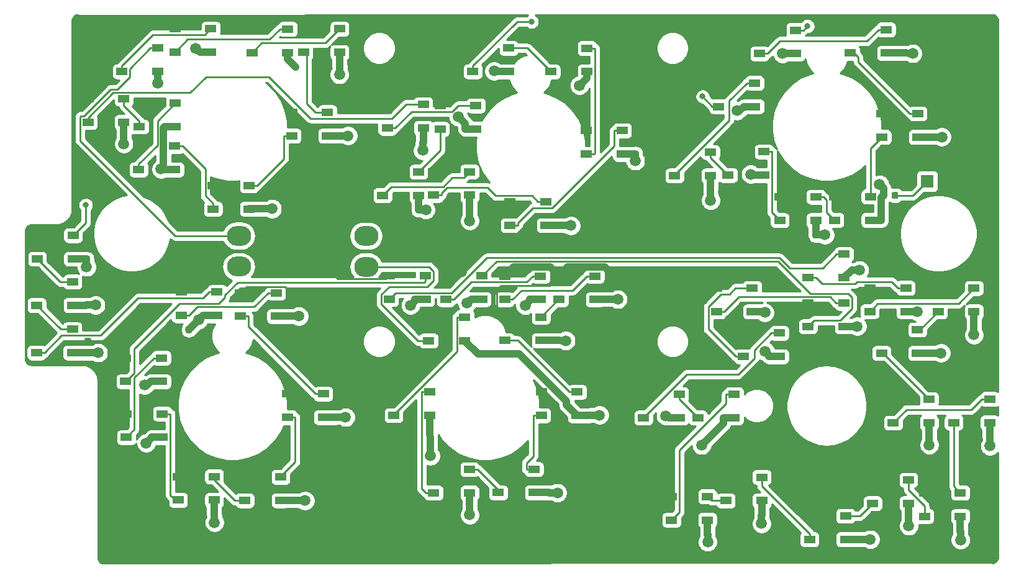
<source format=gbr>
G04 #@! TF.GenerationSoftware,KiCad,Pcbnew,(5.1.6)-1*
G04 #@! TF.CreationDate,2021-02-10T22:01:05+11:00*
G04 #@! TF.ProjectId,SIM CNTL Panel PCB V2,53494d20-434e-4544-9c20-50616e656c20,rev?*
G04 #@! TF.SameCoordinates,Original*
G04 #@! TF.FileFunction,Copper,L1,Top*
G04 #@! TF.FilePolarity,Positive*
%FSLAX46Y46*%
G04 Gerber Fmt 4.6, Leading zero omitted, Abs format (unit mm)*
G04 Created by KiCad (PCBNEW (5.1.6)-1) date 2021-02-10 22:01:05*
%MOMM*%
%LPD*%
G01*
G04 APERTURE LIST*
G04 #@! TA.AperFunction,SMDPad,CuDef*
%ADD10R,1.500000X1.000000*%
G04 #@! TD*
G04 #@! TA.AperFunction,ComponentPad*
%ADD11C,1.800000*%
G04 #@! TD*
G04 #@! TA.AperFunction,ComponentPad*
%ADD12R,1.800000X1.800000*%
G04 #@! TD*
G04 #@! TA.AperFunction,ComponentPad*
%ADD13O,3.300000X2.700000*%
G04 #@! TD*
G04 #@! TA.AperFunction,ViaPad*
%ADD14C,1.500000*%
G04 #@! TD*
G04 #@! TA.AperFunction,ViaPad*
%ADD15C,0.800000*%
G04 #@! TD*
G04 #@! TA.AperFunction,Conductor*
%ADD16C,1.000000*%
G04 #@! TD*
G04 #@! TA.AperFunction,Conductor*
%ADD17C,0.250000*%
G04 #@! TD*
G04 #@! TA.AperFunction,Conductor*
%ADD18C,0.254000*%
G04 #@! TD*
G04 APERTURE END LIST*
G04 #@! TO.P,C2,2*
G04 #@! TO.N,/LEDGND*
G04 #@! TA.AperFunction,SMDPad,CuDef*
G36*
G01*
X174732500Y-77546250D02*
X174732500Y-77033750D01*
G75*
G02*
X174951250Y-76815000I218750J0D01*
G01*
X175388750Y-76815000D01*
G75*
G02*
X175607500Y-77033750I0J-218750D01*
G01*
X175607500Y-77546250D01*
G75*
G02*
X175388750Y-77765000I-218750J0D01*
G01*
X174951250Y-77765000D01*
G75*
G02*
X174732500Y-77546250I0J218750D01*
G01*
G37*
G04 #@! TD.AperFunction*
G04 #@! TO.P,C2,1*
G04 #@! TO.N,/LED+5V*
G04 #@! TA.AperFunction,SMDPad,CuDef*
G36*
G01*
X173157500Y-77546250D02*
X173157500Y-77033750D01*
G75*
G02*
X173376250Y-76815000I218750J0D01*
G01*
X173813750Y-76815000D01*
G75*
G02*
X174032500Y-77033750I0J-218750D01*
G01*
X174032500Y-77546250D01*
G75*
G02*
X173813750Y-77765000I-218750J0D01*
G01*
X173376250Y-77765000D01*
G75*
G02*
X173157500Y-77546250I0J218750D01*
G01*
G37*
G04 #@! TD.AperFunction*
G04 #@! TD*
D10*
G04 #@! TO.P,D2,1*
G04 #@! TO.N,/LED+5V*
X94933600Y-57988400D03*
G04 #@! TO.P,D2,2*
G04 #@! TO.N,Net-(D2-Pad2)*
X94933600Y-61188400D03*
G04 #@! TO.P,D2,4*
G04 #@! TO.N,/DATAIN*
X99833600Y-57988400D03*
G04 #@! TO.P,D2,3*
G04 #@! TO.N,/LEDGND*
X99833600Y-61188400D03*
G04 #@! TD*
D11*
G04 #@! TO.P,D1,2*
G04 #@! TO.N,/LED+5V*
X204725000Y-73625000D03*
D12*
G04 #@! TO.P,D1,1*
G04 #@! TO.N,Net-(D1-Pad1)*
X204725000Y-76165000D03*
G04 #@! TD*
G04 #@! TO.P,C29,2*
G04 #@! TO.N,/LEDGND*
G04 #@! TA.AperFunction,SMDPad,CuDef*
G36*
G01*
X204562500Y-111306250D02*
X204562500Y-110793750D01*
G75*
G02*
X204781250Y-110575000I218750J0D01*
G01*
X205218750Y-110575000D01*
G75*
G02*
X205437500Y-110793750I0J-218750D01*
G01*
X205437500Y-111306250D01*
G75*
G02*
X205218750Y-111525000I-218750J0D01*
G01*
X204781250Y-111525000D01*
G75*
G02*
X204562500Y-111306250I0J218750D01*
G01*
G37*
G04 #@! TD.AperFunction*
G04 #@! TO.P,C29,1*
G04 #@! TO.N,/LED+5V*
G04 #@! TA.AperFunction,SMDPad,CuDef*
G36*
G01*
X202987500Y-111306250D02*
X202987500Y-110793750D01*
G75*
G02*
X203206250Y-110575000I218750J0D01*
G01*
X203643750Y-110575000D01*
G75*
G02*
X203862500Y-110793750I0J-218750D01*
G01*
X203862500Y-111306250D01*
G75*
G02*
X203643750Y-111525000I-218750J0D01*
G01*
X203206250Y-111525000D01*
G75*
G02*
X202987500Y-111306250I0J218750D01*
G01*
G37*
G04 #@! TD.AperFunction*
G04 #@! TD*
G04 #@! TO.P,C18,2*
G04 #@! TO.N,/LEDGND*
G04 #@! TA.AperFunction,SMDPad,CuDef*
G36*
G01*
X135512500Y-71106250D02*
X135512500Y-70593750D01*
G75*
G02*
X135731250Y-70375000I218750J0D01*
G01*
X136168750Y-70375000D01*
G75*
G02*
X136387500Y-70593750I0J-218750D01*
G01*
X136387500Y-71106250D01*
G75*
G02*
X136168750Y-71325000I-218750J0D01*
G01*
X135731250Y-71325000D01*
G75*
G02*
X135512500Y-71106250I0J218750D01*
G01*
G37*
G04 #@! TD.AperFunction*
G04 #@! TO.P,C18,1*
G04 #@! TO.N,/LED+5V*
G04 #@! TA.AperFunction,SMDPad,CuDef*
G36*
G01*
X133937500Y-71106250D02*
X133937500Y-70593750D01*
G75*
G02*
X134156250Y-70375000I218750J0D01*
G01*
X134593750Y-70375000D01*
G75*
G02*
X134812500Y-70593750I0J-218750D01*
G01*
X134812500Y-71106250D01*
G75*
G02*
X134593750Y-71325000I-218750J0D01*
G01*
X134156250Y-71325000D01*
G75*
G02*
X133937500Y-71106250I0J218750D01*
G01*
G37*
G04 #@! TD.AperFunction*
G04 #@! TD*
G04 #@! TO.P,C17,2*
G04 #@! TO.N,/LEDGND*
G04 #@! TA.AperFunction,SMDPad,CuDef*
G36*
G01*
X125026250Y-70367500D02*
X124513750Y-70367500D01*
G75*
G02*
X124295000Y-70148750I0J218750D01*
G01*
X124295000Y-69711250D01*
G75*
G02*
X124513750Y-69492500I218750J0D01*
G01*
X125026250Y-69492500D01*
G75*
G02*
X125245000Y-69711250I0J-218750D01*
G01*
X125245000Y-70148750D01*
G75*
G02*
X125026250Y-70367500I-218750J0D01*
G01*
G37*
G04 #@! TD.AperFunction*
G04 #@! TO.P,C17,1*
G04 #@! TO.N,/LED+5V*
G04 #@! TA.AperFunction,SMDPad,CuDef*
G36*
G01*
X125026250Y-71942500D02*
X124513750Y-71942500D01*
G75*
G02*
X124295000Y-71723750I0J218750D01*
G01*
X124295000Y-71286250D01*
G75*
G02*
X124513750Y-71067500I218750J0D01*
G01*
X125026250Y-71067500D01*
G75*
G02*
X125245000Y-71286250I0J-218750D01*
G01*
X125245000Y-71723750D01*
G75*
G02*
X125026250Y-71942500I-218750J0D01*
G01*
G37*
G04 #@! TD.AperFunction*
G04 #@! TD*
G04 #@! TO.P,C37,2*
G04 #@! TO.N,/LEDGND*
G04 #@! TA.AperFunction,SMDPad,CuDef*
G36*
G01*
X164668750Y-71987500D02*
X165181250Y-71987500D01*
G75*
G02*
X165400000Y-72206250I0J-218750D01*
G01*
X165400000Y-72643750D01*
G75*
G02*
X165181250Y-72862500I-218750J0D01*
G01*
X164668750Y-72862500D01*
G75*
G02*
X164450000Y-72643750I0J218750D01*
G01*
X164450000Y-72206250D01*
G75*
G02*
X164668750Y-71987500I218750J0D01*
G01*
G37*
G04 #@! TD.AperFunction*
G04 #@! TO.P,C37,1*
G04 #@! TO.N,/LED+5V*
G04 #@! TA.AperFunction,SMDPad,CuDef*
G36*
G01*
X164668750Y-70412500D02*
X165181250Y-70412500D01*
G75*
G02*
X165400000Y-70631250I0J-218750D01*
G01*
X165400000Y-71068750D01*
G75*
G02*
X165181250Y-71287500I-218750J0D01*
G01*
X164668750Y-71287500D01*
G75*
G02*
X164450000Y-71068750I0J218750D01*
G01*
X164450000Y-70631250D01*
G75*
G02*
X164668750Y-70412500I218750J0D01*
G01*
G37*
G04 #@! TD.AperFunction*
G04 #@! TD*
G04 #@! TO.P,C36,2*
G04 #@! TO.N,/LEDGND*
G04 #@! TA.AperFunction,SMDPad,CuDef*
G36*
G01*
X212837500Y-111331250D02*
X212837500Y-110818750D01*
G75*
G02*
X213056250Y-110600000I218750J0D01*
G01*
X213493750Y-110600000D01*
G75*
G02*
X213712500Y-110818750I0J-218750D01*
G01*
X213712500Y-111331250D01*
G75*
G02*
X213493750Y-111550000I-218750J0D01*
G01*
X213056250Y-111550000D01*
G75*
G02*
X212837500Y-111331250I0J218750D01*
G01*
G37*
G04 #@! TD.AperFunction*
G04 #@! TO.P,C36,1*
G04 #@! TO.N,/LED+5V*
G04 #@! TA.AperFunction,SMDPad,CuDef*
G36*
G01*
X211262500Y-111331250D02*
X211262500Y-110818750D01*
G75*
G02*
X211481250Y-110600000I218750J0D01*
G01*
X211918750Y-110600000D01*
G75*
G02*
X212137500Y-110818750I0J-218750D01*
G01*
X212137500Y-111331250D01*
G75*
G02*
X211918750Y-111550000I-218750J0D01*
G01*
X211481250Y-111550000D01*
G75*
G02*
X211262500Y-111331250I0J218750D01*
G01*
G37*
G04 #@! TD.AperFunction*
G04 #@! TD*
G04 #@! TO.P,C35,2*
G04 #@! TO.N,/LEDGND*
G04 #@! TA.AperFunction,SMDPad,CuDef*
G36*
G01*
X189087500Y-83731250D02*
X189087500Y-83218750D01*
G75*
G02*
X189306250Y-83000000I218750J0D01*
G01*
X189743750Y-83000000D01*
G75*
G02*
X189962500Y-83218750I0J-218750D01*
G01*
X189962500Y-83731250D01*
G75*
G02*
X189743750Y-83950000I-218750J0D01*
G01*
X189306250Y-83950000D01*
G75*
G02*
X189087500Y-83731250I0J218750D01*
G01*
G37*
G04 #@! TD.AperFunction*
G04 #@! TO.P,C35,1*
G04 #@! TO.N,/LED+5V*
G04 #@! TA.AperFunction,SMDPad,CuDef*
G36*
G01*
X187512500Y-83731250D02*
X187512500Y-83218750D01*
G75*
G02*
X187731250Y-83000000I218750J0D01*
G01*
X188168750Y-83000000D01*
G75*
G02*
X188387500Y-83218750I0J-218750D01*
G01*
X188387500Y-83731250D01*
G75*
G02*
X188168750Y-83950000I-218750J0D01*
G01*
X187731250Y-83950000D01*
G75*
G02*
X187512500Y-83731250I0J218750D01*
G01*
G37*
G04 #@! TD.AperFunction*
G04 #@! TD*
G04 #@! TO.P,C34,2*
G04 #@! TO.N,/LEDGND*
G04 #@! TA.AperFunction,SMDPad,CuDef*
G36*
G01*
X208812500Y-124131250D02*
X208812500Y-123618750D01*
G75*
G02*
X209031250Y-123400000I218750J0D01*
G01*
X209468750Y-123400000D01*
G75*
G02*
X209687500Y-123618750I0J-218750D01*
G01*
X209687500Y-124131250D01*
G75*
G02*
X209468750Y-124350000I-218750J0D01*
G01*
X209031250Y-124350000D01*
G75*
G02*
X208812500Y-124131250I0J218750D01*
G01*
G37*
G04 #@! TD.AperFunction*
G04 #@! TO.P,C34,1*
G04 #@! TO.N,/LED+5V*
G04 #@! TA.AperFunction,SMDPad,CuDef*
G36*
G01*
X207237500Y-124131250D02*
X207237500Y-123618750D01*
G75*
G02*
X207456250Y-123400000I218750J0D01*
G01*
X207893750Y-123400000D01*
G75*
G02*
X208112500Y-123618750I0J-218750D01*
G01*
X208112500Y-124131250D01*
G75*
G02*
X207893750Y-124350000I-218750J0D01*
G01*
X207456250Y-124350000D01*
G75*
G02*
X207237500Y-124131250I0J218750D01*
G01*
G37*
G04 #@! TD.AperFunction*
G04 #@! TD*
G04 #@! TO.P,C33,2*
G04 #@! TO.N,/LEDGND*
G04 #@! TA.AperFunction,SMDPad,CuDef*
G36*
G01*
X158543750Y-107612500D02*
X159056250Y-107612500D01*
G75*
G02*
X159275000Y-107831250I0J-218750D01*
G01*
X159275000Y-108268750D01*
G75*
G02*
X159056250Y-108487500I-218750J0D01*
G01*
X158543750Y-108487500D01*
G75*
G02*
X158325000Y-108268750I0J218750D01*
G01*
X158325000Y-107831250D01*
G75*
G02*
X158543750Y-107612500I218750J0D01*
G01*
G37*
G04 #@! TD.AperFunction*
G04 #@! TO.P,C33,1*
G04 #@! TO.N,/LED+5V*
G04 #@! TA.AperFunction,SMDPad,CuDef*
G36*
G01*
X158543750Y-106037500D02*
X159056250Y-106037500D01*
G75*
G02*
X159275000Y-106256250I0J-218750D01*
G01*
X159275000Y-106693750D01*
G75*
G02*
X159056250Y-106912500I-218750J0D01*
G01*
X158543750Y-106912500D01*
G75*
G02*
X158325000Y-106693750I0J218750D01*
G01*
X158325000Y-106256250D01*
G75*
G02*
X158543750Y-106037500I218750J0D01*
G01*
G37*
G04 #@! TD.AperFunction*
G04 #@! TD*
G04 #@! TO.P,C32,2*
G04 #@! TO.N,/LEDGND*
G04 #@! TA.AperFunction,SMDPad,CuDef*
G36*
G01*
X210662500Y-96206250D02*
X210662500Y-95693750D01*
G75*
G02*
X210881250Y-95475000I218750J0D01*
G01*
X211318750Y-95475000D01*
G75*
G02*
X211537500Y-95693750I0J-218750D01*
G01*
X211537500Y-96206250D01*
G75*
G02*
X211318750Y-96425000I-218750J0D01*
G01*
X210881250Y-96425000D01*
G75*
G02*
X210662500Y-96206250I0J218750D01*
G01*
G37*
G04 #@! TD.AperFunction*
G04 #@! TO.P,C32,1*
G04 #@! TO.N,/LED+5V*
G04 #@! TA.AperFunction,SMDPad,CuDef*
G36*
G01*
X209087500Y-96206250D02*
X209087500Y-95693750D01*
G75*
G02*
X209306250Y-95475000I218750J0D01*
G01*
X209743750Y-95475000D01*
G75*
G02*
X209962500Y-95693750I0J-218750D01*
G01*
X209962500Y-96206250D01*
G75*
G02*
X209743750Y-96425000I-218750J0D01*
G01*
X209306250Y-96425000D01*
G75*
G02*
X209087500Y-96206250I0J218750D01*
G01*
G37*
G04 #@! TD.AperFunction*
G04 #@! TD*
G04 #@! TO.P,C31,2*
G04 #@! TO.N,/LEDGND*
G04 #@! TA.AperFunction,SMDPad,CuDef*
G36*
G01*
X201762500Y-122356250D02*
X201762500Y-121843750D01*
G75*
G02*
X201981250Y-121625000I218750J0D01*
G01*
X202418750Y-121625000D01*
G75*
G02*
X202637500Y-121843750I0J-218750D01*
G01*
X202637500Y-122356250D01*
G75*
G02*
X202418750Y-122575000I-218750J0D01*
G01*
X201981250Y-122575000D01*
G75*
G02*
X201762500Y-122356250I0J218750D01*
G01*
G37*
G04 #@! TD.AperFunction*
G04 #@! TO.P,C31,1*
G04 #@! TO.N,/LED+5V*
G04 #@! TA.AperFunction,SMDPad,CuDef*
G36*
G01*
X200187500Y-122356250D02*
X200187500Y-121843750D01*
G75*
G02*
X200406250Y-121625000I218750J0D01*
G01*
X200843750Y-121625000D01*
G75*
G02*
X201062500Y-121843750I0J-218750D01*
G01*
X201062500Y-122356250D01*
G75*
G02*
X200843750Y-122575000I-218750J0D01*
G01*
X200406250Y-122575000D01*
G75*
G02*
X200187500Y-122356250I0J218750D01*
G01*
G37*
G04 #@! TD.AperFunction*
G04 #@! TD*
G04 #@! TO.P,C30,2*
G04 #@! TO.N,/LEDGND*
G04 #@! TA.AperFunction,SMDPad,CuDef*
G36*
G01*
X174362500Y-124606250D02*
X174362500Y-124093750D01*
G75*
G02*
X174581250Y-123875000I218750J0D01*
G01*
X175018750Y-123875000D01*
G75*
G02*
X175237500Y-124093750I0J-218750D01*
G01*
X175237500Y-124606250D01*
G75*
G02*
X175018750Y-124825000I-218750J0D01*
G01*
X174581250Y-124825000D01*
G75*
G02*
X174362500Y-124606250I0J218750D01*
G01*
G37*
G04 #@! TD.AperFunction*
G04 #@! TO.P,C30,1*
G04 #@! TO.N,/LED+5V*
G04 #@! TA.AperFunction,SMDPad,CuDef*
G36*
G01*
X172787500Y-124606250D02*
X172787500Y-124093750D01*
G75*
G02*
X173006250Y-123875000I218750J0D01*
G01*
X173443750Y-123875000D01*
G75*
G02*
X173662500Y-124093750I0J-218750D01*
G01*
X173662500Y-124606250D01*
G75*
G02*
X173443750Y-124825000I-218750J0D01*
G01*
X173006250Y-124825000D01*
G75*
G02*
X172787500Y-124606250I0J218750D01*
G01*
G37*
G04 #@! TD.AperFunction*
G04 #@! TD*
G04 #@! TO.P,C28,2*
G04 #@! TO.N,/LEDGND*
G04 #@! TA.AperFunction,SMDPad,CuDef*
G36*
G01*
X107100000Y-121906250D02*
X107100000Y-121393750D01*
G75*
G02*
X107318750Y-121175000I218750J0D01*
G01*
X107756250Y-121175000D01*
G75*
G02*
X107975000Y-121393750I0J-218750D01*
G01*
X107975000Y-121906250D01*
G75*
G02*
X107756250Y-122125000I-218750J0D01*
G01*
X107318750Y-122125000D01*
G75*
G02*
X107100000Y-121906250I0J218750D01*
G01*
G37*
G04 #@! TD.AperFunction*
G04 #@! TO.P,C28,1*
G04 #@! TO.N,/LED+5V*
G04 #@! TA.AperFunction,SMDPad,CuDef*
G36*
G01*
X105525000Y-121906250D02*
X105525000Y-121393750D01*
G75*
G02*
X105743750Y-121175000I218750J0D01*
G01*
X106181250Y-121175000D01*
G75*
G02*
X106400000Y-121393750I0J-218750D01*
G01*
X106400000Y-121906250D01*
G75*
G02*
X106181250Y-122125000I-218750J0D01*
G01*
X105743750Y-122125000D01*
G75*
G02*
X105525000Y-121906250I0J218750D01*
G01*
G37*
G04 #@! TD.AperFunction*
G04 #@! TD*
G04 #@! TO.P,C27,2*
G04 #@! TO.N,/LEDGND*
G04 #@! TA.AperFunction,SMDPad,CuDef*
G36*
G01*
X141912500Y-120856250D02*
X141912500Y-120343750D01*
G75*
G02*
X142131250Y-120125000I218750J0D01*
G01*
X142568750Y-120125000D01*
G75*
G02*
X142787500Y-120343750I0J-218750D01*
G01*
X142787500Y-120856250D01*
G75*
G02*
X142568750Y-121075000I-218750J0D01*
G01*
X142131250Y-121075000D01*
G75*
G02*
X141912500Y-120856250I0J218750D01*
G01*
G37*
G04 #@! TD.AperFunction*
G04 #@! TO.P,C27,1*
G04 #@! TO.N,/LED+5V*
G04 #@! TA.AperFunction,SMDPad,CuDef*
G36*
G01*
X140337500Y-120856250D02*
X140337500Y-120343750D01*
G75*
G02*
X140556250Y-120125000I218750J0D01*
G01*
X140993750Y-120125000D01*
G75*
G02*
X141212500Y-120343750I0J-218750D01*
G01*
X141212500Y-120856250D01*
G75*
G02*
X140993750Y-121075000I-218750J0D01*
G01*
X140556250Y-121075000D01*
G75*
G02*
X140337500Y-120856250I0J218750D01*
G01*
G37*
G04 #@! TD.AperFunction*
G04 #@! TD*
G04 #@! TO.P,C26,2*
G04 #@! TO.N,/LEDGND*
G04 #@! TA.AperFunction,SMDPad,CuDef*
G36*
G01*
X181712500Y-121956250D02*
X181712500Y-121443750D01*
G75*
G02*
X181931250Y-121225000I218750J0D01*
G01*
X182368750Y-121225000D01*
G75*
G02*
X182587500Y-121443750I0J-218750D01*
G01*
X182587500Y-121956250D01*
G75*
G02*
X182368750Y-122175000I-218750J0D01*
G01*
X181931250Y-122175000D01*
G75*
G02*
X181712500Y-121956250I0J218750D01*
G01*
G37*
G04 #@! TD.AperFunction*
G04 #@! TO.P,C26,1*
G04 #@! TO.N,/LED+5V*
G04 #@! TA.AperFunction,SMDPad,CuDef*
G36*
G01*
X180137500Y-121956250D02*
X180137500Y-121443750D01*
G75*
G02*
X180356250Y-121225000I218750J0D01*
G01*
X180793750Y-121225000D01*
G75*
G02*
X181012500Y-121443750I0J-218750D01*
G01*
X181012500Y-121956250D01*
G75*
G02*
X180793750Y-122175000I-218750J0D01*
G01*
X180356250Y-122175000D01*
G75*
G02*
X180137500Y-121956250I0J218750D01*
G01*
G37*
G04 #@! TD.AperFunction*
G04 #@! TD*
G04 #@! TO.P,C25,2*
G04 #@! TO.N,/LEDGND*
G04 #@! TA.AperFunction,SMDPad,CuDef*
G36*
G01*
X103612500Y-96656250D02*
X103612500Y-96143750D01*
G75*
G02*
X103831250Y-95925000I218750J0D01*
G01*
X104268750Y-95925000D01*
G75*
G02*
X104487500Y-96143750I0J-218750D01*
G01*
X104487500Y-96656250D01*
G75*
G02*
X104268750Y-96875000I-218750J0D01*
G01*
X103831250Y-96875000D01*
G75*
G02*
X103612500Y-96656250I0J218750D01*
G01*
G37*
G04 #@! TD.AperFunction*
G04 #@! TO.P,C25,1*
G04 #@! TO.N,/LED+5V*
G04 #@! TA.AperFunction,SMDPad,CuDef*
G36*
G01*
X102037500Y-96656250D02*
X102037500Y-96143750D01*
G75*
G02*
X102256250Y-95925000I218750J0D01*
G01*
X102693750Y-95925000D01*
G75*
G02*
X102912500Y-96143750I0J-218750D01*
G01*
X102912500Y-96656250D01*
G75*
G02*
X102693750Y-96875000I-218750J0D01*
G01*
X102256250Y-96875000D01*
G75*
G02*
X102037500Y-96656250I0J218750D01*
G01*
G37*
G04 #@! TD.AperFunction*
G04 #@! TD*
G04 #@! TO.P,C24,2*
G04 #@! TO.N,/LEDGND*
G04 #@! TA.AperFunction,SMDPad,CuDef*
G36*
G01*
X160993750Y-91812500D02*
X161506250Y-91812500D01*
G75*
G02*
X161725000Y-92031250I0J-218750D01*
G01*
X161725000Y-92468750D01*
G75*
G02*
X161506250Y-92687500I-218750J0D01*
G01*
X160993750Y-92687500D01*
G75*
G02*
X160775000Y-92468750I0J218750D01*
G01*
X160775000Y-92031250D01*
G75*
G02*
X160993750Y-91812500I218750J0D01*
G01*
G37*
G04 #@! TD.AperFunction*
G04 #@! TO.P,C24,1*
G04 #@! TO.N,/LED+5V*
G04 #@! TA.AperFunction,SMDPad,CuDef*
G36*
G01*
X160993750Y-90237500D02*
X161506250Y-90237500D01*
G75*
G02*
X161725000Y-90456250I0J-218750D01*
G01*
X161725000Y-90893750D01*
G75*
G02*
X161506250Y-91112500I-218750J0D01*
G01*
X160993750Y-91112500D01*
G75*
G02*
X160775000Y-90893750I0J218750D01*
G01*
X160775000Y-90456250D01*
G75*
G02*
X160993750Y-90237500I218750J0D01*
G01*
G37*
G04 #@! TD.AperFunction*
G04 #@! TD*
G04 #@! TO.P,C23,2*
G04 #@! TO.N,/LEDGND*
G04 #@! TA.AperFunction,SMDPad,CuDef*
G36*
G01*
X117543750Y-94112500D02*
X118056250Y-94112500D01*
G75*
G02*
X118275000Y-94331250I0J-218750D01*
G01*
X118275000Y-94768750D01*
G75*
G02*
X118056250Y-94987500I-218750J0D01*
G01*
X117543750Y-94987500D01*
G75*
G02*
X117325000Y-94768750I0J218750D01*
G01*
X117325000Y-94331250D01*
G75*
G02*
X117543750Y-94112500I218750J0D01*
G01*
G37*
G04 #@! TD.AperFunction*
G04 #@! TO.P,C23,1*
G04 #@! TO.N,/LED+5V*
G04 #@! TA.AperFunction,SMDPad,CuDef*
G36*
G01*
X117543750Y-92537500D02*
X118056250Y-92537500D01*
G75*
G02*
X118275000Y-92756250I0J-218750D01*
G01*
X118275000Y-93193750D01*
G75*
G02*
X118056250Y-93412500I-218750J0D01*
G01*
X117543750Y-93412500D01*
G75*
G02*
X117325000Y-93193750I0J218750D01*
G01*
X117325000Y-92756250D01*
G75*
G02*
X117543750Y-92537500I218750J0D01*
G01*
G37*
G04 #@! TD.AperFunction*
G04 #@! TD*
G04 #@! TO.P,C22,2*
G04 #@! TO.N,/LEDGND*
G04 #@! TA.AperFunction,SMDPad,CuDef*
G36*
G01*
X123943750Y-107900000D02*
X124456250Y-107900000D01*
G75*
G02*
X124675000Y-108118750I0J-218750D01*
G01*
X124675000Y-108556250D01*
G75*
G02*
X124456250Y-108775000I-218750J0D01*
G01*
X123943750Y-108775000D01*
G75*
G02*
X123725000Y-108556250I0J218750D01*
G01*
X123725000Y-108118750D01*
G75*
G02*
X123943750Y-107900000I218750J0D01*
G01*
G37*
G04 #@! TD.AperFunction*
G04 #@! TO.P,C22,1*
G04 #@! TO.N,/LED+5V*
G04 #@! TA.AperFunction,SMDPad,CuDef*
G36*
G01*
X123943750Y-106325000D02*
X124456250Y-106325000D01*
G75*
G02*
X124675000Y-106543750I0J-218750D01*
G01*
X124675000Y-106981250D01*
G75*
G02*
X124456250Y-107200000I-218750J0D01*
G01*
X123943750Y-107200000D01*
G75*
G02*
X123725000Y-106981250I0J218750D01*
G01*
X123725000Y-106543750D01*
G75*
G02*
X123943750Y-106325000I218750J0D01*
G01*
G37*
G04 #@! TD.AperFunction*
G04 #@! TD*
G04 #@! TO.P,C21,2*
G04 #@! TO.N,/LEDGND*
G04 #@! TA.AperFunction,SMDPad,CuDef*
G36*
G01*
X134962500Y-80306250D02*
X134962500Y-79793750D01*
G75*
G02*
X135181250Y-79575000I218750J0D01*
G01*
X135618750Y-79575000D01*
G75*
G02*
X135837500Y-79793750I0J-218750D01*
G01*
X135837500Y-80306250D01*
G75*
G02*
X135618750Y-80525000I-218750J0D01*
G01*
X135181250Y-80525000D01*
G75*
G02*
X134962500Y-80306250I0J218750D01*
G01*
G37*
G04 #@! TD.AperFunction*
G04 #@! TO.P,C21,1*
G04 #@! TO.N,/LED+5V*
G04 #@! TA.AperFunction,SMDPad,CuDef*
G36*
G01*
X133387500Y-80306250D02*
X133387500Y-79793750D01*
G75*
G02*
X133606250Y-79575000I218750J0D01*
G01*
X134043750Y-79575000D01*
G75*
G02*
X134262500Y-79793750I0J-218750D01*
G01*
X134262500Y-80306250D01*
G75*
G02*
X134043750Y-80525000I-218750J0D01*
G01*
X133606250Y-80525000D01*
G75*
G02*
X133387500Y-80306250I0J218750D01*
G01*
G37*
G04 #@! TD.AperFunction*
G04 #@! TD*
G04 #@! TO.P,C20,2*
G04 #@! TO.N,/LEDGND*
G04 #@! TA.AperFunction,SMDPad,CuDef*
G36*
G01*
X124212500Y-60806250D02*
X124212500Y-60293750D01*
G75*
G02*
X124431250Y-60075000I218750J0D01*
G01*
X124868750Y-60075000D01*
G75*
G02*
X125087500Y-60293750I0J-218750D01*
G01*
X125087500Y-60806250D01*
G75*
G02*
X124868750Y-61025000I-218750J0D01*
G01*
X124431250Y-61025000D01*
G75*
G02*
X124212500Y-60806250I0J218750D01*
G01*
G37*
G04 #@! TD.AperFunction*
G04 #@! TO.P,C20,1*
G04 #@! TO.N,/LED+5V*
G04 #@! TA.AperFunction,SMDPad,CuDef*
G36*
G01*
X122637500Y-60806250D02*
X122637500Y-60293750D01*
G75*
G02*
X122856250Y-60075000I218750J0D01*
G01*
X123293750Y-60075000D01*
G75*
G02*
X123512500Y-60293750I0J-218750D01*
G01*
X123512500Y-60806250D01*
G75*
G02*
X123293750Y-61025000I-218750J0D01*
G01*
X122856250Y-61025000D01*
G75*
G02*
X122637500Y-60806250I0J218750D01*
G01*
G37*
G04 #@! TD.AperFunction*
G04 #@! TD*
G04 #@! TO.P,C19,2*
G04 #@! TO.N,/LEDGND*
G04 #@! TA.AperFunction,SMDPad,CuDef*
G36*
G01*
X141912500Y-80256250D02*
X141912500Y-79743750D01*
G75*
G02*
X142131250Y-79525000I218750J0D01*
G01*
X142568750Y-79525000D01*
G75*
G02*
X142787500Y-79743750I0J-218750D01*
G01*
X142787500Y-80256250D01*
G75*
G02*
X142568750Y-80475000I-218750J0D01*
G01*
X142131250Y-80475000D01*
G75*
G02*
X141912500Y-80256250I0J218750D01*
G01*
G37*
G04 #@! TD.AperFunction*
G04 #@! TO.P,C19,1*
G04 #@! TO.N,/LED+5V*
G04 #@! TA.AperFunction,SMDPad,CuDef*
G36*
G01*
X140337500Y-80256250D02*
X140337500Y-79743750D01*
G75*
G02*
X140556250Y-79525000I218750J0D01*
G01*
X140993750Y-79525000D01*
G75*
G02*
X141212500Y-79743750I0J-218750D01*
G01*
X141212500Y-80256250D01*
G75*
G02*
X140993750Y-80475000I-218750J0D01*
G01*
X140556250Y-80475000D01*
G75*
G02*
X140337500Y-80256250I0J218750D01*
G01*
G37*
G04 #@! TD.AperFunction*
G04 #@! TD*
G04 #@! TO.P,C16,2*
G04 #@! TO.N,/LEDGND*
G04 #@! TA.AperFunction,SMDPad,CuDef*
G36*
G01*
X89843750Y-86312500D02*
X90356250Y-86312500D01*
G75*
G02*
X90575000Y-86531250I0J-218750D01*
G01*
X90575000Y-86968750D01*
G75*
G02*
X90356250Y-87187500I-218750J0D01*
G01*
X89843750Y-87187500D01*
G75*
G02*
X89625000Y-86968750I0J218750D01*
G01*
X89625000Y-86531250D01*
G75*
G02*
X89843750Y-86312500I218750J0D01*
G01*
G37*
G04 #@! TD.AperFunction*
G04 #@! TO.P,C16,1*
G04 #@! TO.N,/LED+5V*
G04 #@! TA.AperFunction,SMDPad,CuDef*
G36*
G01*
X89843750Y-84737500D02*
X90356250Y-84737500D01*
G75*
G02*
X90575000Y-84956250I0J-218750D01*
G01*
X90575000Y-85393750D01*
G75*
G02*
X90356250Y-85612500I-218750J0D01*
G01*
X89843750Y-85612500D01*
G75*
G02*
X89625000Y-85393750I0J218750D01*
G01*
X89625000Y-84956250D01*
G75*
G02*
X89843750Y-84737500I218750J0D01*
G01*
G37*
G04 #@! TD.AperFunction*
G04 #@! TD*
G04 #@! TO.P,C15,2*
G04 #@! TO.N,/LEDGND*
G04 #@! TA.AperFunction,SMDPad,CuDef*
G36*
G01*
X113843750Y-79462500D02*
X114356250Y-79462500D01*
G75*
G02*
X114575000Y-79681250I0J-218750D01*
G01*
X114575000Y-80118750D01*
G75*
G02*
X114356250Y-80337500I-218750J0D01*
G01*
X113843750Y-80337500D01*
G75*
G02*
X113625000Y-80118750I0J218750D01*
G01*
X113625000Y-79681250D01*
G75*
G02*
X113843750Y-79462500I218750J0D01*
G01*
G37*
G04 #@! TD.AperFunction*
G04 #@! TO.P,C15,1*
G04 #@! TO.N,/LED+5V*
G04 #@! TA.AperFunction,SMDPad,CuDef*
G36*
G01*
X113843750Y-77887500D02*
X114356250Y-77887500D01*
G75*
G02*
X114575000Y-78106250I0J-218750D01*
G01*
X114575000Y-78543750D01*
G75*
G02*
X114356250Y-78762500I-218750J0D01*
G01*
X113843750Y-78762500D01*
G75*
G02*
X113625000Y-78543750I0J218750D01*
G01*
X113625000Y-78106250D01*
G75*
G02*
X113843750Y-77887500I218750J0D01*
G01*
G37*
G04 #@! TD.AperFunction*
G04 #@! TD*
G04 #@! TO.P,C14,2*
G04 #@! TO.N,/LEDGND*
G04 #@! TA.AperFunction,SMDPad,CuDef*
G36*
G01*
X89793750Y-92612500D02*
X90306250Y-92612500D01*
G75*
G02*
X90525000Y-92831250I0J-218750D01*
G01*
X90525000Y-93268750D01*
G75*
G02*
X90306250Y-93487500I-218750J0D01*
G01*
X89793750Y-93487500D01*
G75*
G02*
X89575000Y-93268750I0J218750D01*
G01*
X89575000Y-92831250D01*
G75*
G02*
X89793750Y-92612500I218750J0D01*
G01*
G37*
G04 #@! TD.AperFunction*
G04 #@! TO.P,C14,1*
G04 #@! TO.N,/LED+5V*
G04 #@! TA.AperFunction,SMDPad,CuDef*
G36*
G01*
X89793750Y-91037500D02*
X90306250Y-91037500D01*
G75*
G02*
X90525000Y-91256250I0J-218750D01*
G01*
X90525000Y-91693750D01*
G75*
G02*
X90306250Y-91912500I-218750J0D01*
G01*
X89793750Y-91912500D01*
G75*
G02*
X89575000Y-91693750I0J218750D01*
G01*
X89575000Y-91256250D01*
G75*
G02*
X89793750Y-91037500I218750J0D01*
G01*
G37*
G04 #@! TD.AperFunction*
G04 #@! TD*
G04 #@! TO.P,R1,2*
G04 #@! TO.N,/LEDGND*
G04 #@! TA.AperFunction,SMDPad,CuDef*
G36*
G01*
X199192000Y-77823350D02*
X199192000Y-78335850D01*
G75*
G02*
X198973250Y-78554600I-218750J0D01*
G01*
X198535750Y-78554600D01*
G75*
G02*
X198317000Y-78335850I0J218750D01*
G01*
X198317000Y-77823350D01*
G75*
G02*
X198535750Y-77604600I218750J0D01*
G01*
X198973250Y-77604600D01*
G75*
G02*
X199192000Y-77823350I0J-218750D01*
G01*
G37*
G04 #@! TD.AperFunction*
G04 #@! TO.P,R1,1*
G04 #@! TO.N,Net-(D1-Pad1)*
G04 #@! TA.AperFunction,SMDPad,CuDef*
G36*
G01*
X200767000Y-77823350D02*
X200767000Y-78335850D01*
G75*
G02*
X200548250Y-78554600I-218750J0D01*
G01*
X200110750Y-78554600D01*
G75*
G02*
X199892000Y-78335850I0J218750D01*
G01*
X199892000Y-77823350D01*
G75*
G02*
X200110750Y-77604600I218750J0D01*
G01*
X200548250Y-77604600D01*
G75*
G02*
X200767000Y-77823350I0J-218750D01*
G01*
G37*
G04 #@! TD.AperFunction*
G04 #@! TD*
D13*
G04 #@! TO.P,J2,4*
G04 #@! TO.N,/DATAOUT*
X128225000Y-87809200D03*
G04 #@! TO.P,J2,3*
G04 #@! TO.N,/LEDGND*
X128225000Y-83609200D03*
G04 #@! TO.P,J2,2*
G04 #@! TO.N,/LED+5V*
X122725000Y-87809200D03*
G04 #@! TO.P,J2,1*
G04 #@! TA.AperFunction,ComponentPad*
G36*
G01*
X121325001Y-82259200D02*
X124124999Y-82259200D01*
G75*
G02*
X124375000Y-82509201I0J-250001D01*
G01*
X124375000Y-84709199D01*
G75*
G02*
X124124999Y-84959200I-250001J0D01*
G01*
X121325001Y-84959200D01*
G75*
G02*
X121075000Y-84709199I0J250001D01*
G01*
X121075000Y-82509201D01*
G75*
G02*
X121325001Y-82259200I250001J0D01*
G01*
G37*
G04 #@! TD.AperFunction*
G04 #@! TD*
G04 #@! TO.P,J1,4*
G04 #@! TO.N,/DATAIN*
X110865000Y-83592600D03*
G04 #@! TO.P,J1,3*
G04 #@! TO.N,/LEDGND*
X110865000Y-87792600D03*
G04 #@! TO.P,J1,2*
G04 #@! TO.N,/LED+5V*
X116365000Y-83592600D03*
G04 #@! TO.P,J1,1*
G04 #@! TA.AperFunction,ComponentPad*
G36*
G01*
X117764999Y-89142600D02*
X114965001Y-89142600D01*
G75*
G02*
X114715000Y-88892599I0J250001D01*
G01*
X114715000Y-86692601D01*
G75*
G02*
X114965001Y-86442600I250001J0D01*
G01*
X117764999Y-86442600D01*
G75*
G02*
X118015000Y-86692601I0J-250001D01*
G01*
X118015000Y-88892599D01*
G75*
G02*
X117764999Y-89142600I-250001J0D01*
G01*
G37*
G04 #@! TD.AperFunction*
G04 #@! TD*
G04 #@! TO.P,C13,2*
G04 #@! TO.N,/LEDGND*
G04 #@! TA.AperFunction,SMDPad,CuDef*
G36*
G01*
X195526750Y-124541000D02*
X196039250Y-124541000D01*
G75*
G02*
X196258000Y-124759750I0J-218750D01*
G01*
X196258000Y-125197250D01*
G75*
G02*
X196039250Y-125416000I-218750J0D01*
G01*
X195526750Y-125416000D01*
G75*
G02*
X195308000Y-125197250I0J218750D01*
G01*
X195308000Y-124759750D01*
G75*
G02*
X195526750Y-124541000I218750J0D01*
G01*
G37*
G04 #@! TD.AperFunction*
G04 #@! TO.P,C13,1*
G04 #@! TO.N,/LED+5V*
G04 #@! TA.AperFunction,SMDPad,CuDef*
G36*
G01*
X195526750Y-122966000D02*
X196039250Y-122966000D01*
G75*
G02*
X196258000Y-123184750I0J-218750D01*
G01*
X196258000Y-123622250D01*
G75*
G02*
X196039250Y-123841000I-218750J0D01*
G01*
X195526750Y-123841000D01*
G75*
G02*
X195308000Y-123622250I0J218750D01*
G01*
X195308000Y-123184750D01*
G75*
G02*
X195526750Y-122966000I218750J0D01*
G01*
G37*
G04 #@! TD.AperFunction*
G04 #@! TD*
G04 #@! TO.P,C12,2*
G04 #@! TO.N,/LEDGND*
G04 #@! TA.AperFunction,SMDPad,CuDef*
G36*
G01*
X205531250Y-100037500D02*
X205018750Y-100037500D01*
G75*
G02*
X204800000Y-99818750I0J218750D01*
G01*
X204800000Y-99381250D01*
G75*
G02*
X205018750Y-99162500I218750J0D01*
G01*
X205531250Y-99162500D01*
G75*
G02*
X205750000Y-99381250I0J-218750D01*
G01*
X205750000Y-99818750D01*
G75*
G02*
X205531250Y-100037500I-218750J0D01*
G01*
G37*
G04 #@! TD.AperFunction*
G04 #@! TO.P,C12,1*
G04 #@! TO.N,/LED+5V*
G04 #@! TA.AperFunction,SMDPad,CuDef*
G36*
G01*
X205531250Y-101612500D02*
X205018750Y-101612500D01*
G75*
G02*
X204800000Y-101393750I0J218750D01*
G01*
X204800000Y-100956250D01*
G75*
G02*
X205018750Y-100737500I218750J0D01*
G01*
X205531250Y-100737500D01*
G75*
G02*
X205750000Y-100956250I0J-218750D01*
G01*
X205750000Y-101393750D01*
G75*
G02*
X205531250Y-101612500I-218750J0D01*
G01*
G37*
G04 #@! TD.AperFunction*
G04 #@! TD*
G04 #@! TO.P,C11,2*
G04 #@! TO.N,/LEDGND*
G04 #@! TA.AperFunction,SMDPad,CuDef*
G36*
G01*
X201010750Y-58226300D02*
X201523250Y-58226300D01*
G75*
G02*
X201742000Y-58445050I0J-218750D01*
G01*
X201742000Y-58882550D01*
G75*
G02*
X201523250Y-59101300I-218750J0D01*
G01*
X201010750Y-59101300D01*
G75*
G02*
X200792000Y-58882550I0J218750D01*
G01*
X200792000Y-58445050D01*
G75*
G02*
X201010750Y-58226300I218750J0D01*
G01*
G37*
G04 #@! TD.AperFunction*
G04 #@! TO.P,C11,1*
G04 #@! TO.N,/LED+5V*
G04 #@! TA.AperFunction,SMDPad,CuDef*
G36*
G01*
X201010750Y-56651300D02*
X201523250Y-56651300D01*
G75*
G02*
X201742000Y-56870050I0J-218750D01*
G01*
X201742000Y-57307550D01*
G75*
G02*
X201523250Y-57526300I-218750J0D01*
G01*
X201010750Y-57526300D01*
G75*
G02*
X200792000Y-57307550I0J218750D01*
G01*
X200792000Y-56870050D01*
G75*
G02*
X201010750Y-56651300I218750J0D01*
G01*
G37*
G04 #@! TD.AperFunction*
G04 #@! TD*
G04 #@! TO.P,C10,2*
G04 #@! TO.N,/LEDGND*
G04 #@! TA.AperFunction,SMDPad,CuDef*
G36*
G01*
X205262750Y-69679200D02*
X205775250Y-69679200D01*
G75*
G02*
X205994000Y-69897950I0J-218750D01*
G01*
X205994000Y-70335450D01*
G75*
G02*
X205775250Y-70554200I-218750J0D01*
G01*
X205262750Y-70554200D01*
G75*
G02*
X205044000Y-70335450I0J218750D01*
G01*
X205044000Y-69897950D01*
G75*
G02*
X205262750Y-69679200I218750J0D01*
G01*
G37*
G04 #@! TD.AperFunction*
G04 #@! TO.P,C10,1*
G04 #@! TO.N,/LED+5V*
G04 #@! TA.AperFunction,SMDPad,CuDef*
G36*
G01*
X205262750Y-68104200D02*
X205775250Y-68104200D01*
G75*
G02*
X205994000Y-68322950I0J-218750D01*
G01*
X205994000Y-68760450D01*
G75*
G02*
X205775250Y-68979200I-218750J0D01*
G01*
X205262750Y-68979200D01*
G75*
G02*
X205044000Y-68760450I0J218750D01*
G01*
X205044000Y-68322950D01*
G75*
G02*
X205262750Y-68104200I218750J0D01*
G01*
G37*
G04 #@! TD.AperFunction*
G04 #@! TD*
G04 #@! TO.P,C9,2*
G04 #@! TO.N,/LEDGND*
G04 #@! TA.AperFunction,SMDPad,CuDef*
G36*
G01*
X154538750Y-81729000D02*
X155051250Y-81729000D01*
G75*
G02*
X155270000Y-81947750I0J-218750D01*
G01*
X155270000Y-82385250D01*
G75*
G02*
X155051250Y-82604000I-218750J0D01*
G01*
X154538750Y-82604000D01*
G75*
G02*
X154320000Y-82385250I0J218750D01*
G01*
X154320000Y-81947750D01*
G75*
G02*
X154538750Y-81729000I218750J0D01*
G01*
G37*
G04 #@! TD.AperFunction*
G04 #@! TO.P,C9,1*
G04 #@! TO.N,/LED+5V*
G04 #@! TA.AperFunction,SMDPad,CuDef*
G36*
G01*
X154538750Y-80154000D02*
X155051250Y-80154000D01*
G75*
G02*
X155270000Y-80372750I0J-218750D01*
G01*
X155270000Y-80810250D01*
G75*
G02*
X155051250Y-81029000I-218750J0D01*
G01*
X154538750Y-81029000D01*
G75*
G02*
X154320000Y-80810250I0J218750D01*
G01*
X154320000Y-80372750D01*
G75*
G02*
X154538750Y-80154000I218750J0D01*
G01*
G37*
G04 #@! TD.AperFunction*
G04 #@! TD*
G04 #@! TO.P,C8,2*
G04 #@! TO.N,/LEDGND*
G04 #@! TA.AperFunction,SMDPad,CuDef*
G36*
G01*
X153847750Y-97434000D02*
X154360250Y-97434000D01*
G75*
G02*
X154579000Y-97652750I0J-218750D01*
G01*
X154579000Y-98090250D01*
G75*
G02*
X154360250Y-98309000I-218750J0D01*
G01*
X153847750Y-98309000D01*
G75*
G02*
X153629000Y-98090250I0J218750D01*
G01*
X153629000Y-97652750D01*
G75*
G02*
X153847750Y-97434000I218750J0D01*
G01*
G37*
G04 #@! TD.AperFunction*
G04 #@! TO.P,C8,1*
G04 #@! TO.N,/LED+5V*
G04 #@! TA.AperFunction,SMDPad,CuDef*
G36*
G01*
X153847750Y-95859000D02*
X154360250Y-95859000D01*
G75*
G02*
X154579000Y-96077750I0J-218750D01*
G01*
X154579000Y-96515250D01*
G75*
G02*
X154360250Y-96734000I-218750J0D01*
G01*
X153847750Y-96734000D01*
G75*
G02*
X153629000Y-96515250I0J218750D01*
G01*
X153629000Y-96077750D01*
G75*
G02*
X153847750Y-95859000I218750J0D01*
G01*
G37*
G04 #@! TD.AperFunction*
G04 #@! TD*
G04 #@! TO.P,C7,2*
G04 #@! TO.N,/LEDGND*
G04 #@! TA.AperFunction,SMDPad,CuDef*
G36*
G01*
X152933750Y-118198000D02*
X153446250Y-118198000D01*
G75*
G02*
X153665000Y-118416750I0J-218750D01*
G01*
X153665000Y-118854250D01*
G75*
G02*
X153446250Y-119073000I-218750J0D01*
G01*
X152933750Y-119073000D01*
G75*
G02*
X152715000Y-118854250I0J218750D01*
G01*
X152715000Y-118416750D01*
G75*
G02*
X152933750Y-118198000I218750J0D01*
G01*
G37*
G04 #@! TD.AperFunction*
G04 #@! TO.P,C7,1*
G04 #@! TO.N,/LED+5V*
G04 #@! TA.AperFunction,SMDPad,CuDef*
G36*
G01*
X152933750Y-116623000D02*
X153446250Y-116623000D01*
G75*
G02*
X153665000Y-116841750I0J-218750D01*
G01*
X153665000Y-117279250D01*
G75*
G02*
X153446250Y-117498000I-218750J0D01*
G01*
X152933750Y-117498000D01*
G75*
G02*
X152715000Y-117279250I0J218750D01*
G01*
X152715000Y-116841750D01*
G75*
G02*
X152933750Y-116623000I218750J0D01*
G01*
G37*
G04 #@! TD.AperFunction*
G04 #@! TD*
G04 #@! TO.P,C6,2*
G04 #@! TO.N,/LEDGND*
G04 #@! TA.AperFunction,SMDPad,CuDef*
G36*
G01*
X118399750Y-119245000D02*
X118912250Y-119245000D01*
G75*
G02*
X119131000Y-119463750I0J-218750D01*
G01*
X119131000Y-119901250D01*
G75*
G02*
X118912250Y-120120000I-218750J0D01*
G01*
X118399750Y-120120000D01*
G75*
G02*
X118181000Y-119901250I0J218750D01*
G01*
X118181000Y-119463750D01*
G75*
G02*
X118399750Y-119245000I218750J0D01*
G01*
G37*
G04 #@! TD.AperFunction*
G04 #@! TO.P,C6,1*
G04 #@! TO.N,/LED+5V*
G04 #@! TA.AperFunction,SMDPad,CuDef*
G36*
G01*
X118399750Y-117670000D02*
X118912250Y-117670000D01*
G75*
G02*
X119131000Y-117888750I0J-218750D01*
G01*
X119131000Y-118326250D01*
G75*
G02*
X118912250Y-118545000I-218750J0D01*
G01*
X118399750Y-118545000D01*
G75*
G02*
X118181000Y-118326250I0J218750D01*
G01*
X118181000Y-117888750D01*
G75*
G02*
X118399750Y-117670000I218750J0D01*
G01*
G37*
G04 #@! TD.AperFunction*
G04 #@! TD*
G04 #@! TO.P,C5,2*
G04 #@! TO.N,/LEDGND*
G04 #@! TA.AperFunction,SMDPad,CuDef*
G36*
G01*
X90022950Y-99100100D02*
X90535450Y-99100100D01*
G75*
G02*
X90754200Y-99318850I0J-218750D01*
G01*
X90754200Y-99756350D01*
G75*
G02*
X90535450Y-99975100I-218750J0D01*
G01*
X90022950Y-99975100D01*
G75*
G02*
X89804200Y-99756350I0J218750D01*
G01*
X89804200Y-99318850D01*
G75*
G02*
X90022950Y-99100100I218750J0D01*
G01*
G37*
G04 #@! TD.AperFunction*
G04 #@! TO.P,C5,1*
G04 #@! TO.N,/LED+5V*
G04 #@! TA.AperFunction,SMDPad,CuDef*
G36*
G01*
X90022950Y-97525100D02*
X90535450Y-97525100D01*
G75*
G02*
X90754200Y-97743850I0J-218750D01*
G01*
X90754200Y-98181350D01*
G75*
G02*
X90535450Y-98400100I-218750J0D01*
G01*
X90022950Y-98400100D01*
G75*
G02*
X89804200Y-98181350I0J218750D01*
G01*
X89804200Y-97743850D01*
G75*
G02*
X90022950Y-97525100I218750J0D01*
G01*
G37*
G04 #@! TD.AperFunction*
G04 #@! TD*
G04 #@! TO.P,C3,2*
G04 #@! TO.N,/LEDGND*
G04 #@! TA.AperFunction,SMDPad,CuDef*
G36*
G01*
X94750000Y-70306250D02*
X94750000Y-69793750D01*
G75*
G02*
X94968750Y-69575000I218750J0D01*
G01*
X95406250Y-69575000D01*
G75*
G02*
X95625000Y-69793750I0J-218750D01*
G01*
X95625000Y-70306250D01*
G75*
G02*
X95406250Y-70525000I-218750J0D01*
G01*
X94968750Y-70525000D01*
G75*
G02*
X94750000Y-70306250I0J218750D01*
G01*
G37*
G04 #@! TD.AperFunction*
G04 #@! TO.P,C3,1*
G04 #@! TO.N,/LED+5V*
G04 #@! TA.AperFunction,SMDPad,CuDef*
G36*
G01*
X93175000Y-70306250D02*
X93175000Y-69793750D01*
G75*
G02*
X93393750Y-69575000I218750J0D01*
G01*
X93831250Y-69575000D01*
G75*
G02*
X94050000Y-69793750I0J-218750D01*
G01*
X94050000Y-70306250D01*
G75*
G02*
X93831250Y-70525000I-218750J0D01*
G01*
X93393750Y-70525000D01*
G75*
G02*
X93175000Y-70306250I0J218750D01*
G01*
G37*
G04 #@! TD.AperFunction*
G04 #@! TD*
D10*
G04 #@! TO.P,D62,1*
G04 #@! TO.N,/LED+5V*
X136767000Y-94691400D03*
G04 #@! TO.P,D62,2*
G04 #@! TO.N,/DATAOUT*
X136767000Y-97891400D03*
G04 #@! TO.P,D62,4*
G04 #@! TO.N,Net-(D61-Pad2)*
X141667000Y-94691400D03*
G04 #@! TO.P,D62,3*
G04 #@! TO.N,/LEDGND*
X141667000Y-97891400D03*
G04 #@! TD*
G04 #@! TO.P,D61,1*
G04 #@! TO.N,/LED+5V*
X131981000Y-104877000D03*
G04 #@! TO.P,D61,2*
G04 #@! TO.N,Net-(D61-Pad2)*
X131981000Y-108077000D03*
G04 #@! TO.P,D61,4*
G04 #@! TO.N,Net-(D60-Pad2)*
X136881000Y-104877000D03*
G04 #@! TO.P,D61,3*
G04 #@! TO.N,/LEDGND*
X136881000Y-108077000D03*
G04 #@! TD*
G04 #@! TO.P,D60,1*
G04 #@! TO.N,/LED+5V*
X137442000Y-115443000D03*
G04 #@! TO.P,D60,2*
G04 #@! TO.N,Net-(D60-Pad2)*
X137442000Y-118643000D03*
G04 #@! TO.P,D60,4*
G04 #@! TO.N,Net-(D59-Pad2)*
X142342000Y-115443000D03*
G04 #@! TO.P,D60,3*
G04 #@! TO.N,/LEDGND*
X142342000Y-118643000D03*
G04 #@! TD*
G04 #@! TO.P,D59,1*
G04 #@! TO.N,/LED+5V*
X146242000Y-115418000D03*
G04 #@! TO.P,D59,2*
G04 #@! TO.N,Net-(D59-Pad2)*
X146242000Y-118618000D03*
G04 #@! TO.P,D59,4*
G04 #@! TO.N,Net-(D58-Pad2)*
X151142000Y-115418000D03*
G04 #@! TO.P,D59,3*
G04 #@! TO.N,/LEDGND*
X151142000Y-118618000D03*
G04 #@! TD*
G04 #@! TO.P,D58,1*
G04 #@! TO.N,/LED+5V*
X152097000Y-104902000D03*
G04 #@! TO.P,D58,2*
G04 #@! TO.N,Net-(D58-Pad2)*
X152097000Y-108102000D03*
G04 #@! TO.P,D58,4*
G04 #@! TO.N,Net-(D57-Pad2)*
X156997000Y-104902000D03*
G04 #@! TO.P,D58,3*
G04 #@! TO.N,/LEDGND*
X156997000Y-108102000D03*
G04 #@! TD*
G04 #@! TO.P,D57,1*
G04 #@! TO.N,/LED+5V*
X147170000Y-94665800D03*
G04 #@! TO.P,D57,2*
G04 #@! TO.N,Net-(D57-Pad2)*
X147170000Y-97865800D03*
G04 #@! TO.P,D57,4*
G04 #@! TO.N,Net-(D56-Pad2)*
X152070000Y-94665800D03*
G04 #@! TO.P,D57,3*
G04 #@! TO.N,/LEDGND*
X152070000Y-97865800D03*
G04 #@! TD*
G04 #@! TO.P,D56,1*
G04 #@! TO.N,/LED+5V*
X154536000Y-89077800D03*
G04 #@! TO.P,D56,2*
G04 #@! TO.N,Net-(D56-Pad2)*
X154536000Y-92277800D03*
G04 #@! TO.P,D56,4*
G04 #@! TO.N,Net-(D55-Pad2)*
X159436000Y-89077800D03*
G04 #@! TO.P,D56,3*
G04 #@! TO.N,/LEDGND*
X159436000Y-92277800D03*
G04 #@! TD*
G04 #@! TO.P,D55,1*
G04 #@! TO.N,/LED+5V*
X147105000Y-89078000D03*
G04 #@! TO.P,D55,2*
G04 #@! TO.N,Net-(D55-Pad2)*
X147105000Y-92278000D03*
G04 #@! TO.P,D55,4*
G04 #@! TO.N,Net-(D54-Pad2)*
X152005000Y-89078000D03*
G04 #@! TO.P,D55,3*
G04 #@! TO.N,/LEDGND*
X152005000Y-92278000D03*
G04 #@! TD*
G04 #@! TO.P,D54,1*
G04 #@! TO.N,/LED+5V*
X139118000Y-89052800D03*
G04 #@! TO.P,D54,2*
G04 #@! TO.N,Net-(D54-Pad2)*
X139118000Y-92252800D03*
G04 #@! TO.P,D54,4*
G04 #@! TO.N,Net-(D53-Pad2)*
X144018000Y-89052800D03*
G04 #@! TO.P,D54,3*
G04 #@! TO.N,/LEDGND*
X144018000Y-92252800D03*
G04 #@! TD*
G04 #@! TO.P,D53,1*
G04 #@! TO.N,/LED+5V*
X188482000Y-92761000D03*
G04 #@! TO.P,D53,2*
G04 #@! TO.N,Net-(D53-Pad2)*
X188482000Y-95961000D03*
G04 #@! TO.P,D53,4*
G04 #@! TO.N,Net-(D52-Pad2)*
X193382000Y-92761000D03*
G04 #@! TO.P,D53,3*
G04 #@! TO.N,/LEDGND*
X193382000Y-95961000D03*
G04 #@! TD*
G04 #@! TO.P,D52,1*
G04 #@! TO.N,/LED+5V*
X175973000Y-90728800D03*
G04 #@! TO.P,D52,2*
G04 #@! TO.N,Net-(D52-Pad2)*
X175973000Y-93928800D03*
G04 #@! TO.P,D52,4*
G04 #@! TO.N,Net-(D51-Pad2)*
X180873000Y-90728800D03*
G04 #@! TO.P,D52,3*
G04 #@! TO.N,/LEDGND*
X180873000Y-93928800D03*
G04 #@! TD*
G04 #@! TO.P,D51,1*
G04 #@! TO.N,/LED+5V*
X179682000Y-96850200D03*
G04 #@! TO.P,D51,2*
G04 #@! TO.N,Net-(D51-Pad2)*
X179682000Y-100050200D03*
G04 #@! TO.P,D51,4*
G04 #@! TO.N,Net-(D50-Pad2)*
X184582000Y-96850200D03*
G04 #@! TO.P,D51,3*
G04 #@! TO.N,/LEDGND*
X184582000Y-100050200D03*
G04 #@! TD*
G04 #@! TO.P,D50,1*
G04 #@! TO.N,/LED+5V*
X166042000Y-105207000D03*
G04 #@! TO.P,D50,2*
G04 #@! TO.N,Net-(D50-Pad2)*
X166042000Y-108407000D03*
G04 #@! TO.P,D50,4*
G04 #@! TO.N,Net-(D49-Pad2)*
X170942000Y-105207000D03*
G04 #@! TO.P,D50,3*
G04 #@! TO.N,/LEDGND*
X170942000Y-108407000D03*
G04 #@! TD*
G04 #@! TO.P,D49,1*
G04 #@! TO.N,/LED+5V*
X173496000Y-105207000D03*
G04 #@! TO.P,D49,2*
G04 #@! TO.N,Net-(D49-Pad2)*
X173496000Y-108407000D03*
G04 #@! TO.P,D49,4*
G04 #@! TO.N,Net-(D48-Pad2)*
X178396000Y-105207000D03*
G04 #@! TO.P,D49,3*
G04 #@! TO.N,/LEDGND*
X178396000Y-108407000D03*
G04 #@! TD*
G04 #@! TO.P,D48,1*
G04 #@! TO.N,/LED+5V*
X169864000Y-119152000D03*
G04 #@! TO.P,D48,2*
G04 #@! TO.N,Net-(D48-Pad2)*
X169864000Y-122352000D03*
G04 #@! TO.P,D48,4*
G04 #@! TO.N,Net-(D47-Pad2)*
X174764000Y-119152000D03*
G04 #@! TO.P,D48,3*
G04 #@! TO.N,/LEDGND*
X174764000Y-122352000D03*
G04 #@! TD*
G04 #@! TO.P,D47,1*
G04 #@! TO.N,/LED+5V*
X177269000Y-116510000D03*
G04 #@! TO.P,D47,2*
G04 #@! TO.N,Net-(D47-Pad2)*
X177269000Y-119710000D03*
G04 #@! TO.P,D47,4*
G04 #@! TO.N,Net-(D46-Pad2)*
X182169000Y-116510000D03*
G04 #@! TO.P,D47,3*
G04 #@! TO.N,/LEDGND*
X182169000Y-119710000D03*
G04 #@! TD*
G04 #@! TO.P,D46,1*
G04 #@! TO.N,/LED+5V*
X188685000Y-121793000D03*
G04 #@! TO.P,D46,2*
G04 #@! TO.N,Net-(D46-Pad2)*
X188685000Y-124993000D03*
G04 #@! TO.P,D46,4*
G04 #@! TO.N,Net-(D45-Pad2)*
X193585000Y-121793000D03*
G04 #@! TO.P,D46,3*
G04 #@! TO.N,/LEDGND*
X193585000Y-124993000D03*
G04 #@! TD*
G04 #@! TO.P,D45,1*
G04 #@! TO.N,/LED+5V*
X197284000Y-116891000D03*
G04 #@! TO.P,D45,2*
G04 #@! TO.N,Net-(D45-Pad2)*
X197284000Y-120091000D03*
G04 #@! TO.P,D45,4*
G04 #@! TO.N,Net-(D44-Pad2)*
X202184000Y-116891000D03*
G04 #@! TO.P,D45,3*
G04 #@! TO.N,/LEDGND*
X202184000Y-120091000D03*
G04 #@! TD*
G04 #@! TO.P,D44,1*
G04 #@! TO.N,/LED+5V*
X204345000Y-118643000D03*
G04 #@! TO.P,D44,2*
G04 #@! TO.N,Net-(D44-Pad2)*
X204345000Y-121843000D03*
G04 #@! TO.P,D44,4*
G04 #@! TO.N,Net-(D43-Pad2)*
X209245000Y-118643000D03*
G04 #@! TO.P,D44,3*
G04 #@! TO.N,/LEDGND*
X209245000Y-121843000D03*
G04 #@! TD*
G04 #@! TO.P,D43,1*
G04 #@! TO.N,/LED+5V*
X208345000Y-105867000D03*
G04 #@! TO.P,D43,2*
G04 #@! TO.N,Net-(D43-Pad2)*
X208345000Y-109067000D03*
G04 #@! TO.P,D43,4*
G04 #@! TO.N,Net-(D42-Pad2)*
X213245000Y-105867000D03*
G04 #@! TO.P,D43,3*
G04 #@! TO.N,/LEDGND*
X213245000Y-109067000D03*
G04 #@! TD*
G04 #@! TO.P,D42,1*
G04 #@! TO.N,/LED+5V*
X200090000Y-105893000D03*
G04 #@! TO.P,D42,2*
G04 #@! TO.N,Net-(D42-Pad2)*
X200090000Y-109093000D03*
G04 #@! TO.P,D42,4*
G04 #@! TO.N,Net-(D41-Pad2)*
X204990000Y-105893000D03*
G04 #@! TO.P,D42,3*
G04 #@! TO.N,/LEDGND*
X204990000Y-109093000D03*
G04 #@! TD*
G04 #@! TO.P,D41,1*
G04 #@! TO.N,/LED+5V*
X198503000Y-96393000D03*
G04 #@! TO.P,D41,2*
G04 #@! TO.N,Net-(D41-Pad2)*
X198503000Y-99593000D03*
G04 #@! TO.P,D41,4*
G04 #@! TO.N,Net-(D40-Pad2)*
X203403000Y-96393000D03*
G04 #@! TO.P,D41,3*
G04 #@! TO.N,/LEDGND*
X203403000Y-99593000D03*
G04 #@! TD*
G04 #@! TO.P,D40,1*
G04 #@! TO.N,/LED+5V*
X206199000Y-90729200D03*
G04 #@! TO.P,D40,2*
G04 #@! TO.N,Net-(D40-Pad2)*
X206199000Y-93929200D03*
G04 #@! TO.P,D40,4*
G04 #@! TO.N,Net-(D39-Pad2)*
X211099000Y-90729200D03*
G04 #@! TO.P,D40,3*
G04 #@! TO.N,/LEDGND*
X211099000Y-93929200D03*
G04 #@! TD*
G04 #@! TO.P,D39,1*
G04 #@! TO.N,/LED+5V*
X196903000Y-90703400D03*
G04 #@! TO.P,D39,2*
G04 #@! TO.N,Net-(D39-Pad2)*
X196903000Y-93903400D03*
G04 #@! TO.P,D39,4*
G04 #@! TO.N,Net-(D38-Pad2)*
X201803000Y-90703400D03*
G04 #@! TO.P,D39,3*
G04 #@! TO.N,/LEDGND*
X201803000Y-93903400D03*
G04 #@! TD*
G04 #@! TO.P,D38,1*
G04 #@! TO.N,/LED+5V*
X188493000Y-86106000D03*
G04 #@! TO.P,D38,2*
G04 #@! TO.N,Net-(D38-Pad2)*
X188493000Y-89306000D03*
G04 #@! TO.P,D38,4*
G04 #@! TO.N,Net-(D37-Pad2)*
X193393000Y-86106000D03*
G04 #@! TO.P,D38,3*
G04 #@! TO.N,/LEDGND*
X193393000Y-89306000D03*
G04 #@! TD*
G04 #@! TO.P,D37,1*
G04 #@! TO.N,/LED+5V*
X131383000Y-89027200D03*
G04 #@! TO.P,D37,2*
G04 #@! TO.N,Net-(D37-Pad2)*
X131383000Y-92227200D03*
G04 #@! TO.P,D37,4*
G04 #@! TO.N,Net-(D36-Pad2)*
X136283000Y-89027200D03*
G04 #@! TO.P,D37,3*
G04 #@! TO.N,/LEDGND*
X136283000Y-92227200D03*
G04 #@! TD*
G04 #@! TO.P,D36,1*
G04 #@! TO.N,/LED+5V*
X95441600Y-100254000D03*
G04 #@! TO.P,D36,2*
G04 #@! TO.N,Net-(D36-Pad2)*
X95441600Y-103454000D03*
G04 #@! TO.P,D36,4*
G04 #@! TO.N,Net-(D35-Pad2)*
X100341600Y-100254000D03*
G04 #@! TO.P,D36,3*
G04 #@! TO.N,/LEDGND*
X100341600Y-103454000D03*
G04 #@! TD*
G04 #@! TO.P,D35,1*
G04 #@! TO.N,/LED+5V*
X95531600Y-107874000D03*
G04 #@! TO.P,D35,2*
G04 #@! TO.N,Net-(D35-Pad2)*
X95531600Y-111074000D03*
G04 #@! TO.P,D35,4*
G04 #@! TO.N,Net-(D34-Pad2)*
X100431600Y-107874000D03*
G04 #@! TO.P,D35,3*
G04 #@! TO.N,/LEDGND*
X100431600Y-111074000D03*
G04 #@! TD*
G04 #@! TO.P,D34,1*
G04 #@! TO.N,/LED+5V*
X102604000Y-116434000D03*
G04 #@! TO.P,D34,2*
G04 #@! TO.N,Net-(D34-Pad2)*
X102604000Y-119634000D03*
G04 #@! TO.P,D34,4*
G04 #@! TO.N,Net-(D33-Pad2)*
X107504000Y-116434000D03*
G04 #@! TO.P,D34,3*
G04 #@! TO.N,/LEDGND*
X107504000Y-119634000D03*
G04 #@! TD*
G04 #@! TO.P,D33,1*
G04 #@! TO.N,/LED+5V*
X111686000Y-116484000D03*
G04 #@! TO.P,D33,2*
G04 #@! TO.N,Net-(D33-Pad2)*
X111686000Y-119684000D03*
G04 #@! TO.P,D33,4*
G04 #@! TO.N,Net-(D32-Pad2)*
X116586000Y-116484000D03*
G04 #@! TO.P,D33,3*
G04 #@! TO.N,/LEDGND*
X116586000Y-119684000D03*
G04 #@! TD*
G04 #@! TO.P,D32,1*
G04 #@! TO.N,/LED+5V*
X117489000Y-105156000D03*
G04 #@! TO.P,D32,2*
G04 #@! TO.N,Net-(D32-Pad2)*
X117489000Y-108356000D03*
G04 #@! TO.P,D32,4*
G04 #@! TO.N,Net-(D31-Pad2)*
X122389000Y-105156000D03*
G04 #@! TO.P,D32,3*
G04 #@! TO.N,/LEDGND*
X122389000Y-108356000D03*
G04 #@! TD*
G04 #@! TO.P,D31,1*
G04 #@! TO.N,/LED+5V*
X111076000Y-91363800D03*
G04 #@! TO.P,D31,2*
G04 #@! TO.N,Net-(D31-Pad2)*
X111076000Y-94563800D03*
G04 #@! TO.P,D31,4*
G04 #@! TO.N,Net-(D30-Pad2)*
X115976000Y-91363800D03*
G04 #@! TO.P,D31,3*
G04 #@! TO.N,/LEDGND*
X115976000Y-94563800D03*
G04 #@! TD*
G04 #@! TO.P,D30,1*
G04 #@! TO.N,/LED+5V*
X102999000Y-91262200D03*
G04 #@! TO.P,D30,2*
G04 #@! TO.N,Net-(D30-Pad2)*
X102999000Y-94462200D03*
G04 #@! TO.P,D30,4*
G04 #@! TO.N,Net-(D29-Pad2)*
X107899000Y-91262200D03*
G04 #@! TO.P,D30,3*
G04 #@! TO.N,/LEDGND*
X107899000Y-94462200D03*
G04 #@! TD*
G04 #@! TO.P,D29,1*
G04 #@! TO.N,/LED+5V*
X83288800Y-96342200D03*
G04 #@! TO.P,D29,2*
G04 #@! TO.N,Net-(D29-Pad2)*
X83288800Y-99542200D03*
G04 #@! TO.P,D29,4*
G04 #@! TO.N,Net-(D28-Pad2)*
X88188800Y-96342200D03*
G04 #@! TO.P,D29,3*
G04 #@! TO.N,/LEDGND*
X88188800Y-99542200D03*
G04 #@! TD*
G04 #@! TO.P,D28,1*
G04 #@! TO.N,/LED+5V*
X83314200Y-89865200D03*
G04 #@! TO.P,D28,2*
G04 #@! TO.N,Net-(D28-Pad2)*
X83314200Y-93065200D03*
G04 #@! TO.P,D28,4*
G04 #@! TO.N,Net-(D27-Pad2)*
X88214200Y-89865200D03*
G04 #@! TO.P,D28,3*
G04 #@! TO.N,/LEDGND*
X88214200Y-93065200D03*
G04 #@! TD*
G04 #@! TO.P,D27,1*
G04 #@! TO.N,/LED+5V*
X83390400Y-83540600D03*
G04 #@! TO.P,D27,2*
G04 #@! TO.N,Net-(D27-Pad2)*
X83390400Y-86740600D03*
G04 #@! TO.P,D27,4*
G04 #@! TO.N,Net-(D26-Pad2)*
X88290400Y-83540600D03*
G04 #@! TO.P,D27,3*
G04 #@! TO.N,/LEDGND*
X88290400Y-86740600D03*
G04 #@! TD*
G04 #@! TO.P,D26,1*
G04 #@! TO.N,/LED+5V*
X176304000Y-62763400D03*
G04 #@! TO.P,D26,2*
G04 #@! TO.N,Net-(D26-Pad2)*
X176304000Y-65963400D03*
G04 #@! TO.P,D26,4*
G04 #@! TO.N,Net-(D25-Pad2)*
X181204000Y-62763400D03*
G04 #@! TO.P,D26,3*
G04 #@! TO.N,/LEDGND*
X181204000Y-65963400D03*
G04 #@! TD*
G04 #@! TO.P,D25,1*
G04 #@! TO.N,/LED+5V*
X170282000Y-72186800D03*
G04 #@! TO.P,D25,2*
G04 #@! TO.N,Net-(D25-Pad2)*
X170282000Y-75386800D03*
G04 #@! TO.P,D25,4*
G04 #@! TO.N,Net-(D24-Pad2)*
X175182000Y-72186800D03*
G04 #@! TO.P,D25,3*
G04 #@! TO.N,/LEDGND*
X175182000Y-75386800D03*
G04 #@! TD*
G04 #@! TO.P,D24,1*
G04 #@! TO.N,/LED+5V*
X177574000Y-72136000D03*
G04 #@! TO.P,D24,2*
G04 #@! TO.N,Net-(D24-Pad2)*
X177574000Y-75336000D03*
G04 #@! TO.P,D24,4*
G04 #@! TO.N,Net-(D23-Pad2)*
X182474000Y-72136000D03*
G04 #@! TO.P,D24,3*
G04 #@! TO.N,/LEDGND*
X182474000Y-75336000D03*
G04 #@! TD*
G04 #@! TO.P,D23,1*
G04 #@! TO.N,/LED+5V*
X184635000Y-78282800D03*
G04 #@! TO.P,D23,2*
G04 #@! TO.N,Net-(D23-Pad2)*
X184635000Y-81482800D03*
G04 #@! TO.P,D23,4*
G04 #@! TO.N,Net-(D22-Pad2)*
X189535000Y-78282800D03*
G04 #@! TO.P,D23,3*
G04 #@! TO.N,/LEDGND*
X189535000Y-81482800D03*
G04 #@! TD*
G04 #@! TO.P,D22,1*
G04 #@! TO.N,/LED+5V*
X192102000Y-78257800D03*
G04 #@! TO.P,D22,2*
G04 #@! TO.N,Net-(D22-Pad2)*
X192102000Y-81457800D03*
G04 #@! TO.P,D22,4*
G04 #@! TO.N,Net-(D21-Pad2)*
X197002000Y-78257800D03*
G04 #@! TO.P,D22,3*
G04 #@! TO.N,/LEDGND*
X197002000Y-81457800D03*
G04 #@! TD*
G04 #@! TO.P,D21,1*
G04 #@! TO.N,/LED+5V*
X198554000Y-66929000D03*
G04 #@! TO.P,D21,2*
G04 #@! TO.N,Net-(D21-Pad2)*
X198554000Y-70129000D03*
G04 #@! TO.P,D21,4*
G04 #@! TO.N,Net-(D20-Pad2)*
X203454000Y-66929000D03*
G04 #@! TO.P,D21,3*
G04 #@! TO.N,/LEDGND*
X203454000Y-70129000D03*
G04 #@! TD*
G04 #@! TO.P,D20,1*
G04 #@! TO.N,/LED+5V*
X194248000Y-55473800D03*
G04 #@! TO.P,D20,2*
G04 #@! TO.N,Net-(D20-Pad2)*
X194248000Y-58673800D03*
G04 #@! TO.P,D20,4*
G04 #@! TO.N,Net-(D19-Pad2)*
X199148000Y-55473800D03*
G04 #@! TO.P,D20,3*
G04 #@! TO.N,/LEDGND*
X199148000Y-58673800D03*
G04 #@! TD*
G04 #@! TO.P,D19,1*
G04 #@! TO.N,/LED+5V*
X181864000Y-55549800D03*
G04 #@! TO.P,D19,2*
G04 #@! TO.N,Net-(D19-Pad2)*
X181864000Y-58749800D03*
G04 #@! TO.P,D19,4*
G04 #@! TO.N,Net-(D18-Pad2)*
X186764000Y-55549800D03*
G04 #@! TO.P,D19,3*
G04 #@! TO.N,/LEDGND*
X186764000Y-58749800D03*
G04 #@! TD*
G04 #@! TO.P,D18,1*
G04 #@! TO.N,/LED+5V*
X142776000Y-57988200D03*
G04 #@! TO.P,D18,2*
G04 #@! TO.N,Net-(D18-Pad2)*
X142776000Y-61188200D03*
G04 #@! TO.P,D18,4*
G04 #@! TO.N,Net-(D17-Pad2)*
X147676000Y-57988200D03*
G04 #@! TO.P,D18,3*
G04 #@! TO.N,/LEDGND*
X147676000Y-61188200D03*
G04 #@! TD*
G04 #@! TO.P,D17,1*
G04 #@! TO.N,/LED+5V*
X153430000Y-58013800D03*
G04 #@! TO.P,D17,2*
G04 #@! TO.N,Net-(D17-Pad2)*
X153430000Y-61213800D03*
G04 #@! TO.P,D17,4*
G04 #@! TO.N,Net-(D16-Pad2)*
X158330000Y-58013800D03*
G04 #@! TO.P,D17,3*
G04 #@! TO.N,/LEDGND*
X158330000Y-61213800D03*
G04 #@! TD*
G04 #@! TO.P,D16,1*
G04 #@! TO.N,/LED+5V*
X158230000Y-69240600D03*
G04 #@! TO.P,D16,2*
G04 #@! TO.N,Net-(D16-Pad2)*
X158230000Y-72440600D03*
G04 #@! TO.P,D16,4*
G04 #@! TO.N,Net-(D15-Pad2)*
X163130000Y-69240600D03*
G04 #@! TO.P,D16,3*
G04 #@! TO.N,/LEDGND*
X163130000Y-72440600D03*
G04 #@! TD*
G04 #@! TO.P,D15,1*
G04 #@! TO.N,/LED+5V*
X147830000Y-78968600D03*
G04 #@! TO.P,D15,2*
G04 #@! TO.N,Net-(D15-Pad2)*
X147830000Y-82168600D03*
G04 #@! TO.P,D15,4*
G04 #@! TO.N,Net-(D14-Pad2)*
X152730000Y-78968600D03*
G04 #@! TO.P,D15,3*
G04 #@! TO.N,/LEDGND*
X152730000Y-82168600D03*
G04 #@! TD*
G04 #@! TO.P,D14,1*
G04 #@! TO.N,/LED+5V*
X137442000Y-74853800D03*
G04 #@! TO.P,D14,2*
G04 #@! TO.N,Net-(D14-Pad2)*
X137442000Y-78053800D03*
G04 #@! TO.P,D14,4*
G04 #@! TO.N,Net-(D13-Pad2)*
X142342000Y-74853800D03*
G04 #@! TO.P,D14,3*
G04 #@! TO.N,/LEDGND*
X142342000Y-78053800D03*
G04 #@! TD*
G04 #@! TO.P,D13,1*
G04 #@! TO.N,/LED+5V*
X130482000Y-74879200D03*
G04 #@! TO.P,D13,2*
G04 #@! TO.N,Net-(D13-Pad2)*
X130482000Y-78079200D03*
G04 #@! TO.P,D13,4*
G04 #@! TO.N,Net-(D12-Pad2)*
X135382000Y-74879200D03*
G04 #@! TO.P,D13,3*
G04 #@! TO.N,/LEDGND*
X135382000Y-78079200D03*
G04 #@! TD*
G04 #@! TO.P,D12,1*
G04 #@! TO.N,/LED+5V*
X138305000Y-65836800D03*
G04 #@! TO.P,D12,2*
G04 #@! TO.N,Net-(D12-Pad2)*
X138305000Y-69036800D03*
G04 #@! TO.P,D12,4*
G04 #@! TO.N,Net-(D11-Pad2)*
X143205000Y-65836800D03*
G04 #@! TO.P,D12,3*
G04 #@! TO.N,/LEDGND*
X143205000Y-69036800D03*
G04 #@! TD*
G04 #@! TO.P,D11,1*
G04 #@! TO.N,/LED+5V*
X131117000Y-65684400D03*
G04 #@! TO.P,D11,2*
G04 #@! TO.N,Net-(D11-Pad2)*
X131117000Y-68884400D03*
G04 #@! TO.P,D11,4*
G04 #@! TO.N,Net-(D10-Pad2)*
X136017000Y-65684400D03*
G04 #@! TO.P,D11,3*
G04 #@! TO.N,/LEDGND*
X136017000Y-68884400D03*
G04 #@! TD*
G04 #@! TO.P,D10,1*
G04 #@! TO.N,/LED+5V*
X90299200Y-64897000D03*
G04 #@! TO.P,D10,2*
G04 #@! TO.N,Net-(D10-Pad2)*
X90299200Y-68097000D03*
G04 #@! TO.P,D10,4*
G04 #@! TO.N,Net-(D10-Pad4)*
X95199200Y-64897000D03*
G04 #@! TO.P,D10,3*
G04 #@! TO.N,/LEDGND*
X95199200Y-68097000D03*
G04 #@! TD*
G04 #@! TO.P,D9,1*
G04 #@! TO.N,/LED+5V*
X97309600Y-65506600D03*
G04 #@! TO.P,D9,2*
G04 #@! TO.N,Net-(D10-Pad4)*
X97309600Y-68706600D03*
G04 #@! TO.P,D9,4*
G04 #@! TO.N,Net-(D8-Pad2)*
X102209600Y-65506600D03*
G04 #@! TO.P,D9,3*
G04 #@! TO.N,/LEDGND*
X102209600Y-68706600D03*
G04 #@! TD*
G04 #@! TO.P,D8,1*
G04 #@! TO.N,/LED+5V*
X97219600Y-71374200D03*
G04 #@! TO.P,D8,2*
G04 #@! TO.N,Net-(D8-Pad2)*
X97219600Y-74574200D03*
G04 #@! TO.P,D8,4*
G04 #@! TO.N,Net-(D7-Pad2)*
X102119600Y-71374200D03*
G04 #@! TO.P,D8,3*
G04 #@! TO.N,/LEDGND*
X102119600Y-74574200D03*
G04 #@! TD*
G04 #@! TO.P,D7,1*
G04 #@! TO.N,/LED+5V*
X107368000Y-76733400D03*
G04 #@! TO.P,D7,2*
G04 #@! TO.N,Net-(D7-Pad2)*
X107368000Y-79933400D03*
G04 #@! TO.P,D7,4*
G04 #@! TO.N,Net-(D6-Pad2)*
X112268000Y-76733400D03*
G04 #@! TO.P,D7,3*
G04 #@! TO.N,/LEDGND*
X112268000Y-79933400D03*
G04 #@! TD*
G04 #@! TO.P,D6,1*
G04 #@! TO.N,/LED+5V*
X118061000Y-66751200D03*
G04 #@! TO.P,D6,2*
G04 #@! TO.N,Net-(D6-Pad2)*
X118061000Y-69951200D03*
G04 #@! TO.P,D6,4*
G04 #@! TO.N,Net-(D5-Pad2)*
X122961000Y-66751200D03*
G04 #@! TO.P,D6,3*
G04 #@! TO.N,/LEDGND*
X122961000Y-69951200D03*
G04 #@! TD*
G04 #@! TO.P,D5,1*
G04 #@! TO.N,/LED+5V*
X119710000Y-55372400D03*
G04 #@! TO.P,D5,2*
G04 #@! TO.N,Net-(D5-Pad2)*
X119710000Y-58572400D03*
G04 #@! TO.P,D5,4*
G04 #@! TO.N,Net-(D4-Pad2)*
X124610000Y-55372400D03*
G04 #@! TO.P,D5,3*
G04 #@! TO.N,/LEDGND*
X124610000Y-58572400D03*
G04 #@! TD*
G04 #@! TO.P,D4,1*
G04 #@! TO.N,/LED+5V*
X112649000Y-55397800D03*
G04 #@! TO.P,D4,2*
G04 #@! TO.N,Net-(D4-Pad2)*
X112649000Y-58597800D03*
G04 #@! TO.P,D4,4*
G04 #@! TO.N,Net-(D3-Pad2)*
X117549000Y-55397800D03*
G04 #@! TO.P,D4,3*
G04 #@! TO.N,/LEDGND*
X117549000Y-58597800D03*
G04 #@! TD*
G04 #@! TO.P,D3,1*
G04 #@! TO.N,/LED+5V*
X102147000Y-55372200D03*
G04 #@! TO.P,D3,2*
G04 #@! TO.N,Net-(D3-Pad2)*
X102147000Y-58572200D03*
G04 #@! TO.P,D3,4*
G04 #@! TO.N,Net-(D2-Pad2)*
X107047000Y-55372200D03*
G04 #@! TO.P,D3,3*
G04 #@! TO.N,/LEDGND*
X107047000Y-58572200D03*
G04 #@! TD*
D14*
G04 #@! TO.N,/LEDGND*
X98024800Y-103963800D03*
X142003800Y-92743200D03*
X140798600Y-67360700D03*
X182656700Y-99369300D03*
X198230400Y-76589200D03*
X100276100Y-74503600D03*
X149923000Y-93074000D03*
X134278300Y-93068900D03*
X178797300Y-66546800D03*
X169071100Y-108131300D03*
X182589600Y-94051900D03*
X173976600Y-112146900D03*
X180667900Y-75205300D03*
X184996100Y-58733600D03*
X145668500Y-61126600D03*
X104978800Y-58082300D03*
X137000000Y-113600000D03*
X91687600Y-99537600D03*
X91350000Y-93050000D03*
X90100000Y-87850000D03*
X95200000Y-71050000D03*
X115400000Y-79900000D03*
X125750000Y-69950000D03*
X124600000Y-61600000D03*
X135950000Y-71950000D03*
X136350000Y-80050000D03*
X142350000Y-81550000D03*
X156150000Y-82200000D03*
X157309600Y-63094000D03*
X119050000Y-94550000D03*
X105375000Y-95075000D03*
X98230500Y-111865500D03*
X107537500Y-122687500D03*
X119900000Y-119700000D03*
X125412500Y-108337500D03*
X182150000Y-122850000D03*
X174800000Y-125350000D03*
X160050000Y-108050000D03*
X155450000Y-97900000D03*
X162550000Y-92250000D03*
X154300000Y-118650000D03*
X142350000Y-121650000D03*
X196950000Y-125000000D03*
X202200000Y-123150000D03*
X209275000Y-125075000D03*
X213275000Y-112250000D03*
X205000000Y-112125000D03*
X211100000Y-97100000D03*
X206614100Y-99585900D03*
X203375000Y-93900000D03*
X195175000Y-95950000D03*
X195475000Y-88275000D03*
X190775000Y-83475000D03*
X206725000Y-70125000D03*
X202750000Y-58725000D03*
X164925000Y-73375000D03*
D15*
X118610000Y-60560000D03*
D14*
X175190000Y-78770000D03*
X99810000Y-62810000D03*
G04 #@! TO.N,/LED+5V*
X141200500Y-88509600D03*
D15*
G04 #@! TO.N,Net-(D18-Pad2)*
X150800000Y-54400000D03*
X188400000Y-55000000D03*
G04 #@! TO.N,Net-(D26-Pad2)*
X174100000Y-64600000D03*
X90000000Y-79400000D03*
G04 #@! TD*
D16*
G04 #@! TO.N,/LEDGND*
X100341600Y-103454000D02*
X98891300Y-103454000D01*
X98024800Y-103963800D02*
X98381500Y-103963800D01*
X98381500Y-103963800D02*
X98891300Y-103454000D01*
X144018000Y-92252800D02*
X142567700Y-92252800D01*
X142003800Y-92743200D02*
X142077300Y-92743200D01*
X142077300Y-92743200D02*
X142567700Y-92252800D01*
X143205000Y-69036800D02*
X141754700Y-69036800D01*
X140798600Y-67360700D02*
X141754700Y-68316800D01*
X141754700Y-68316800D02*
X141754700Y-69036800D01*
X184582000Y-100050200D02*
X183131700Y-100050200D01*
X182656700Y-99369300D02*
X183131700Y-99844300D01*
X183131700Y-99844300D02*
X183131700Y-100050200D01*
X198230400Y-76589200D02*
X198754500Y-77113300D01*
X198754500Y-77113300D02*
X198754500Y-78079600D01*
X100598700Y-74503600D02*
X100669300Y-74574200D01*
X100276100Y-74503600D02*
X100598700Y-74503600D01*
X102119600Y-74574200D02*
X100669300Y-74574200D01*
X197002000Y-81457800D02*
X198452300Y-81457800D01*
X198452300Y-81457800D02*
X198452300Y-78381800D01*
X198452300Y-78381800D02*
X198754500Y-78079600D01*
X152730000Y-82168600D02*
X154792900Y-82168600D01*
X154792900Y-82168600D02*
X154795000Y-82166500D01*
X152005000Y-92278000D02*
X150554700Y-92278000D01*
X149923000Y-93074000D02*
X150554700Y-92442300D01*
X150554700Y-92442300D02*
X150554700Y-92278000D01*
X136283000Y-92227200D02*
X134832700Y-92227200D01*
X134278300Y-93068900D02*
X134832700Y-92514500D01*
X134832700Y-92514500D02*
X134832700Y-92227200D01*
X181204000Y-65963400D02*
X179753700Y-65963400D01*
X178797300Y-66546800D02*
X179170300Y-66546800D01*
X179170300Y-66546800D02*
X179753700Y-65963400D01*
X170942000Y-108407000D02*
X169491700Y-108407000D01*
X169071100Y-108131300D02*
X169216000Y-108131300D01*
X169216000Y-108131300D02*
X169491700Y-108407000D01*
X141667000Y-97891400D02*
X143471200Y-99695600D01*
X143471200Y-99695600D02*
X149131000Y-99695600D01*
X149131000Y-99695600D02*
X155546700Y-106111300D01*
X193585000Y-124993000D02*
X195768500Y-124993000D01*
X195768500Y-124993000D02*
X195783000Y-124978500D01*
X203403000Y-99593000D02*
X205481900Y-99593000D01*
X205481900Y-99593000D02*
X205489000Y-99585900D01*
X199148000Y-58673800D02*
X201257000Y-58673800D01*
X201257000Y-58673800D02*
X201267000Y-58663800D01*
X203454000Y-70129000D02*
X205506700Y-70129000D01*
X205506700Y-70129000D02*
X205519000Y-70116700D01*
X152070000Y-97865800D02*
X154098300Y-97865800D01*
X154098300Y-97865800D02*
X154104000Y-97871500D01*
X151142000Y-118618000D02*
X153172500Y-118618000D01*
X153172500Y-118618000D02*
X153190000Y-118635500D01*
X116586000Y-119684000D02*
X118654500Y-119684000D01*
X118654500Y-119684000D02*
X118656000Y-119682500D01*
X180873000Y-93928800D02*
X182323300Y-93928800D01*
X182589600Y-94051900D02*
X182446400Y-94051900D01*
X182446400Y-94051900D02*
X182323300Y-93928800D01*
X178396000Y-108407000D02*
X176945700Y-108407000D01*
X173976600Y-112146900D02*
X176945700Y-109177800D01*
X176945700Y-109177800D02*
X176945700Y-108407000D01*
X182474000Y-75336000D02*
X181023700Y-75336000D01*
X180667900Y-75205300D02*
X180893000Y-75205300D01*
X180893000Y-75205300D02*
X181023700Y-75336000D01*
X186764000Y-58749800D02*
X185313700Y-58749800D01*
X184996100Y-58733600D02*
X185297500Y-58733600D01*
X185297500Y-58733600D02*
X185313700Y-58749800D01*
X147676000Y-61188200D02*
X146225700Y-61188200D01*
X145668500Y-61126600D02*
X146164100Y-61126600D01*
X146164100Y-61126600D02*
X146225700Y-61188200D01*
X107047000Y-58572200D02*
X105596700Y-58572200D01*
X104978800Y-58082300D02*
X105106800Y-58082300D01*
X105106800Y-58082300D02*
X105596700Y-58572200D01*
X136881000Y-108077000D02*
X137000000Y-113600000D01*
X137000000Y-113600000D02*
X136881000Y-113481000D01*
X90274600Y-99542200D02*
X90279200Y-99537600D01*
X88188800Y-99542200D02*
X90274600Y-99542200D01*
X90279200Y-99537600D02*
X91687600Y-99537600D01*
X91687600Y-99537600D02*
X91687600Y-99537600D01*
X90034800Y-93065200D02*
X90050000Y-93050000D01*
X88214200Y-93065200D02*
X90034800Y-93065200D01*
X90050000Y-93050000D02*
X91350000Y-93050000D01*
X91350000Y-93050000D02*
X91350000Y-93050000D01*
X90090600Y-86740600D02*
X90100000Y-86750000D01*
X88290400Y-86740600D02*
X90090600Y-86740600D01*
X90100000Y-86750000D02*
X90100000Y-87850000D01*
X90100000Y-87850000D02*
X90100000Y-87850000D01*
X95199200Y-70038300D02*
X95187500Y-70050000D01*
X95199200Y-68097000D02*
X95199200Y-70038300D01*
X95187500Y-70050000D02*
X95200000Y-71050000D01*
X95200000Y-71050000D02*
X95187500Y-71037500D01*
X102209600Y-68706600D02*
X100759300Y-68706600D01*
X100598700Y-68867200D02*
X100759300Y-68706600D01*
X100598700Y-74503600D02*
X100598700Y-68867200D01*
X112301400Y-79900000D02*
X112268000Y-79933400D01*
X114100000Y-79900000D02*
X112301400Y-79900000D01*
X114100000Y-79900000D02*
X115400000Y-79900000D01*
X115400000Y-79900000D02*
X115450000Y-79900000D01*
X124748800Y-69951200D02*
X124750000Y-69950000D01*
X122961000Y-69951200D02*
X124748800Y-69951200D01*
X124750000Y-69950000D02*
X125750000Y-69950000D01*
X125750000Y-69950000D02*
X125750000Y-69950000D01*
X124610000Y-60510000D02*
X124650000Y-60550000D01*
X124610000Y-58572400D02*
X124610000Y-60510000D01*
X124650000Y-60550000D02*
X124600000Y-61600000D01*
X124600000Y-61600000D02*
X124650000Y-61550000D01*
X136017000Y-70783000D02*
X135950000Y-70850000D01*
X136017000Y-68884400D02*
X136017000Y-70783000D01*
X135950000Y-70850000D02*
X135950000Y-71950000D01*
X135950000Y-71950000D02*
X135950000Y-71950000D01*
X135382000Y-80032000D02*
X135400000Y-80050000D01*
X135382000Y-78079200D02*
X135382000Y-80032000D01*
X135400000Y-80050000D02*
X136350000Y-80050000D01*
X136350000Y-80050000D02*
X136350000Y-80050000D01*
X142342000Y-79992000D02*
X142350000Y-80000000D01*
X142342000Y-78053800D02*
X142342000Y-79992000D01*
X142350000Y-80000000D02*
X142350000Y-81550000D01*
X142350000Y-81550000D02*
X142350000Y-81550000D01*
X154795000Y-82166500D02*
X156150000Y-82200000D01*
X156150000Y-82200000D02*
X156066500Y-82166500D01*
X158330000Y-62073600D02*
X157309600Y-63094000D01*
X158330000Y-61213800D02*
X158330000Y-62073600D01*
X117786200Y-94563800D02*
X117800000Y-94550000D01*
X115976000Y-94563800D02*
X117786200Y-94563800D01*
X117800000Y-94550000D02*
X119050000Y-94550000D01*
X119050000Y-94550000D02*
X119050000Y-94550000D01*
X105987800Y-94462200D02*
X105375000Y-95075000D01*
X107899000Y-94462200D02*
X105987800Y-94462200D01*
X105375000Y-95075000D02*
X104050000Y-96400000D01*
X98981300Y-111114700D02*
X98981300Y-111074000D01*
X98230500Y-111865500D02*
X98981300Y-111114700D01*
X100431600Y-111074000D02*
X98981300Y-111074000D01*
X107504000Y-121616500D02*
X107537500Y-121650000D01*
X107504000Y-119634000D02*
X107504000Y-121616500D01*
X107537500Y-121650000D02*
X107537500Y-122687500D01*
X107537500Y-122687500D02*
X107537500Y-122687500D01*
X118656000Y-119682500D02*
X119900000Y-119700000D01*
X119900000Y-119700000D02*
X119882500Y-119682500D01*
X124181500Y-108356000D02*
X124200000Y-108337500D01*
X122389000Y-108356000D02*
X124181500Y-108356000D01*
X124200000Y-108337500D02*
X125412500Y-108337500D01*
X125412500Y-108337500D02*
X125412500Y-108337500D01*
X182169000Y-121681000D02*
X182150000Y-121700000D01*
X182169000Y-119710000D02*
X182169000Y-121681000D01*
X182150000Y-121700000D02*
X182150000Y-122850000D01*
X182150000Y-122850000D02*
X182150000Y-122850000D01*
X174764000Y-124314000D02*
X174800000Y-124350000D01*
X174764000Y-122352000D02*
X174764000Y-124314000D01*
X174800000Y-124350000D02*
X174800000Y-125350000D01*
X174800000Y-125350000D02*
X174800000Y-125350000D01*
X155546700Y-106651700D02*
X156997000Y-108102000D01*
X155546700Y-106111300D02*
X155546700Y-106651700D01*
X158748000Y-108102000D02*
X158800000Y-108050000D01*
X156997000Y-108102000D02*
X158748000Y-108102000D01*
X158800000Y-108050000D02*
X160050000Y-108050000D01*
X160050000Y-108050000D02*
X160050000Y-108050000D01*
X154104000Y-97871500D02*
X155450000Y-97900000D01*
X155450000Y-97900000D02*
X155421500Y-97871500D01*
X159463800Y-92250000D02*
X159436000Y-92277800D01*
X161250000Y-92250000D02*
X159463800Y-92250000D01*
X161250000Y-92250000D02*
X162550000Y-92250000D01*
X162550000Y-92250000D02*
X162550000Y-92250000D01*
X153190000Y-118635500D02*
X154300000Y-118650000D01*
X154300000Y-118650000D02*
X154285500Y-118635500D01*
X142342000Y-120592000D02*
X142350000Y-120600000D01*
X142342000Y-118643000D02*
X142342000Y-120592000D01*
X142350000Y-120600000D02*
X142350000Y-121650000D01*
X142350000Y-121650000D02*
X142350000Y-121650000D01*
X195783000Y-124978500D02*
X196950000Y-125000000D01*
X196950000Y-125000000D02*
X196928500Y-124978500D01*
X202184000Y-122084000D02*
X202200000Y-122100000D01*
X202184000Y-120091000D02*
X202184000Y-122084000D01*
X202200000Y-122100000D02*
X202200000Y-123150000D01*
X202200000Y-123150000D02*
X202200000Y-123150000D01*
X209245000Y-123870000D02*
X209250000Y-123875000D01*
X209245000Y-121843000D02*
X209245000Y-123870000D01*
X209250000Y-123875000D02*
X209275000Y-125075000D01*
X209275000Y-125075000D02*
X209250000Y-125050000D01*
X213245000Y-111045000D02*
X213275000Y-111075000D01*
X213245000Y-109067000D02*
X213245000Y-111045000D01*
X213275000Y-111075000D02*
X213275000Y-112250000D01*
X213275000Y-112250000D02*
X213275000Y-112250000D01*
X204990000Y-111040000D02*
X205000000Y-111050000D01*
X204990000Y-109093000D02*
X204990000Y-111040000D01*
X205000000Y-111050000D02*
X205000000Y-112125000D01*
X205000000Y-112125000D02*
X205000000Y-112125000D01*
X211100000Y-93930200D02*
X211099000Y-93929200D01*
X211100000Y-95950000D02*
X211100000Y-93930200D01*
X211100000Y-95950000D02*
X211100000Y-97100000D01*
X211100000Y-97100000D02*
X211100000Y-97100000D01*
X205489000Y-99585900D02*
X206614100Y-99585900D01*
X206614100Y-99585900D02*
X206614100Y-99585900D01*
X201803000Y-93903400D02*
X203375000Y-93900000D01*
X203375000Y-93900000D02*
X203371600Y-93903400D01*
X193382000Y-95961000D02*
X195175000Y-95950000D01*
X195175000Y-95950000D02*
X195164000Y-95961000D01*
X193406000Y-89306000D02*
X194437000Y-88275000D01*
X193393000Y-89306000D02*
X193406000Y-89306000D01*
X194437000Y-88275000D02*
X195475000Y-88275000D01*
X195475000Y-88275000D02*
X195475000Y-88275000D01*
X189535000Y-83465000D02*
X189525000Y-83475000D01*
X189535000Y-81482800D02*
X189535000Y-83465000D01*
X189525000Y-83475000D02*
X190775000Y-83475000D01*
X190775000Y-83475000D02*
X190775000Y-83475000D01*
X205519000Y-70116700D02*
X206725000Y-70125000D01*
X206725000Y-70125000D02*
X206716700Y-70116700D01*
X201267000Y-58663800D02*
X202750000Y-58725000D01*
X202750000Y-58725000D02*
X202688800Y-58663800D01*
X164909400Y-72440600D02*
X164925000Y-72425000D01*
X163130000Y-72440600D02*
X164909400Y-72440600D01*
X164925000Y-72425000D02*
X164925000Y-73375000D01*
X164925000Y-73375000D02*
X164925000Y-73375000D01*
X117549000Y-58597800D02*
X117549000Y-59499000D01*
X117549000Y-59499000D02*
X118610000Y-60560000D01*
X118610000Y-60560000D02*
X118610000Y-60560000D01*
X175182000Y-77278000D02*
X175170000Y-77290000D01*
X175182000Y-75386800D02*
X175182000Y-77278000D01*
X175170000Y-77290000D02*
X175190000Y-78770000D01*
X175190000Y-78770000D02*
X175170000Y-78750000D01*
X99833600Y-61188400D02*
X99810000Y-62810000D01*
X99810000Y-62810000D02*
X99833600Y-62786400D01*
G04 #@! TO.N,/LED+5V*
X153336199Y-87877999D02*
X154536000Y-89077800D01*
X148305001Y-87877999D02*
X153336199Y-87877999D01*
X147105000Y-89078000D02*
X148305001Y-87877999D01*
X160746001Y-87877799D02*
X161800000Y-88931798D01*
X154536000Y-89077800D02*
X155736001Y-87877799D01*
X155736001Y-87877799D02*
X160746001Y-87877799D01*
D17*
X146029999Y-90970001D02*
X146029999Y-93525799D01*
X146029999Y-93525799D02*
X147170000Y-94665800D01*
X146646690Y-90353310D02*
X146029999Y-90970001D01*
X153260490Y-90353310D02*
X146646690Y-90353310D01*
X154536000Y-89077800D02*
X153260490Y-90353310D01*
X124400010Y-89484210D02*
X122725000Y-87809200D01*
X130925990Y-89484210D02*
X124400010Y-89484210D01*
X131383000Y-89027200D02*
X130925990Y-89484210D01*
X111901001Y-90538799D02*
X117138799Y-90538799D01*
X111076000Y-91363800D02*
X111901001Y-90538799D01*
X117138799Y-90538799D02*
X118000000Y-91400000D01*
G04 #@! TO.N,Net-(D1-Pad1)*
X202810400Y-78079600D02*
X204725000Y-76165000D01*
X200329500Y-78079600D02*
X202810400Y-78079600D01*
G04 #@! TO.N,Net-(D2-Pad2)*
X106221999Y-56197201D02*
X107047000Y-55372200D01*
X94933600Y-60438400D02*
X99174799Y-56197201D01*
X99174799Y-56197201D02*
X106221999Y-56197201D01*
X94933600Y-61188400D02*
X94933600Y-60438400D01*
G04 #@! TO.N,/DATAIN*
X98833600Y-57988400D02*
X96008601Y-60813399D01*
X99833600Y-57988400D02*
X98833600Y-57988400D01*
X89759203Y-67271999D02*
X89289199Y-67271999D01*
X93409512Y-63621690D02*
X89759203Y-67271999D01*
X89224199Y-67336999D02*
X89224199Y-70624199D01*
X96008601Y-61948401D02*
X94335312Y-63621690D01*
X96008601Y-60813399D02*
X96008601Y-61948401D01*
X89224199Y-70624199D02*
X102192600Y-83592600D01*
X102192600Y-83592600D02*
X110865000Y-83592600D01*
X89289199Y-67271999D02*
X89224199Y-67336999D01*
X94335312Y-63621690D02*
X93409512Y-63621690D01*
G04 #@! TO.N,Net-(D3-Pad2)*
X116473700Y-55397800D02*
X117549000Y-55397800D01*
X115066300Y-56805200D02*
X116473700Y-55397800D01*
X103914000Y-56805200D02*
X115066300Y-56805200D01*
X102147000Y-58572200D02*
X103914000Y-56805200D01*
G04 #@! TO.N,Net-(D4-Pad2)*
X122685010Y-57297390D02*
X124610000Y-55372400D01*
X113949410Y-57297390D02*
X122685010Y-57297390D01*
X112649000Y-58597800D02*
X113949410Y-57297390D01*
G04 #@! TO.N,Net-(D5-Pad2)*
X122961000Y-66751200D02*
X121301200Y-66751200D01*
X121301200Y-66751200D02*
X120100000Y-65550000D01*
X120100000Y-58962400D02*
X119710000Y-58572400D01*
X120100000Y-65550000D02*
X120100000Y-58962400D01*
G04 #@! TO.N,Net-(D6-Pad2)*
X112268000Y-76733400D02*
X113343300Y-76733400D01*
X118061000Y-69951200D02*
X116985700Y-69951200D01*
X116985700Y-69951200D02*
X116985700Y-73091000D01*
X116985700Y-73091000D02*
X113343300Y-76733400D01*
G04 #@! TO.N,Net-(D7-Pad2)*
X102119600Y-71374200D02*
X103194900Y-71374200D01*
X106292700Y-74472000D02*
X103194900Y-71374200D01*
X107368000Y-79207600D02*
X106292700Y-78132300D01*
X107368000Y-79933400D02*
X107368000Y-79207600D01*
X106292700Y-78132300D02*
X106292700Y-74472000D01*
G04 #@! TO.N,Net-(D8-Pad2)*
X99773690Y-67942510D02*
X102209600Y-65506600D01*
X97219600Y-73824200D02*
X99773690Y-71270110D01*
X99773690Y-71270110D02*
X99773690Y-67942510D01*
X97219600Y-74574200D02*
X97219600Y-73824200D01*
G04 #@! TO.N,Net-(D10-Pad4)*
X97309600Y-68706600D02*
X97309600Y-67928500D01*
X97309600Y-67928500D02*
X95199200Y-65818100D01*
X95199200Y-65818100D02*
X95199200Y-64897000D01*
G04 #@! TO.N,Net-(D10-Pad2)*
X90299200Y-68097000D02*
X90299200Y-67506300D01*
X90299200Y-67506300D02*
X93733800Y-64071700D01*
X93733800Y-64071700D02*
X104257800Y-64071700D01*
X104257800Y-64071700D02*
X106382500Y-61947000D01*
X106382500Y-61947000D02*
X114993900Y-61947000D01*
X114993900Y-61947000D02*
X120623500Y-67576600D01*
X120623500Y-67576600D02*
X131760200Y-67576600D01*
X131760200Y-67576600D02*
X133652400Y-65684400D01*
X133652400Y-65684400D02*
X136017000Y-65684400D01*
G04 #@! TO.N,Net-(D11-Pad2)*
X142129700Y-65836800D02*
X140801800Y-65836800D01*
X140801800Y-65836800D02*
X139976500Y-66662100D01*
X139976500Y-66662100D02*
X134414600Y-66662100D01*
X134414600Y-66662100D02*
X132192300Y-68884400D01*
X143205000Y-65836800D02*
X142129700Y-65836800D01*
X131117000Y-68884400D02*
X132192300Y-68884400D01*
G04 #@! TO.N,Net-(D12-Pad2)*
X138305000Y-71956200D02*
X135382000Y-74879200D01*
X138305000Y-69036800D02*
X138305000Y-71956200D01*
G04 #@! TO.N,Net-(D14-Pad2)*
X152730000Y-78968600D02*
X151654700Y-78968600D01*
X137442000Y-78053800D02*
X138517300Y-78053800D01*
X138517300Y-78053800D02*
X138517300Y-77744300D01*
X138517300Y-77744300D02*
X139242700Y-77018900D01*
X139242700Y-77018900D02*
X144766700Y-77018900D01*
X144766700Y-77018900D02*
X145891100Y-78143300D01*
X145891100Y-78143300D02*
X150829400Y-78143300D01*
X150829400Y-78143300D02*
X151654700Y-78968600D01*
G04 #@! TO.N,Net-(D15-Pad2)*
X163130000Y-69240600D02*
X162054700Y-69240600D01*
X147830000Y-82168600D02*
X148905300Y-82168600D01*
X148905300Y-82168600D02*
X148905300Y-81859100D01*
X148905300Y-81859100D02*
X150970400Y-79794000D01*
X150970400Y-79794000D02*
X153620300Y-79794000D01*
X153620300Y-79794000D02*
X162054700Y-71359600D01*
X162054700Y-71359600D02*
X162054700Y-69240600D01*
G04 #@! TO.N,Net-(D16-Pad2)*
X158330000Y-58013800D02*
X159405300Y-58013800D01*
X158230000Y-72440600D02*
X159305300Y-72440600D01*
X159305300Y-72440600D02*
X159405300Y-72340600D01*
X159405300Y-72340600D02*
X159405300Y-58013800D01*
G04 #@! TO.N,Net-(D17-Pad2)*
X153430000Y-61213800D02*
X150204400Y-57988200D01*
X150204400Y-57988200D02*
X147676000Y-57988200D01*
G04 #@! TO.N,Net-(D18-Pad2)*
X150800000Y-54400000D02*
X150800000Y-54400000D01*
X148814200Y-54400000D02*
X150800000Y-54400000D01*
X142776000Y-60438200D02*
X148814200Y-54400000D01*
X142776000Y-61188200D02*
X142776000Y-60438200D01*
X187850200Y-55549800D02*
X188400000Y-55000000D01*
X186764000Y-55549800D02*
X187850200Y-55549800D01*
G04 #@! TO.N,Net-(D19-Pad2)*
X199148000Y-55473800D02*
X198072700Y-55473800D01*
X181864000Y-58749800D02*
X182939300Y-58749800D01*
X182939300Y-58749800D02*
X184643100Y-57046000D01*
X184643100Y-57046000D02*
X196500500Y-57046000D01*
X196500500Y-57046000D02*
X198072700Y-55473800D01*
G04 #@! TO.N,Net-(D20-Pad2)*
X203454000Y-66929000D02*
X202378700Y-66929000D01*
X195323300Y-59873600D02*
X202378700Y-66929000D01*
X194745400Y-58673800D02*
X195323300Y-59251700D01*
X194248000Y-58673800D02*
X194745400Y-58673800D01*
X195323300Y-59251700D02*
X195323300Y-59873600D01*
G04 #@! TO.N,Net-(D21-Pad2)*
X198554000Y-70129000D02*
X197002000Y-71681000D01*
X197002000Y-71681000D02*
X197002000Y-78257800D01*
G04 #@! TO.N,Net-(D22-Pad2)*
X191026700Y-80382500D02*
X192102000Y-81457800D01*
X191026700Y-78699200D02*
X191026700Y-80382500D01*
X190610300Y-78282800D02*
X191026700Y-78699200D01*
X189535000Y-78282800D02*
X190610300Y-78282800D01*
G04 #@! TO.N,Net-(D23-Pad2)*
X183549300Y-72136000D02*
X182474000Y-72136000D01*
X183559700Y-72146400D02*
X183549300Y-72136000D01*
X183559700Y-80407500D02*
X183559700Y-72146400D01*
X184635000Y-81482800D02*
X183559700Y-80407500D01*
G04 #@! TO.N,Net-(D24-Pad2)*
X175182000Y-72944000D02*
X177574000Y-75336000D01*
X175182000Y-72186800D02*
X175182000Y-72944000D01*
G04 #@! TO.N,Net-(D26-Pad2)*
X176304000Y-65963400D02*
X175438400Y-65963400D01*
X175438400Y-65963400D02*
X174100000Y-64600000D01*
X174100000Y-64600000D02*
X174100000Y-64625000D01*
X90000000Y-79400000D02*
X90000000Y-81831000D01*
X90000000Y-81831000D02*
X88290400Y-83540600D01*
G04 #@! TO.N,Net-(D27-Pad2)*
X86515000Y-89865200D02*
X83390400Y-86740600D01*
X88214200Y-89865200D02*
X86515000Y-89865200D01*
G04 #@! TO.N,Net-(D28-Pad2)*
X86591200Y-96342200D02*
X83314200Y-93065200D01*
X88188800Y-96342200D02*
X86591200Y-96342200D01*
G04 #@! TO.N,Net-(D29-Pad2)*
X107899000Y-91262200D02*
X106823700Y-91262200D01*
X83288800Y-99542200D02*
X84364100Y-99542200D01*
X84364100Y-99542200D02*
X86707400Y-97198900D01*
X86707400Y-97198900D02*
X92019900Y-97198900D01*
X92019900Y-97198900D02*
X97131300Y-92087500D01*
X97131300Y-92087500D02*
X105998400Y-92087500D01*
X105998400Y-92087500D02*
X106823700Y-91262200D01*
G04 #@! TO.N,Net-(D30-Pad2)*
X115976000Y-91363800D02*
X114900700Y-91363800D01*
X102999000Y-94462200D02*
X104074300Y-94462200D01*
X104074300Y-94462200D02*
X105242500Y-93294000D01*
X105242500Y-93294000D02*
X112970500Y-93294000D01*
X112970500Y-93294000D02*
X114900700Y-91363800D01*
G04 #@! TO.N,Net-(D31-Pad2)*
X122389000Y-105156000D02*
X121313700Y-105156000D01*
X111076000Y-94563800D02*
X112151300Y-94563800D01*
X112151300Y-94563800D02*
X112151300Y-95993600D01*
X112151300Y-95993600D02*
X121313700Y-105156000D01*
G04 #@! TO.N,Net-(D32-Pad2)*
X117489000Y-108356000D02*
X118564300Y-108356000D01*
X116586000Y-116414000D02*
X118564300Y-114435700D01*
X116586000Y-116484000D02*
X116586000Y-116414000D01*
X118564300Y-108356000D02*
X118564300Y-114435700D01*
G04 #@! TO.N,Net-(D33-Pad2)*
X110292902Y-119684000D02*
X107504000Y-116895098D01*
X111686000Y-119684000D02*
X110292902Y-119684000D01*
G04 #@! TO.N,Net-(D34-Pad2)*
X100431600Y-107874000D02*
X101506900Y-107874000D01*
X101528700Y-107895800D02*
X101506900Y-107874000D01*
X102191400Y-119634000D02*
X101528700Y-118971300D01*
X102604000Y-119634000D02*
X102191400Y-119634000D01*
X101528700Y-118971300D02*
X101528700Y-107895800D01*
G04 #@! TO.N,Net-(D35-Pad2)*
X100341600Y-100254000D02*
X99266300Y-100254000D01*
X96606900Y-102913400D02*
X99266300Y-100254000D01*
X95531600Y-111074000D02*
X95531600Y-111068400D01*
X95531600Y-111068400D02*
X96606900Y-109993100D01*
X96606900Y-109993100D02*
X96606900Y-102913400D01*
G04 #@! TO.N,Net-(D36-Pad2)*
X136125981Y-89934219D02*
X110734219Y-89934219D01*
X136283000Y-89027200D02*
X136283000Y-89777200D01*
X136283000Y-89777200D02*
X136125981Y-89934219D01*
X96600000Y-102283890D02*
X95400000Y-103483890D01*
X96600000Y-99026198D02*
X96600000Y-102283890D01*
X108974001Y-91694437D02*
X108974001Y-92022201D01*
X108974001Y-92022201D02*
X108152212Y-92843990D01*
X108152212Y-92843990D02*
X102782208Y-92843990D01*
X110734219Y-89934219D02*
X108974001Y-91694437D01*
X102782208Y-92843990D02*
X96600000Y-99026198D01*
G04 #@! TO.N,/DATAOUT*
X136767000Y-97891400D02*
X135276000Y-97891400D01*
X135276000Y-97891400D02*
X130307600Y-92923000D01*
X130307600Y-92923000D02*
X130307600Y-91592400D01*
X130307600Y-91592400D02*
X131361600Y-90538400D01*
X131361600Y-90538400D02*
X136540100Y-90538400D01*
X136540100Y-90538400D02*
X137378900Y-89699600D01*
X137378900Y-89699600D02*
X137378900Y-88394700D01*
X137378900Y-88394700D02*
X136793400Y-87809200D01*
X136793400Y-87809200D02*
X128225000Y-87809200D01*
G04 #@! TO.N,Net-(D38-Pad2)*
X201803000Y-90703400D02*
X200727700Y-90703400D01*
X188493000Y-89306000D02*
X189568300Y-89306000D01*
X189568300Y-89306000D02*
X190393600Y-90131300D01*
X190393600Y-90131300D02*
X194870000Y-90131300D01*
X194870000Y-90131300D02*
X195123200Y-89878100D01*
X195123200Y-89878100D02*
X199902400Y-89878100D01*
X199902400Y-89878100D02*
X200727700Y-90703400D01*
G04 #@! TO.N,Net-(D39-Pad2)*
X209003201Y-92824999D02*
X211099000Y-90729200D01*
X197981401Y-92824999D02*
X209003201Y-92824999D01*
X196903000Y-93903400D02*
X197981401Y-92824999D01*
G04 #@! TO.N,Net-(D40-Pad2)*
X203735200Y-96393000D02*
X206199000Y-93929200D01*
X203403000Y-96393000D02*
X203735200Y-96393000D01*
G04 #@! TO.N,Net-(D41-Pad2)*
X198690000Y-99593000D02*
X204990000Y-105893000D01*
X198503000Y-99593000D02*
X198690000Y-99593000D01*
G04 #@! TO.N,Net-(D42-Pad2)*
X213245000Y-105867000D02*
X212169700Y-105867000D01*
X200090000Y-109093000D02*
X201883700Y-107299300D01*
X201883700Y-107299300D02*
X210737400Y-107299300D01*
X210737400Y-107299300D02*
X212169700Y-105867000D01*
G04 #@! TO.N,Net-(D43-Pad2)*
X208345000Y-117743000D02*
X209245000Y-118643000D01*
X208345000Y-109067000D02*
X208345000Y-117743000D01*
G04 #@! TO.N,Net-(D44-Pad2)*
X202184000Y-118255998D02*
X202184000Y-116891000D01*
X204345000Y-120416998D02*
X202184000Y-118255998D01*
X204345000Y-121843000D02*
X204345000Y-120416998D01*
G04 #@! TO.N,Net-(D45-Pad2)*
X195582000Y-121793000D02*
X197284000Y-120091000D01*
X193585000Y-121793000D02*
X195582000Y-121793000D01*
G04 #@! TO.N,Net-(D46-Pad2)*
X182169000Y-117727000D02*
X182169000Y-116510000D01*
X188685000Y-124243000D02*
X182169000Y-117727000D01*
X188685000Y-124993000D02*
X188685000Y-124243000D01*
G04 #@! TO.N,Net-(D47-Pad2)*
X175322000Y-119710000D02*
X174764000Y-119152000D01*
X177269000Y-119710000D02*
X175322000Y-119710000D01*
G04 #@! TO.N,Net-(D48-Pad2)*
X177320700Y-105207000D02*
X178396000Y-105207000D01*
X177320700Y-106432200D02*
X177320700Y-105207000D01*
X170939300Y-112813600D02*
X177320700Y-106432200D01*
X170939300Y-121276700D02*
X170939300Y-112813600D01*
X169864000Y-122352000D02*
X170939300Y-121276700D01*
G04 #@! TO.N,Net-(D50-Pad2)*
X166042000Y-108407000D02*
X166042000Y-108381900D01*
X181169300Y-99187600D02*
X183506700Y-96850200D01*
X166042000Y-108381900D02*
X171936000Y-102487900D01*
X181169300Y-100274400D02*
X181169300Y-99187600D01*
X183506700Y-96850200D02*
X184582000Y-96850200D01*
X171936000Y-102487900D02*
X178955800Y-102487900D01*
X178955800Y-102487900D02*
X181169300Y-100274400D01*
G04 #@! TO.N,Net-(D51-Pad2)*
X179682000Y-100050200D02*
X178606700Y-100050200D01*
X178606700Y-100050200D02*
X174897600Y-96341100D01*
X174897600Y-96341100D02*
X174897600Y-93278900D01*
X174897600Y-93278900D02*
X176609000Y-91567500D01*
X176609000Y-91567500D02*
X177755700Y-91567500D01*
X177755700Y-91567500D02*
X178594400Y-90728800D01*
X178594400Y-90728800D02*
X180873000Y-90728800D01*
G04 #@! TO.N,Net-(D52-Pad2)*
X177048300Y-93928800D02*
X179041400Y-91935700D01*
X179041400Y-91935700D02*
X191481400Y-91935700D01*
X191481400Y-91935700D02*
X192306700Y-92761000D01*
X193382000Y-92761000D02*
X192306700Y-92761000D01*
X175973000Y-93928800D02*
X177048300Y-93928800D01*
G04 #@! TO.N,Net-(D53-Pad2)*
X189307010Y-95135990D02*
X188482000Y-95961000D01*
X194457001Y-93521001D02*
X192842012Y-95135990D01*
X192842012Y-95135990D02*
X189307010Y-95135990D01*
X193941692Y-91485690D02*
X194457001Y-92000999D01*
X188837688Y-91485690D02*
X193941692Y-91485690D01*
X194457001Y-92000999D02*
X194457001Y-93521001D01*
X184404787Y-87052789D02*
X188837688Y-91485690D01*
X146018011Y-87052789D02*
X184404787Y-87052789D01*
X144018000Y-89052800D02*
X146018011Y-87052789D01*
G04 #@! TO.N,Net-(D54-Pad2)*
X152005000Y-89078000D02*
X150929700Y-89078000D01*
X139118000Y-92252800D02*
X140193300Y-92252800D01*
X140193300Y-92252800D02*
X142542800Y-89903300D01*
X142542800Y-89903300D02*
X150104400Y-89903300D01*
X150104400Y-89903300D02*
X150929700Y-89078000D01*
G04 #@! TO.N,Net-(D55-Pad2)*
X159436000Y-89077800D02*
X158360700Y-89077800D01*
X147105000Y-92278000D02*
X148180300Y-92278000D01*
X148180300Y-92278000D02*
X149395900Y-91062400D01*
X149395900Y-91062400D02*
X156376100Y-91062400D01*
X156376100Y-91062400D02*
X158360700Y-89077800D01*
G04 #@! TO.N,Net-(D56-Pad2)*
X154458000Y-92277800D02*
X152070000Y-94665800D01*
X154536000Y-92277800D02*
X154458000Y-92277800D01*
G04 #@! TO.N,Net-(D57-Pad2)*
X156997000Y-104902000D02*
X155921700Y-104902000D01*
X147170000Y-97865800D02*
X148245300Y-97865800D01*
X148245300Y-97865800D02*
X148885500Y-97865800D01*
X148885500Y-97865800D02*
X155921700Y-104902000D01*
G04 #@! TO.N,Net-(D58-Pad2)*
X151142000Y-115418000D02*
X150066700Y-115418000D01*
X152097000Y-108102000D02*
X151021700Y-108102000D01*
X151021700Y-108102000D02*
X151021700Y-113637700D01*
X151021700Y-113637700D02*
X150066700Y-114592700D01*
X150066700Y-114592700D02*
X150066700Y-115418000D01*
G04 #@! TO.N,Net-(D59-Pad2)*
X143417300Y-115443000D02*
X142342000Y-115443000D01*
X146242000Y-118267700D02*
X143417300Y-115443000D01*
X146242000Y-118618000D02*
X146242000Y-118267700D01*
G04 #@! TO.N,Net-(D60-Pad2)*
X136881000Y-104877000D02*
X135805700Y-104877000D01*
X137442000Y-118643000D02*
X136366700Y-118643000D01*
X136366700Y-118643000D02*
X135805700Y-118082000D01*
X135805700Y-118082000D02*
X135805700Y-104877000D01*
G04 #@! TO.N,Net-(D61-Pad2)*
X140591700Y-94691400D02*
X141667000Y-94691400D01*
X140591700Y-99382600D02*
X140591700Y-94691400D01*
X131981000Y-107993300D02*
X140591700Y-99382600D01*
X131981000Y-108077000D02*
X131981000Y-107993300D01*
G04 #@! TO.N,Net-(D13-Pad2)*
X141516999Y-75678801D02*
X142342000Y-74853800D01*
X139946389Y-75678801D02*
X141516999Y-75678801D01*
X138720979Y-76904211D02*
X139946389Y-75678801D01*
X131656989Y-76904211D02*
X138720979Y-76904211D01*
X130482000Y-78079200D02*
X131656989Y-76904211D01*
G04 #@! TO.N,Net-(D25-Pad2)*
X177722000Y-65170100D02*
X180128700Y-62763400D01*
X177722000Y-67837600D02*
X177722000Y-65170100D01*
X180128700Y-62763400D02*
X181204000Y-62763400D01*
X170282000Y-75277600D02*
X177722000Y-67837600D01*
X170282000Y-75386800D02*
X170282000Y-75277600D01*
G04 #@! TO.N,Net-(D37-Pad2)*
X132208010Y-91402190D02*
X131383000Y-92227200D01*
X139898912Y-91402190D02*
X132208010Y-91402190D01*
X144698323Y-86602779D02*
X139898912Y-91402190D01*
X185988408Y-88000000D02*
X184591187Y-86602779D01*
X190499000Y-88000000D02*
X185988408Y-88000000D01*
X192393000Y-86106000D02*
X190499000Y-88000000D01*
X184591187Y-86602779D02*
X144698323Y-86602779D01*
X193393000Y-86106000D02*
X192393000Y-86106000D01*
G04 #@! TO.N,Net-(D49-Pad2)*
X170942000Y-105853000D02*
X173496000Y-108407000D01*
X170942000Y-105207000D02*
X170942000Y-105853000D01*
G04 #@! TD*
D18*
G04 #@! TO.N,/LED+5V*
G36*
X213830901Y-53481653D02*
G01*
X213974929Y-53558234D01*
X214101340Y-53661333D01*
X214205318Y-53787019D01*
X214282903Y-53930510D01*
X214331139Y-54086335D01*
X214350999Y-54275293D01*
X214351260Y-104837913D01*
X214349494Y-104836463D01*
X214239180Y-104777498D01*
X214119482Y-104741188D01*
X213995000Y-104728928D01*
X212495000Y-104728928D01*
X212370518Y-104741188D01*
X212250820Y-104777498D01*
X212140506Y-104836463D01*
X212043815Y-104915815D01*
X211964463Y-105012506D01*
X211905498Y-105122820D01*
X211895433Y-105156000D01*
X211877453Y-105161454D01*
X211745423Y-105232026D01*
X211675756Y-105289201D01*
X211629699Y-105326999D01*
X211605901Y-105355997D01*
X210422599Y-106539300D01*
X206359194Y-106539300D01*
X206365812Y-106517482D01*
X206378072Y-106393000D01*
X206378072Y-105393000D01*
X206365812Y-105268518D01*
X206329502Y-105148820D01*
X206270537Y-105038506D01*
X206191185Y-104941815D01*
X206094494Y-104862463D01*
X205984180Y-104803498D01*
X205864482Y-104767188D01*
X205740000Y-104754928D01*
X204926731Y-104754928D01*
X199891072Y-99719271D01*
X199891072Y-99093000D01*
X202014928Y-99093000D01*
X202014928Y-100093000D01*
X202027188Y-100217482D01*
X202063498Y-100337180D01*
X202122463Y-100447494D01*
X202201815Y-100544185D01*
X202298506Y-100623537D01*
X202408820Y-100682502D01*
X202528518Y-100718812D01*
X202653000Y-100731072D01*
X204153000Y-100731072D01*
X204184192Y-100728000D01*
X205426149Y-100728000D01*
X205481900Y-100733491D01*
X205537651Y-100728000D01*
X205537652Y-100728000D01*
X205609740Y-100720900D01*
X205819814Y-100720900D01*
X205958057Y-100813271D01*
X206210111Y-100917675D01*
X206477689Y-100970900D01*
X206750511Y-100970900D01*
X207018089Y-100917675D01*
X207270143Y-100813271D01*
X207496986Y-100661699D01*
X207689899Y-100468786D01*
X207841471Y-100241943D01*
X207945875Y-99989889D01*
X207999100Y-99722311D01*
X207999100Y-99449489D01*
X207945875Y-99181911D01*
X207841471Y-98929857D01*
X207689899Y-98703014D01*
X207496986Y-98510101D01*
X207270143Y-98358529D01*
X207018089Y-98254125D01*
X206750511Y-98200900D01*
X206477689Y-98200900D01*
X206210111Y-98254125D01*
X205958057Y-98358529D01*
X205819814Y-98450900D01*
X205544751Y-98450900D01*
X205489000Y-98445409D01*
X205433249Y-98450900D01*
X205433248Y-98450900D01*
X205361160Y-98458000D01*
X204184192Y-98458000D01*
X204153000Y-98454928D01*
X202653000Y-98454928D01*
X202528518Y-98467188D01*
X202408820Y-98503498D01*
X202298506Y-98562463D01*
X202201815Y-98641815D01*
X202122463Y-98738506D01*
X202063498Y-98848820D01*
X202027188Y-98968518D01*
X202014928Y-99093000D01*
X199891072Y-99093000D01*
X199878812Y-98968518D01*
X199842502Y-98848820D01*
X199783537Y-98738506D01*
X199704185Y-98641815D01*
X199607494Y-98562463D01*
X199497180Y-98503498D01*
X199377482Y-98467188D01*
X199253000Y-98454928D01*
X197753000Y-98454928D01*
X197628518Y-98467188D01*
X197508820Y-98503498D01*
X197398506Y-98562463D01*
X197301815Y-98641815D01*
X197222463Y-98738506D01*
X197163498Y-98848820D01*
X197127188Y-98968518D01*
X197114928Y-99093000D01*
X197114928Y-100093000D01*
X197127188Y-100217482D01*
X197163498Y-100337180D01*
X197222463Y-100447494D01*
X197301815Y-100544185D01*
X197398506Y-100623537D01*
X197508820Y-100682502D01*
X197628518Y-100718812D01*
X197753000Y-100731072D01*
X198753271Y-100731072D01*
X203601928Y-105579731D01*
X203601928Y-106393000D01*
X203614188Y-106517482D01*
X203620806Y-106539300D01*
X201921023Y-106539300D01*
X201883700Y-106535624D01*
X201846377Y-106539300D01*
X201846367Y-106539300D01*
X201734714Y-106550297D01*
X201591453Y-106593754D01*
X201459424Y-106664326D01*
X201343699Y-106759299D01*
X201319901Y-106788297D01*
X200153271Y-107954928D01*
X199340000Y-107954928D01*
X199215518Y-107967188D01*
X199095820Y-108003498D01*
X198985506Y-108062463D01*
X198888815Y-108141815D01*
X198809463Y-108238506D01*
X198750498Y-108348820D01*
X198714188Y-108468518D01*
X198701928Y-108593000D01*
X198701928Y-109593000D01*
X198714188Y-109717482D01*
X198750498Y-109837180D01*
X198809463Y-109947494D01*
X198888815Y-110044185D01*
X198985506Y-110123537D01*
X199095820Y-110182502D01*
X199215518Y-110218812D01*
X199340000Y-110231072D01*
X200840000Y-110231072D01*
X200964482Y-110218812D01*
X201084180Y-110182502D01*
X201194494Y-110123537D01*
X201291185Y-110044185D01*
X201370537Y-109947494D01*
X201429502Y-109837180D01*
X201465812Y-109717482D01*
X201478072Y-109593000D01*
X201478072Y-108779729D01*
X202198502Y-108059300D01*
X203891423Y-108059300D01*
X203885506Y-108062463D01*
X203788815Y-108141815D01*
X203709463Y-108238506D01*
X203650498Y-108348820D01*
X203614188Y-108468518D01*
X203601928Y-108593000D01*
X203601928Y-109593000D01*
X203614188Y-109717482D01*
X203650498Y-109837180D01*
X203709463Y-109947494D01*
X203788815Y-110044185D01*
X203855001Y-110098502D01*
X203855001Y-110984239D01*
X203849509Y-111040000D01*
X203865000Y-111197284D01*
X203865000Y-111330714D01*
X203772629Y-111468957D01*
X203668225Y-111721011D01*
X203615000Y-111988589D01*
X203615000Y-112261411D01*
X203668225Y-112528989D01*
X203772629Y-112781043D01*
X203924201Y-113007886D01*
X204117114Y-113200799D01*
X204343957Y-113352371D01*
X204596011Y-113456775D01*
X204863589Y-113510000D01*
X205136411Y-113510000D01*
X205403989Y-113456775D01*
X205656043Y-113352371D01*
X205882886Y-113200799D01*
X206075799Y-113007886D01*
X206227371Y-112781043D01*
X206331775Y-112528989D01*
X206385000Y-112261411D01*
X206385000Y-111988589D01*
X206331775Y-111721011D01*
X206227371Y-111468957D01*
X206135000Y-111330714D01*
X206135000Y-111105751D01*
X206140491Y-111049999D01*
X206125000Y-110892715D01*
X206125000Y-110098501D01*
X206191185Y-110044185D01*
X206270537Y-109947494D01*
X206329502Y-109837180D01*
X206365812Y-109717482D01*
X206378072Y-109593000D01*
X206378072Y-108593000D01*
X206365812Y-108468518D01*
X206329502Y-108348820D01*
X206270537Y-108238506D01*
X206191185Y-108141815D01*
X206094494Y-108062463D01*
X206088577Y-108059300D01*
X207212679Y-108059300D01*
X207143815Y-108115815D01*
X207064463Y-108212506D01*
X207005498Y-108322820D01*
X206969188Y-108442518D01*
X206956928Y-108567000D01*
X206956928Y-109567000D01*
X206969188Y-109691482D01*
X207005498Y-109811180D01*
X207064463Y-109921494D01*
X207143815Y-110018185D01*
X207240506Y-110097537D01*
X207350820Y-110156502D01*
X207470518Y-110192812D01*
X207585000Y-110204087D01*
X207585001Y-117705668D01*
X207581324Y-117743000D01*
X207585001Y-117780333D01*
X207590063Y-117831722D01*
X207595998Y-117891985D01*
X207639454Y-118035246D01*
X207710026Y-118167276D01*
X207762312Y-118230986D01*
X207805000Y-118283001D01*
X207833998Y-118306799D01*
X207856928Y-118329729D01*
X207856928Y-119143000D01*
X207869188Y-119267482D01*
X207905498Y-119387180D01*
X207964463Y-119497494D01*
X208043815Y-119594185D01*
X208140506Y-119673537D01*
X208250820Y-119732502D01*
X208370518Y-119768812D01*
X208495000Y-119781072D01*
X209995000Y-119781072D01*
X210119482Y-119768812D01*
X210239180Y-119732502D01*
X210349494Y-119673537D01*
X210446185Y-119594185D01*
X210525537Y-119497494D01*
X210584502Y-119387180D01*
X210620812Y-119267482D01*
X210633072Y-119143000D01*
X210633072Y-118143000D01*
X210620812Y-118018518D01*
X210584502Y-117898820D01*
X210525537Y-117788506D01*
X210446185Y-117691815D01*
X210349494Y-117612463D01*
X210239180Y-117553498D01*
X210119482Y-117517188D01*
X209995000Y-117504928D01*
X209181729Y-117504928D01*
X209105000Y-117428199D01*
X209105000Y-110204087D01*
X209219482Y-110192812D01*
X209339180Y-110156502D01*
X209449494Y-110097537D01*
X209546185Y-110018185D01*
X209625537Y-109921494D01*
X209684502Y-109811180D01*
X209720812Y-109691482D01*
X209733072Y-109567000D01*
X209733072Y-108567000D01*
X209720812Y-108442518D01*
X209684502Y-108322820D01*
X209625537Y-108212506D01*
X209546185Y-108115815D01*
X209477321Y-108059300D01*
X210700078Y-108059300D01*
X210737400Y-108062976D01*
X210774722Y-108059300D01*
X210774733Y-108059300D01*
X210886386Y-108048303D01*
X211029647Y-108004846D01*
X211161676Y-107934274D01*
X211277401Y-107839301D01*
X211301204Y-107810297D01*
X212188377Y-106923125D01*
X212250820Y-106956502D01*
X212370518Y-106992812D01*
X212495000Y-107005072D01*
X213995000Y-107005072D01*
X214119482Y-106992812D01*
X214239180Y-106956502D01*
X214349494Y-106897537D01*
X214351271Y-106896079D01*
X214351277Y-108037926D01*
X214349494Y-108036463D01*
X214239180Y-107977498D01*
X214119482Y-107941188D01*
X213995000Y-107928928D01*
X213269561Y-107928928D01*
X213245000Y-107926509D01*
X213220439Y-107928928D01*
X212495000Y-107928928D01*
X212370518Y-107941188D01*
X212250820Y-107977498D01*
X212140506Y-108036463D01*
X212043815Y-108115815D01*
X211964463Y-108212506D01*
X211905498Y-108322820D01*
X211869188Y-108442518D01*
X211856928Y-108567000D01*
X211856928Y-109567000D01*
X211869188Y-109691482D01*
X211905498Y-109811180D01*
X211964463Y-109921494D01*
X212043815Y-110018185D01*
X212110001Y-110072502D01*
X212110001Y-110989239D01*
X212104509Y-111045000D01*
X212126423Y-111267498D01*
X212140000Y-111312255D01*
X212140000Y-111455714D01*
X212047629Y-111593957D01*
X211943225Y-111846011D01*
X211890000Y-112113589D01*
X211890000Y-112386411D01*
X211943225Y-112653989D01*
X212047629Y-112906043D01*
X212199201Y-113132886D01*
X212392114Y-113325799D01*
X212618957Y-113477371D01*
X212871011Y-113581775D01*
X213138589Y-113635000D01*
X213411411Y-113635000D01*
X213678989Y-113581775D01*
X213931043Y-113477371D01*
X214157886Y-113325799D01*
X214350799Y-113132886D01*
X214351303Y-113132132D01*
X214351377Y-127374113D01*
X214332293Y-127568744D01*
X214285146Y-127724902D01*
X214208566Y-127868929D01*
X214105467Y-127995341D01*
X213979781Y-128099317D01*
X213836288Y-128176904D01*
X213724605Y-128211476D01*
X213622579Y-128180574D01*
X213514595Y-128169984D01*
X92470386Y-128221192D01*
X92362410Y-128231873D01*
X92278806Y-128257272D01*
X92188298Y-128229946D01*
X92044271Y-128153366D01*
X91917859Y-128050267D01*
X91813883Y-127924581D01*
X91736296Y-127781088D01*
X91688061Y-127625265D01*
X91668201Y-127436309D01*
X91668198Y-103388828D01*
X91668519Y-103347227D01*
X91665596Y-103314842D01*
X91665823Y-103282318D01*
X91664924Y-103273147D01*
X91634345Y-102982201D01*
X91622313Y-102923585D01*
X91611107Y-102864841D01*
X91608443Y-102856019D01*
X91521933Y-102576553D01*
X91498759Y-102521426D01*
X91476345Y-102465948D01*
X91472019Y-102457812D01*
X91332876Y-102200471D01*
X91299418Y-102150868D01*
X91266669Y-102100822D01*
X91260844Y-102093680D01*
X91074367Y-101868269D01*
X91031933Y-101826130D01*
X90990070Y-101783381D01*
X90982969Y-101777507D01*
X90756260Y-101592607D01*
X90706434Y-101559502D01*
X90657076Y-101525706D01*
X90648970Y-101521324D01*
X90390664Y-101383981D01*
X90335398Y-101361202D01*
X90280377Y-101337620D01*
X90271574Y-101334896D01*
X89991512Y-101250341D01*
X89932839Y-101238724D01*
X89874322Y-101226285D01*
X89865157Y-101225322D01*
X89574004Y-101196774D01*
X89573997Y-101196774D01*
X89541946Y-101193621D01*
X82633049Y-101194373D01*
X82438456Y-101175293D01*
X82282298Y-101128146D01*
X82138271Y-101051566D01*
X82011859Y-100948467D01*
X81907883Y-100822781D01*
X81830296Y-100679288D01*
X81782061Y-100523465D01*
X81762201Y-100334505D01*
X81762173Y-99042200D01*
X81900728Y-99042200D01*
X81900728Y-100042200D01*
X81912988Y-100166682D01*
X81949298Y-100286380D01*
X82008263Y-100396694D01*
X82087615Y-100493385D01*
X82184306Y-100572737D01*
X82294620Y-100631702D01*
X82414318Y-100668012D01*
X82538800Y-100680272D01*
X84038800Y-100680272D01*
X84163282Y-100668012D01*
X84282980Y-100631702D01*
X84393294Y-100572737D01*
X84489985Y-100493385D01*
X84569337Y-100396694D01*
X84628302Y-100286380D01*
X84638367Y-100253200D01*
X84656347Y-100247746D01*
X84788376Y-100177174D01*
X84904101Y-100082201D01*
X84927904Y-100053197D01*
X85938901Y-99042200D01*
X86800728Y-99042200D01*
X86800728Y-100042200D01*
X86812988Y-100166682D01*
X86849298Y-100286380D01*
X86908263Y-100396694D01*
X86987615Y-100493385D01*
X87084306Y-100572737D01*
X87194620Y-100631702D01*
X87314318Y-100668012D01*
X87438800Y-100680272D01*
X88938800Y-100680272D01*
X88969992Y-100677200D01*
X90218849Y-100677200D01*
X90274600Y-100682691D01*
X90330351Y-100677200D01*
X90330352Y-100677200D01*
X90377057Y-100672600D01*
X90893314Y-100672600D01*
X91031557Y-100764971D01*
X91283611Y-100869375D01*
X91551189Y-100922600D01*
X91824011Y-100922600D01*
X92091589Y-100869375D01*
X92343643Y-100764971D01*
X92570486Y-100613399D01*
X92763399Y-100420486D01*
X92914971Y-100193643D01*
X93019375Y-99941589D01*
X93072600Y-99674011D01*
X93072600Y-99401189D01*
X93019375Y-99133611D01*
X92914971Y-98881557D01*
X92763399Y-98654714D01*
X92570486Y-98461801D01*
X92343643Y-98310229D01*
X92091589Y-98205825D01*
X91824011Y-98152600D01*
X91551189Y-98152600D01*
X91283611Y-98205825D01*
X91031557Y-98310229D01*
X90893314Y-98402600D01*
X90334941Y-98402600D01*
X90279199Y-98397110D01*
X90223458Y-98402600D01*
X90223448Y-98402600D01*
X90176743Y-98407200D01*
X88969992Y-98407200D01*
X88938800Y-98404128D01*
X87438800Y-98404128D01*
X87314318Y-98416388D01*
X87194620Y-98452698D01*
X87084306Y-98511663D01*
X86987615Y-98591015D01*
X86908263Y-98687706D01*
X86849298Y-98798020D01*
X86812988Y-98917718D01*
X86800728Y-99042200D01*
X85938901Y-99042200D01*
X87022202Y-97958900D01*
X91982578Y-97958900D01*
X92019900Y-97962576D01*
X92057222Y-97958900D01*
X92057233Y-97958900D01*
X92168886Y-97947903D01*
X92312147Y-97904446D01*
X92444176Y-97833874D01*
X92559901Y-97738901D01*
X92583704Y-97709897D01*
X97446102Y-92847500D01*
X101703895Y-92847500D01*
X96089003Y-98462394D01*
X96059999Y-98486197D01*
X96005483Y-98552626D01*
X95965026Y-98601922D01*
X95910991Y-98703014D01*
X95894454Y-98733952D01*
X95850997Y-98877213D01*
X95840000Y-98988866D01*
X95840000Y-98988876D01*
X95836324Y-99026198D01*
X95840000Y-99063521D01*
X95840001Y-101969087D01*
X95493160Y-102315928D01*
X94691600Y-102315928D01*
X94567118Y-102328188D01*
X94447420Y-102364498D01*
X94337106Y-102423463D01*
X94240415Y-102502815D01*
X94161063Y-102599506D01*
X94102098Y-102709820D01*
X94065788Y-102829518D01*
X94053528Y-102954000D01*
X94053528Y-103954000D01*
X94065788Y-104078482D01*
X94102098Y-104198180D01*
X94161063Y-104308494D01*
X94240415Y-104405185D01*
X94337106Y-104484537D01*
X94447420Y-104543502D01*
X94567118Y-104579812D01*
X94691600Y-104592072D01*
X95846901Y-104592072D01*
X95846900Y-109678298D01*
X95589270Y-109935928D01*
X94781600Y-109935928D01*
X94657118Y-109948188D01*
X94537420Y-109984498D01*
X94427106Y-110043463D01*
X94330415Y-110122815D01*
X94251063Y-110219506D01*
X94192098Y-110329820D01*
X94155788Y-110449518D01*
X94143528Y-110574000D01*
X94143528Y-111574000D01*
X94155788Y-111698482D01*
X94192098Y-111818180D01*
X94251063Y-111928494D01*
X94330415Y-112025185D01*
X94427106Y-112104537D01*
X94537420Y-112163502D01*
X94657118Y-112199812D01*
X94781600Y-112212072D01*
X96281600Y-112212072D01*
X96406082Y-112199812D01*
X96525780Y-112163502D01*
X96636094Y-112104537D01*
X96732785Y-112025185D01*
X96812137Y-111928494D01*
X96845500Y-111866077D01*
X96845500Y-112001911D01*
X96898725Y-112269489D01*
X97003129Y-112521543D01*
X97154701Y-112748386D01*
X97347614Y-112941299D01*
X97574457Y-113092871D01*
X97826511Y-113197275D01*
X98094089Y-113250500D01*
X98366911Y-113250500D01*
X98634489Y-113197275D01*
X98886543Y-113092871D01*
X99113386Y-112941299D01*
X99306299Y-112748386D01*
X99457871Y-112521543D01*
X99562275Y-112269489D01*
X99574307Y-112209000D01*
X99650408Y-112209000D01*
X99681600Y-112212072D01*
X100768701Y-112212072D01*
X100768700Y-118933978D01*
X100765024Y-118971300D01*
X100768700Y-119008622D01*
X100768700Y-119008632D01*
X100779697Y-119120285D01*
X100817848Y-119246054D01*
X100823154Y-119263546D01*
X100893726Y-119395576D01*
X100917422Y-119424449D01*
X100988699Y-119511301D01*
X101017702Y-119535103D01*
X101215928Y-119733329D01*
X101215928Y-120134000D01*
X101228188Y-120258482D01*
X101264498Y-120378180D01*
X101323463Y-120488494D01*
X101402815Y-120585185D01*
X101499506Y-120664537D01*
X101609820Y-120723502D01*
X101729518Y-120759812D01*
X101854000Y-120772072D01*
X103354000Y-120772072D01*
X103478482Y-120759812D01*
X103598180Y-120723502D01*
X103708494Y-120664537D01*
X103805185Y-120585185D01*
X103884537Y-120488494D01*
X103943502Y-120378180D01*
X103979812Y-120258482D01*
X103992072Y-120134000D01*
X103992072Y-119134000D01*
X103979812Y-119009518D01*
X103943502Y-118889820D01*
X103884537Y-118779506D01*
X103805185Y-118682815D01*
X103708494Y-118603463D01*
X103598180Y-118544498D01*
X103478482Y-118508188D01*
X103354000Y-118495928D01*
X102288700Y-118495928D01*
X102288700Y-115934000D01*
X106115928Y-115934000D01*
X106115928Y-116934000D01*
X106128188Y-117058482D01*
X106164498Y-117178180D01*
X106223463Y-117288494D01*
X106302815Y-117385185D01*
X106399506Y-117464537D01*
X106509820Y-117523502D01*
X106629518Y-117559812D01*
X106754000Y-117572072D01*
X107106173Y-117572072D01*
X108030029Y-118495928D01*
X107528561Y-118495928D01*
X107504000Y-118493509D01*
X107479439Y-118495928D01*
X106754000Y-118495928D01*
X106629518Y-118508188D01*
X106509820Y-118544498D01*
X106399506Y-118603463D01*
X106302815Y-118682815D01*
X106223463Y-118779506D01*
X106164498Y-118889820D01*
X106128188Y-119009518D01*
X106115928Y-119134000D01*
X106115928Y-120134000D01*
X106128188Y-120258482D01*
X106164498Y-120378180D01*
X106223463Y-120488494D01*
X106302815Y-120585185D01*
X106369001Y-120639502D01*
X106369001Y-121560739D01*
X106363509Y-121616500D01*
X106385423Y-121838998D01*
X106402066Y-121893863D01*
X106310129Y-122031457D01*
X106205725Y-122283511D01*
X106152500Y-122551089D01*
X106152500Y-122823911D01*
X106205725Y-123091489D01*
X106310129Y-123343543D01*
X106461701Y-123570386D01*
X106654614Y-123763299D01*
X106881457Y-123914871D01*
X107133511Y-124019275D01*
X107401089Y-124072500D01*
X107673911Y-124072500D01*
X107941489Y-124019275D01*
X108193543Y-123914871D01*
X108420386Y-123763299D01*
X108613299Y-123570386D01*
X108764871Y-123343543D01*
X108869275Y-123091489D01*
X108922500Y-122823911D01*
X108922500Y-122551089D01*
X108869275Y-122283511D01*
X108764871Y-122031457D01*
X108672500Y-121893214D01*
X108672500Y-121705751D01*
X108677991Y-121649999D01*
X108656077Y-121427501D01*
X108645915Y-121394002D01*
X108639000Y-121371206D01*
X108639000Y-120639501D01*
X108705185Y-120585185D01*
X108784537Y-120488494D01*
X108843502Y-120378180D01*
X108879812Y-120258482D01*
X108892072Y-120134000D01*
X108892072Y-119357972D01*
X109729103Y-120195003D01*
X109752901Y-120224001D01*
X109781899Y-120247799D01*
X109868625Y-120318974D01*
X110000655Y-120389546D01*
X110143916Y-120433003D01*
X110255569Y-120444000D01*
X110255578Y-120444000D01*
X110292901Y-120447676D01*
X110330224Y-120444000D01*
X110354954Y-120444000D01*
X110405463Y-120538494D01*
X110484815Y-120635185D01*
X110581506Y-120714537D01*
X110691820Y-120773502D01*
X110811518Y-120809812D01*
X110936000Y-120822072D01*
X112436000Y-120822072D01*
X112560482Y-120809812D01*
X112680180Y-120773502D01*
X112790494Y-120714537D01*
X112887185Y-120635185D01*
X112966537Y-120538494D01*
X113025502Y-120428180D01*
X113061812Y-120308482D01*
X113074072Y-120184000D01*
X113074072Y-119184000D01*
X115197928Y-119184000D01*
X115197928Y-120184000D01*
X115210188Y-120308482D01*
X115246498Y-120428180D01*
X115305463Y-120538494D01*
X115384815Y-120635185D01*
X115481506Y-120714537D01*
X115591820Y-120773502D01*
X115711518Y-120809812D01*
X115836000Y-120822072D01*
X117336000Y-120822072D01*
X117367192Y-120819000D01*
X118598749Y-120819000D01*
X118654500Y-120824491D01*
X118710251Y-120819000D01*
X118710252Y-120819000D01*
X118715805Y-120818453D01*
X119088803Y-120823700D01*
X119243957Y-120927371D01*
X119496011Y-121031775D01*
X119763589Y-121085000D01*
X120036411Y-121085000D01*
X120303989Y-121031775D01*
X120556043Y-120927371D01*
X120782886Y-120775799D01*
X120975799Y-120582886D01*
X121127371Y-120356043D01*
X121231775Y-120103989D01*
X121285000Y-119836411D01*
X121285000Y-119563589D01*
X121231775Y-119296011D01*
X121127371Y-119043957D01*
X120975799Y-118817114D01*
X120782886Y-118624201D01*
X120556043Y-118472629D01*
X120303989Y-118368225D01*
X120036411Y-118315000D01*
X119763589Y-118315000D01*
X119496011Y-118368225D01*
X119243957Y-118472629D01*
X119122256Y-118553948D01*
X118719709Y-118548285D01*
X118655999Y-118542010D01*
X118585028Y-118549000D01*
X117367192Y-118549000D01*
X117336000Y-118545928D01*
X115836000Y-118545928D01*
X115711518Y-118558188D01*
X115591820Y-118594498D01*
X115481506Y-118653463D01*
X115384815Y-118732815D01*
X115305463Y-118829506D01*
X115246498Y-118939820D01*
X115210188Y-119059518D01*
X115197928Y-119184000D01*
X113074072Y-119184000D01*
X113061812Y-119059518D01*
X113025502Y-118939820D01*
X112966537Y-118829506D01*
X112887185Y-118732815D01*
X112790494Y-118653463D01*
X112680180Y-118594498D01*
X112560482Y-118558188D01*
X112436000Y-118545928D01*
X110936000Y-118545928D01*
X110811518Y-118558188D01*
X110691820Y-118594498D01*
X110581506Y-118653463D01*
X110484815Y-118732815D01*
X110454030Y-118770326D01*
X108847780Y-117164077D01*
X108879812Y-117058482D01*
X108892072Y-116934000D01*
X108892072Y-115934000D01*
X108879812Y-115809518D01*
X108843502Y-115689820D01*
X108784537Y-115579506D01*
X108705185Y-115482815D01*
X108608494Y-115403463D01*
X108498180Y-115344498D01*
X108378482Y-115308188D01*
X108254000Y-115295928D01*
X106754000Y-115295928D01*
X106629518Y-115308188D01*
X106509820Y-115344498D01*
X106399506Y-115403463D01*
X106302815Y-115482815D01*
X106223463Y-115579506D01*
X106164498Y-115689820D01*
X106128188Y-115809518D01*
X106115928Y-115934000D01*
X102288700Y-115934000D01*
X102288700Y-107933123D01*
X102292376Y-107895800D01*
X102288700Y-107858478D01*
X102288700Y-107858467D01*
X102277703Y-107746814D01*
X102234246Y-107603553D01*
X102163674Y-107471524D01*
X102068701Y-107355799D01*
X102056727Y-107345973D01*
X102046901Y-107333999D01*
X101931176Y-107239026D01*
X101799147Y-107168454D01*
X101781167Y-107163000D01*
X101771102Y-107129820D01*
X101712137Y-107019506D01*
X101632785Y-106922815D01*
X101536094Y-106843463D01*
X101425780Y-106784498D01*
X101306082Y-106748188D01*
X101181600Y-106735928D01*
X99681600Y-106735928D01*
X99557118Y-106748188D01*
X99437420Y-106784498D01*
X99327106Y-106843463D01*
X99230415Y-106922815D01*
X99151063Y-107019506D01*
X99092098Y-107129820D01*
X99055788Y-107249518D01*
X99043528Y-107374000D01*
X99043528Y-108374000D01*
X99055788Y-108498482D01*
X99092098Y-108618180D01*
X99151063Y-108728494D01*
X99230415Y-108825185D01*
X99327106Y-108904537D01*
X99437420Y-108963502D01*
X99557118Y-108999812D01*
X99681600Y-109012072D01*
X100768701Y-109012072D01*
X100768701Y-109935928D01*
X99681600Y-109935928D01*
X99650408Y-109939000D01*
X99037052Y-109939000D01*
X98981300Y-109933509D01*
X98925549Y-109939000D01*
X98925548Y-109939000D01*
X98758801Y-109955423D01*
X98544853Y-110020324D01*
X98347677Y-110125716D01*
X98174851Y-110267551D01*
X98033016Y-110440377D01*
X98012950Y-110477918D01*
X97989580Y-110501288D01*
X97826511Y-110533725D01*
X97574457Y-110638129D01*
X97347614Y-110789701D01*
X97154701Y-110982614D01*
X97003129Y-111209457D01*
X96919672Y-111410940D01*
X96919672Y-110755130D01*
X97117904Y-110556898D01*
X97146901Y-110533101D01*
X97241874Y-110417376D01*
X97312446Y-110285347D01*
X97355903Y-110142086D01*
X97366900Y-110030433D01*
X97366900Y-110030423D01*
X97370576Y-109993100D01*
X97366900Y-109955777D01*
X97366900Y-105189930D01*
X97368757Y-105191171D01*
X97620811Y-105295575D01*
X97888389Y-105348800D01*
X98161211Y-105348800D01*
X98428789Y-105295575D01*
X98680843Y-105191171D01*
X98907686Y-105039599D01*
X99100599Y-104846686D01*
X99107627Y-104836168D01*
X99187949Y-104770249D01*
X99223496Y-104726935D01*
X99361431Y-104589000D01*
X99560408Y-104589000D01*
X99591600Y-104592072D01*
X101091600Y-104592072D01*
X101216082Y-104579812D01*
X101335780Y-104543502D01*
X101446094Y-104484537D01*
X101542785Y-104405185D01*
X101622137Y-104308494D01*
X101681102Y-104198180D01*
X101717412Y-104078482D01*
X101729672Y-103954000D01*
X101729672Y-102954000D01*
X101717412Y-102829518D01*
X101681102Y-102709820D01*
X101622137Y-102599506D01*
X101542785Y-102502815D01*
X101446094Y-102423463D01*
X101335780Y-102364498D01*
X101216082Y-102328188D01*
X101091600Y-102315928D01*
X99591600Y-102315928D01*
X99560408Y-102319000D01*
X98947051Y-102319000D01*
X98891299Y-102313509D01*
X98743813Y-102328035D01*
X98668801Y-102335423D01*
X98454853Y-102400324D01*
X98257677Y-102505716D01*
X98167178Y-102579987D01*
X98161211Y-102578800D01*
X98016301Y-102578800D01*
X99284977Y-101310125D01*
X99347420Y-101343502D01*
X99467118Y-101379812D01*
X99591600Y-101392072D01*
X101091600Y-101392072D01*
X101216082Y-101379812D01*
X101335780Y-101343502D01*
X101446094Y-101284537D01*
X101542785Y-101205185D01*
X101622137Y-101108494D01*
X101681102Y-100998180D01*
X101717412Y-100878482D01*
X101729672Y-100754000D01*
X101729672Y-99754000D01*
X101717412Y-99629518D01*
X101681102Y-99509820D01*
X101622137Y-99399506D01*
X101542785Y-99302815D01*
X101446094Y-99223463D01*
X101335780Y-99164498D01*
X101216082Y-99128188D01*
X101091600Y-99115928D01*
X99591600Y-99115928D01*
X99467118Y-99128188D01*
X99347420Y-99164498D01*
X99237106Y-99223463D01*
X99140415Y-99302815D01*
X99061063Y-99399506D01*
X99002098Y-99509820D01*
X98992033Y-99543000D01*
X98974053Y-99548454D01*
X98842024Y-99619026D01*
X98726299Y-99713999D01*
X98702501Y-99742997D01*
X97360000Y-101085499D01*
X97360000Y-99340999D01*
X101622393Y-95078608D01*
X101623188Y-95086682D01*
X101659498Y-95206380D01*
X101718463Y-95316694D01*
X101797815Y-95413385D01*
X101894506Y-95492737D01*
X102004820Y-95551702D01*
X102124518Y-95588012D01*
X102249000Y-95600272D01*
X103174186Y-95600272D01*
X103118829Y-95667725D01*
X103039650Y-95815858D01*
X102990892Y-95976592D01*
X102990182Y-95983802D01*
X102931423Y-96177502D01*
X102909509Y-96400000D01*
X102931423Y-96622498D01*
X102990182Y-96816198D01*
X102990892Y-96823408D01*
X103039650Y-96984142D01*
X103118829Y-97132275D01*
X103225385Y-97262115D01*
X103355225Y-97368671D01*
X103503358Y-97447850D01*
X103664092Y-97496608D01*
X103798827Y-97509879D01*
X103827502Y-97518577D01*
X104050000Y-97540491D01*
X104272498Y-97518577D01*
X104301173Y-97509879D01*
X104435908Y-97496608D01*
X104596642Y-97447850D01*
X104744775Y-97368671D01*
X104874615Y-97262115D01*
X104981171Y-97132275D01*
X105048133Y-97006998D01*
X105615920Y-96439212D01*
X105778989Y-96406775D01*
X106031043Y-96302371D01*
X106257886Y-96150799D01*
X106450799Y-95957886D01*
X106602371Y-95731043D01*
X106657810Y-95597200D01*
X107117808Y-95597200D01*
X107149000Y-95600272D01*
X107592597Y-95600272D01*
X107415528Y-95865274D01*
X107195940Y-96395406D01*
X107083995Y-96958192D01*
X107083995Y-97532002D01*
X107195940Y-98094788D01*
X107415528Y-98624920D01*
X107734320Y-99102026D01*
X108140066Y-99507772D01*
X108149532Y-99514097D01*
X107816035Y-99580434D01*
X106455307Y-100144066D01*
X105230685Y-100962332D01*
X104189230Y-102003787D01*
X103370964Y-103228409D01*
X102807332Y-104589137D01*
X102519995Y-106033677D01*
X102519995Y-107506517D01*
X102807332Y-108951057D01*
X103370964Y-110311785D01*
X104189230Y-111536407D01*
X105230685Y-112577862D01*
X106455307Y-113396128D01*
X107816035Y-113959760D01*
X109260575Y-114247097D01*
X110733415Y-114247097D01*
X112177955Y-113959760D01*
X113538683Y-113396128D01*
X114763305Y-112577862D01*
X115804760Y-111536407D01*
X116623026Y-110311785D01*
X116961734Y-109494072D01*
X117804300Y-109494072D01*
X117804301Y-114120897D01*
X116579271Y-115345928D01*
X115836000Y-115345928D01*
X115711518Y-115358188D01*
X115591820Y-115394498D01*
X115481506Y-115453463D01*
X115384815Y-115532815D01*
X115305463Y-115629506D01*
X115246498Y-115739820D01*
X115210188Y-115859518D01*
X115197928Y-115984000D01*
X115197928Y-116984000D01*
X115210188Y-117108482D01*
X115246498Y-117228180D01*
X115305463Y-117338494D01*
X115384815Y-117435185D01*
X115481506Y-117514537D01*
X115591820Y-117573502D01*
X115711518Y-117609812D01*
X115836000Y-117622072D01*
X117336000Y-117622072D01*
X117460482Y-117609812D01*
X117580180Y-117573502D01*
X117690494Y-117514537D01*
X117787185Y-117435185D01*
X117866537Y-117338494D01*
X117925502Y-117228180D01*
X117961812Y-117108482D01*
X117974072Y-116984000D01*
X117974072Y-116100729D01*
X119075303Y-114999499D01*
X119104301Y-114975701D01*
X119199274Y-114859976D01*
X119269846Y-114727947D01*
X119313303Y-114584686D01*
X119324300Y-114473033D01*
X119324300Y-114473025D01*
X119327976Y-114435700D01*
X119324300Y-114398375D01*
X119324300Y-108393333D01*
X119327977Y-108356000D01*
X119313303Y-108207014D01*
X119269846Y-108063753D01*
X119199274Y-107931724D01*
X119137129Y-107856000D01*
X121000928Y-107856000D01*
X121000928Y-108856000D01*
X121013188Y-108980482D01*
X121049498Y-109100180D01*
X121108463Y-109210494D01*
X121187815Y-109307185D01*
X121284506Y-109386537D01*
X121394820Y-109445502D01*
X121514518Y-109481812D01*
X121639000Y-109494072D01*
X123139000Y-109494072D01*
X123170192Y-109491000D01*
X124125749Y-109491000D01*
X124181500Y-109496491D01*
X124237251Y-109491000D01*
X124237252Y-109491000D01*
X124403999Y-109474577D01*
X124410846Y-109472500D01*
X124618214Y-109472500D01*
X124756457Y-109564871D01*
X125008511Y-109669275D01*
X125276089Y-109722500D01*
X125548911Y-109722500D01*
X125816489Y-109669275D01*
X126068543Y-109564871D01*
X126295386Y-109413299D01*
X126488299Y-109220386D01*
X126639871Y-108993543D01*
X126744275Y-108741489D01*
X126797500Y-108473911D01*
X126797500Y-108201089D01*
X126744275Y-107933511D01*
X126639871Y-107681457D01*
X126488299Y-107454614D01*
X126295386Y-107261701D01*
X126068543Y-107110129D01*
X125816489Y-107005725D01*
X125548911Y-106952500D01*
X125276089Y-106952500D01*
X125008511Y-107005725D01*
X124756457Y-107110129D01*
X124618214Y-107202500D01*
X124255751Y-107202500D01*
X124200000Y-107197009D01*
X124144249Y-107202500D01*
X124144248Y-107202500D01*
X123977501Y-107218923D01*
X123970654Y-107221000D01*
X123170192Y-107221000D01*
X123139000Y-107217928D01*
X121639000Y-107217928D01*
X121514518Y-107230188D01*
X121394820Y-107266498D01*
X121284506Y-107325463D01*
X121187815Y-107404815D01*
X121108463Y-107501506D01*
X121049498Y-107611820D01*
X121013188Y-107731518D01*
X121000928Y-107856000D01*
X119137129Y-107856000D01*
X119104301Y-107815999D01*
X118988576Y-107721026D01*
X118856547Y-107650454D01*
X118838567Y-107645000D01*
X118828502Y-107611820D01*
X118769537Y-107501506D01*
X118690185Y-107404815D01*
X118593494Y-107325463D01*
X118483180Y-107266498D01*
X118363482Y-107230188D01*
X118239000Y-107217928D01*
X117473995Y-107217928D01*
X117473995Y-106033677D01*
X117186658Y-104589137D01*
X116623026Y-103228409D01*
X115804760Y-102003787D01*
X114763305Y-100962332D01*
X113538683Y-100144066D01*
X112177955Y-99580434D01*
X111844458Y-99514097D01*
X111853924Y-99507772D01*
X112259670Y-99102026D01*
X112578462Y-98624920D01*
X112798050Y-98094788D01*
X112861036Y-97778137D01*
X120749901Y-105667003D01*
X120773699Y-105696001D01*
X120889424Y-105790974D01*
X121021453Y-105861546D01*
X121039433Y-105867000D01*
X121049498Y-105900180D01*
X121108463Y-106010494D01*
X121187815Y-106107185D01*
X121284506Y-106186537D01*
X121394820Y-106245502D01*
X121514518Y-106281812D01*
X121639000Y-106294072D01*
X123139000Y-106294072D01*
X123263482Y-106281812D01*
X123383180Y-106245502D01*
X123493494Y-106186537D01*
X123590185Y-106107185D01*
X123669537Y-106010494D01*
X123728502Y-105900180D01*
X123764812Y-105780482D01*
X123777072Y-105656000D01*
X123777072Y-104656000D01*
X123764812Y-104531518D01*
X123728502Y-104411820D01*
X123669537Y-104301506D01*
X123590185Y-104204815D01*
X123493494Y-104125463D01*
X123383180Y-104066498D01*
X123263482Y-104030188D01*
X123139000Y-104017928D01*
X121639000Y-104017928D01*
X121514518Y-104030188D01*
X121394820Y-104066498D01*
X121332377Y-104099875D01*
X115013924Y-97781422D01*
X127780738Y-97781422D01*
X127780738Y-98218578D01*
X127866023Y-98647335D01*
X128033316Y-99051215D01*
X128276187Y-99414697D01*
X128585303Y-99723813D01*
X128948785Y-99966684D01*
X129352665Y-100133977D01*
X129781422Y-100219262D01*
X130218578Y-100219262D01*
X130647335Y-100133977D01*
X131051215Y-99966684D01*
X131414697Y-99723813D01*
X131723813Y-99414697D01*
X131966684Y-99051215D01*
X132133977Y-98647335D01*
X132219262Y-98218578D01*
X132219262Y-97781422D01*
X132133977Y-97352665D01*
X131966684Y-96948785D01*
X131723813Y-96585303D01*
X131414697Y-96276187D01*
X131051215Y-96033316D01*
X130647335Y-95866023D01*
X130218578Y-95780738D01*
X129781422Y-95780738D01*
X129352665Y-95866023D01*
X128948785Y-96033316D01*
X128585303Y-96276187D01*
X128276187Y-96585303D01*
X128033316Y-96948785D01*
X127866023Y-97352665D01*
X127780738Y-97781422D01*
X115013924Y-97781422D01*
X112911300Y-95678799D01*
X112911300Y-94601133D01*
X112914977Y-94563800D01*
X112900303Y-94414814D01*
X112856846Y-94271553D01*
X112786274Y-94139524D01*
X112724129Y-94063800D01*
X114587928Y-94063800D01*
X114587928Y-95063800D01*
X114600188Y-95188282D01*
X114636498Y-95307980D01*
X114695463Y-95418294D01*
X114774815Y-95514985D01*
X114871506Y-95594337D01*
X114981820Y-95653302D01*
X115101518Y-95689612D01*
X115226000Y-95701872D01*
X116726000Y-95701872D01*
X116757192Y-95698800D01*
X117730449Y-95698800D01*
X117786200Y-95704291D01*
X117841951Y-95698800D01*
X117841952Y-95698800D01*
X117982067Y-95685000D01*
X118255714Y-95685000D01*
X118393957Y-95777371D01*
X118646011Y-95881775D01*
X118913589Y-95935000D01*
X119186411Y-95935000D01*
X119453989Y-95881775D01*
X119706043Y-95777371D01*
X119932886Y-95625799D01*
X120125799Y-95432886D01*
X120277371Y-95206043D01*
X120381775Y-94953989D01*
X120435000Y-94686411D01*
X120435000Y-94413589D01*
X120381775Y-94146011D01*
X120277371Y-93893957D01*
X120125799Y-93667114D01*
X119932886Y-93474201D01*
X119706043Y-93322629D01*
X119453989Y-93218225D01*
X119186411Y-93165000D01*
X118913589Y-93165000D01*
X118646011Y-93218225D01*
X118393957Y-93322629D01*
X118255714Y-93415000D01*
X117855751Y-93415000D01*
X117799999Y-93409509D01*
X117635324Y-93425728D01*
X117604133Y-93428800D01*
X116757192Y-93428800D01*
X116726000Y-93425728D01*
X115226000Y-93425728D01*
X115101518Y-93437988D01*
X114981820Y-93474298D01*
X114871506Y-93533263D01*
X114774815Y-93612615D01*
X114695463Y-93709306D01*
X114636498Y-93819620D01*
X114600188Y-93939318D01*
X114587928Y-94063800D01*
X112724129Y-94063800D01*
X112716086Y-94054000D01*
X112933178Y-94054000D01*
X112970500Y-94057676D01*
X113007822Y-94054000D01*
X113007833Y-94054000D01*
X113119486Y-94043003D01*
X113262747Y-93999546D01*
X113394776Y-93928974D01*
X113510501Y-93834001D01*
X113534304Y-93804997D01*
X114919377Y-92419925D01*
X114981820Y-92453302D01*
X115101518Y-92489612D01*
X115226000Y-92501872D01*
X116726000Y-92501872D01*
X116850482Y-92489612D01*
X116970180Y-92453302D01*
X117080494Y-92394337D01*
X117177185Y-92314985D01*
X117256537Y-92218294D01*
X117315502Y-92107980D01*
X117351812Y-91988282D01*
X117364072Y-91863800D01*
X117364072Y-90863800D01*
X117351812Y-90739318D01*
X117338131Y-90694219D01*
X130130980Y-90694219D01*
X129796598Y-91028601D01*
X129767600Y-91052399D01*
X129743802Y-91081397D01*
X129743801Y-91081398D01*
X129672626Y-91168124D01*
X129602054Y-91300154D01*
X129579651Y-91374009D01*
X129558598Y-91443414D01*
X129555827Y-91471551D01*
X129543924Y-91592400D01*
X129547601Y-91629732D01*
X129547600Y-92885677D01*
X129543924Y-92923000D01*
X129547600Y-92960322D01*
X129547600Y-92960332D01*
X129558597Y-93071985D01*
X129591718Y-93181171D01*
X129602054Y-93215246D01*
X129672626Y-93347276D01*
X129707033Y-93389200D01*
X129767599Y-93463001D01*
X129796603Y-93486804D01*
X134712201Y-98402403D01*
X134735999Y-98431401D01*
X134851724Y-98526374D01*
X134983753Y-98596946D01*
X135127014Y-98640403D01*
X135238667Y-98651400D01*
X135238675Y-98651400D01*
X135276000Y-98655076D01*
X135313325Y-98651400D01*
X135435954Y-98651400D01*
X135486463Y-98745894D01*
X135565815Y-98842585D01*
X135662506Y-98921937D01*
X135772820Y-98980902D01*
X135892518Y-99017212D01*
X136017000Y-99029472D01*
X137517000Y-99029472D01*
X137641482Y-99017212D01*
X137761180Y-98980902D01*
X137871494Y-98921937D01*
X137968185Y-98842585D01*
X138047537Y-98745894D01*
X138106502Y-98635580D01*
X138142812Y-98515882D01*
X138155072Y-98391400D01*
X138155072Y-97391400D01*
X138142812Y-97266918D01*
X138106502Y-97147220D01*
X138047537Y-97036906D01*
X137968185Y-96940215D01*
X137871494Y-96860863D01*
X137761180Y-96801898D01*
X137641482Y-96765588D01*
X137517000Y-96753328D01*
X136017000Y-96753328D01*
X135892518Y-96765588D01*
X135772820Y-96801898D01*
X135662506Y-96860863D01*
X135565815Y-96940215D01*
X135490901Y-97031499D01*
X131824673Y-93365272D01*
X132133000Y-93365272D01*
X132257482Y-93353012D01*
X132377180Y-93316702D01*
X132487494Y-93257737D01*
X132584185Y-93178385D01*
X132663537Y-93081694D01*
X132722502Y-92971380D01*
X132758812Y-92851682D01*
X132771072Y-92727200D01*
X132771072Y-92162190D01*
X133226325Y-92162190D01*
X133202501Y-92186014D01*
X133050929Y-92412857D01*
X132946525Y-92664911D01*
X132893300Y-92932489D01*
X132893300Y-93205311D01*
X132946525Y-93472889D01*
X133050929Y-93724943D01*
X133202501Y-93951786D01*
X133395414Y-94144699D01*
X133622257Y-94296271D01*
X133874311Y-94400675D01*
X134141889Y-94453900D01*
X134414711Y-94453900D01*
X134682289Y-94400675D01*
X134934343Y-94296271D01*
X135161186Y-94144699D01*
X135354099Y-93951786D01*
X135505671Y-93724943D01*
X135610075Y-93472889D01*
X135631482Y-93365272D01*
X137033000Y-93365272D01*
X137157482Y-93353012D01*
X137277180Y-93316702D01*
X137387494Y-93257737D01*
X137484185Y-93178385D01*
X137563537Y-93081694D01*
X137622502Y-92971380D01*
X137658812Y-92851682D01*
X137671072Y-92727200D01*
X137671072Y-92162190D01*
X137729928Y-92162190D01*
X137729928Y-92752800D01*
X137742188Y-92877282D01*
X137778498Y-92996980D01*
X137837463Y-93107294D01*
X137916815Y-93203985D01*
X138013506Y-93283337D01*
X138123820Y-93342302D01*
X138243518Y-93378612D01*
X138368000Y-93390872D01*
X139868000Y-93390872D01*
X139992482Y-93378612D01*
X140112180Y-93342302D01*
X140222494Y-93283337D01*
X140319185Y-93203985D01*
X140398537Y-93107294D01*
X140457502Y-92996980D01*
X140467567Y-92963800D01*
X140485547Y-92958346D01*
X140617576Y-92887774D01*
X140620024Y-92885765D01*
X140672025Y-93147189D01*
X140776429Y-93399243D01*
X140881708Y-93556804D01*
X140792518Y-93565588D01*
X140672820Y-93601898D01*
X140562506Y-93660863D01*
X140465815Y-93740215D01*
X140386463Y-93836906D01*
X140327498Y-93947220D01*
X140317433Y-93980400D01*
X140299453Y-93985854D01*
X140167424Y-94056426D01*
X140051699Y-94151399D01*
X139956726Y-94267124D01*
X139886154Y-94399153D01*
X139842697Y-94542414D01*
X139828023Y-94691400D01*
X139831701Y-94728743D01*
X139831700Y-99067798D01*
X131960571Y-106938928D01*
X131231000Y-106938928D01*
X131106518Y-106951188D01*
X130986820Y-106987498D01*
X130876506Y-107046463D01*
X130779815Y-107125815D01*
X130700463Y-107222506D01*
X130641498Y-107332820D01*
X130605188Y-107452518D01*
X130592928Y-107577000D01*
X130592928Y-108577000D01*
X130605188Y-108701482D01*
X130641498Y-108821180D01*
X130700463Y-108931494D01*
X130779815Y-109028185D01*
X130876506Y-109107537D01*
X130986820Y-109166502D01*
X131106518Y-109202812D01*
X131231000Y-109215072D01*
X132731000Y-109215072D01*
X132855482Y-109202812D01*
X132975180Y-109166502D01*
X133085494Y-109107537D01*
X133182185Y-109028185D01*
X133261537Y-108931494D01*
X133320502Y-108821180D01*
X133356812Y-108701482D01*
X133369072Y-108577000D01*
X133369072Y-107680029D01*
X135045701Y-106003400D01*
X135045700Y-118044678D01*
X135042024Y-118082000D01*
X135045700Y-118119322D01*
X135045700Y-118119332D01*
X135056697Y-118230985D01*
X135093028Y-118350753D01*
X135100154Y-118374246D01*
X135170726Y-118506276D01*
X135205789Y-118549000D01*
X135265699Y-118622001D01*
X135294702Y-118645803D01*
X135802900Y-119154002D01*
X135826699Y-119183001D01*
X135942424Y-119277974D01*
X136074453Y-119348546D01*
X136092433Y-119354000D01*
X136102498Y-119387180D01*
X136161463Y-119497494D01*
X136240815Y-119594185D01*
X136337506Y-119673537D01*
X136447820Y-119732502D01*
X136567518Y-119768812D01*
X136692000Y-119781072D01*
X138192000Y-119781072D01*
X138316482Y-119768812D01*
X138436180Y-119732502D01*
X138546494Y-119673537D01*
X138643185Y-119594185D01*
X138722537Y-119497494D01*
X138781502Y-119387180D01*
X138817812Y-119267482D01*
X138830072Y-119143000D01*
X138830072Y-118143000D01*
X140953928Y-118143000D01*
X140953928Y-119143000D01*
X140966188Y-119267482D01*
X141002498Y-119387180D01*
X141061463Y-119497494D01*
X141140815Y-119594185D01*
X141207001Y-119648502D01*
X141207001Y-120536239D01*
X141201509Y-120592000D01*
X141215000Y-120728977D01*
X141215000Y-120855714D01*
X141122629Y-120993957D01*
X141018225Y-121246011D01*
X140965000Y-121513589D01*
X140965000Y-121786411D01*
X141018225Y-122053989D01*
X141122629Y-122306043D01*
X141274201Y-122532886D01*
X141467114Y-122725799D01*
X141693957Y-122877371D01*
X141946011Y-122981775D01*
X142213589Y-123035000D01*
X142486411Y-123035000D01*
X142753989Y-122981775D01*
X143006043Y-122877371D01*
X143232886Y-122725799D01*
X143425799Y-122532886D01*
X143577371Y-122306043D01*
X143681775Y-122053989D01*
X143735000Y-121786411D01*
X143735000Y-121513589D01*
X143681775Y-121246011D01*
X143577371Y-120993957D01*
X143485000Y-120855714D01*
X143485000Y-120655752D01*
X143490491Y-120600000D01*
X143481925Y-120513024D01*
X143477000Y-120463022D01*
X143477000Y-119648501D01*
X143543185Y-119594185D01*
X143622537Y-119497494D01*
X143681502Y-119387180D01*
X143717812Y-119267482D01*
X143730072Y-119143000D01*
X143730072Y-118143000D01*
X143717812Y-118018518D01*
X143681502Y-117898820D01*
X143622537Y-117788506D01*
X143543185Y-117691815D01*
X143446494Y-117612463D01*
X143336180Y-117553498D01*
X143216482Y-117517188D01*
X143092000Y-117504928D01*
X142366561Y-117504928D01*
X142342000Y-117502509D01*
X142317439Y-117504928D01*
X141592000Y-117504928D01*
X141467518Y-117517188D01*
X141347820Y-117553498D01*
X141237506Y-117612463D01*
X141140815Y-117691815D01*
X141061463Y-117788506D01*
X141002498Y-117898820D01*
X140966188Y-118018518D01*
X140953928Y-118143000D01*
X138830072Y-118143000D01*
X138817812Y-118018518D01*
X138781502Y-117898820D01*
X138722537Y-117788506D01*
X138643185Y-117691815D01*
X138546494Y-117612463D01*
X138436180Y-117553498D01*
X138316482Y-117517188D01*
X138192000Y-117504928D01*
X136692000Y-117504928D01*
X136567518Y-117517188D01*
X136565700Y-117517739D01*
X136565700Y-114919220D01*
X136596011Y-114931775D01*
X136863589Y-114985000D01*
X137136411Y-114985000D01*
X137347557Y-114943000D01*
X140953928Y-114943000D01*
X140953928Y-115943000D01*
X140966188Y-116067482D01*
X141002498Y-116187180D01*
X141061463Y-116297494D01*
X141140815Y-116394185D01*
X141237506Y-116473537D01*
X141347820Y-116532502D01*
X141467518Y-116568812D01*
X141592000Y-116581072D01*
X143092000Y-116581072D01*
X143216482Y-116568812D01*
X143336180Y-116532502D01*
X143398624Y-116499125D01*
X144872432Y-117972934D01*
X144866188Y-117993518D01*
X144853928Y-118118000D01*
X144853928Y-119118000D01*
X144866188Y-119242482D01*
X144902498Y-119362180D01*
X144961463Y-119472494D01*
X145040815Y-119569185D01*
X145137506Y-119648537D01*
X145247820Y-119707502D01*
X145367518Y-119743812D01*
X145492000Y-119756072D01*
X146992000Y-119756072D01*
X147116482Y-119743812D01*
X147236180Y-119707502D01*
X147346494Y-119648537D01*
X147443185Y-119569185D01*
X147522537Y-119472494D01*
X147581502Y-119362180D01*
X147617812Y-119242482D01*
X147630072Y-119118000D01*
X147630072Y-118118000D01*
X149753928Y-118118000D01*
X149753928Y-119118000D01*
X149766188Y-119242482D01*
X149802498Y-119362180D01*
X149861463Y-119472494D01*
X149940815Y-119569185D01*
X150037506Y-119648537D01*
X150147820Y-119707502D01*
X150267518Y-119743812D01*
X150392000Y-119756072D01*
X151892000Y-119756072D01*
X151923192Y-119753000D01*
X152963952Y-119753000D01*
X152967502Y-119754077D01*
X153071432Y-119764313D01*
X153119428Y-119769674D01*
X153126846Y-119769771D01*
X153190000Y-119775991D01*
X153238363Y-119771228D01*
X153490023Y-119774515D01*
X153643957Y-119877371D01*
X153896011Y-119981775D01*
X154163589Y-120035000D01*
X154436411Y-120035000D01*
X154703989Y-119981775D01*
X154956043Y-119877371D01*
X155182886Y-119725799D01*
X155375799Y-119532886D01*
X155527371Y-119306043D01*
X155631775Y-119053989D01*
X155685000Y-118786411D01*
X155685000Y-118513589D01*
X155631775Y-118246011D01*
X155527371Y-117993957D01*
X155375799Y-117767114D01*
X155182886Y-117574201D01*
X154956043Y-117422629D01*
X154703989Y-117318225D01*
X154436411Y-117265000D01*
X154163589Y-117265000D01*
X153896011Y-117318225D01*
X153643957Y-117422629D01*
X153521086Y-117504729D01*
X153407602Y-117503246D01*
X153394999Y-117499423D01*
X153228252Y-117483000D01*
X153228251Y-117483000D01*
X153172500Y-117477509D01*
X153116749Y-117483000D01*
X151923192Y-117483000D01*
X151892000Y-117479928D01*
X150392000Y-117479928D01*
X150267518Y-117492188D01*
X150147820Y-117528498D01*
X150037506Y-117587463D01*
X149940815Y-117666815D01*
X149861463Y-117763506D01*
X149802498Y-117873820D01*
X149766188Y-117993518D01*
X149753928Y-118118000D01*
X147630072Y-118118000D01*
X147617812Y-117993518D01*
X147581502Y-117873820D01*
X147522537Y-117763506D01*
X147443185Y-117666815D01*
X147346494Y-117587463D01*
X147236180Y-117528498D01*
X147116482Y-117492188D01*
X146992000Y-117479928D01*
X146529030Y-117479928D01*
X143981104Y-114932003D01*
X143957301Y-114902999D01*
X143841576Y-114808026D01*
X143709547Y-114737454D01*
X143691567Y-114732000D01*
X143681502Y-114698820D01*
X143622537Y-114588506D01*
X143543185Y-114491815D01*
X143446494Y-114412463D01*
X143336180Y-114353498D01*
X143216482Y-114317188D01*
X143092000Y-114304928D01*
X141592000Y-114304928D01*
X141467518Y-114317188D01*
X141347820Y-114353498D01*
X141237506Y-114412463D01*
X141140815Y-114491815D01*
X141061463Y-114588506D01*
X141002498Y-114698820D01*
X140966188Y-114818518D01*
X140953928Y-114943000D01*
X137347557Y-114943000D01*
X137403989Y-114931775D01*
X137656043Y-114827371D01*
X137882886Y-114675799D01*
X138075799Y-114482886D01*
X138227371Y-114256043D01*
X138331775Y-114003989D01*
X138385000Y-113736411D01*
X138385000Y-113463589D01*
X138331775Y-113196011D01*
X138227371Y-112943957D01*
X138117587Y-112779655D01*
X138072892Y-110705264D01*
X138628244Y-111536407D01*
X139669699Y-112577862D01*
X140894321Y-113396128D01*
X142255049Y-113959760D01*
X143699589Y-114247097D01*
X145172429Y-114247097D01*
X146616969Y-113959760D01*
X147977697Y-113396128D01*
X149202319Y-112577862D01*
X150243774Y-111536407D01*
X150261701Y-111509578D01*
X150261701Y-113322897D01*
X149555702Y-114028896D01*
X149526699Y-114052699D01*
X149475881Y-114114622D01*
X149431726Y-114168424D01*
X149368498Y-114286714D01*
X149361154Y-114300454D01*
X149317697Y-114443715D01*
X149306700Y-114555368D01*
X149306700Y-114555378D01*
X149303024Y-114592700D01*
X149306700Y-114630022D01*
X149306700Y-115380667D01*
X149303023Y-115418000D01*
X149317697Y-115566986D01*
X149361154Y-115710247D01*
X149431726Y-115842276D01*
X149526699Y-115958001D01*
X149642424Y-116052974D01*
X149774453Y-116123546D01*
X149792433Y-116129000D01*
X149802498Y-116162180D01*
X149861463Y-116272494D01*
X149940815Y-116369185D01*
X150037506Y-116448537D01*
X150147820Y-116507502D01*
X150267518Y-116543812D01*
X150392000Y-116556072D01*
X151892000Y-116556072D01*
X152016482Y-116543812D01*
X152136180Y-116507502D01*
X152246494Y-116448537D01*
X152343185Y-116369185D01*
X152422537Y-116272494D01*
X152481502Y-116162180D01*
X152517812Y-116042482D01*
X152530072Y-115918000D01*
X152530072Y-114918000D01*
X152517812Y-114793518D01*
X152481502Y-114673820D01*
X152422537Y-114563506D01*
X152343185Y-114466815D01*
X152246494Y-114387463D01*
X152136180Y-114328498D01*
X152016482Y-114292188D01*
X151892000Y-114279928D01*
X151454274Y-114279928D01*
X151532703Y-114201499D01*
X151561701Y-114177701D01*
X151640489Y-114081698D01*
X151656674Y-114061977D01*
X151727246Y-113929947D01*
X151740227Y-113887154D01*
X151770703Y-113786686D01*
X151781700Y-113675033D01*
X151781700Y-113675023D01*
X151785376Y-113637700D01*
X151781700Y-113600377D01*
X151781700Y-109240072D01*
X152847000Y-109240072D01*
X152971482Y-109227812D01*
X153091180Y-109191502D01*
X153201494Y-109132537D01*
X153298185Y-109053185D01*
X153377537Y-108956494D01*
X153436502Y-108846180D01*
X153472812Y-108726482D01*
X153485072Y-108602000D01*
X153485072Y-107602000D01*
X153472812Y-107477518D01*
X153436502Y-107357820D01*
X153377537Y-107247506D01*
X153298185Y-107150815D01*
X153201494Y-107071463D01*
X153091180Y-107012498D01*
X152971482Y-106976188D01*
X152847000Y-106963928D01*
X151913009Y-106963928D01*
X151913009Y-106033677D01*
X151625672Y-104589137D01*
X151064418Y-103234149D01*
X154411700Y-106581432D01*
X154411700Y-106595949D01*
X154406209Y-106651700D01*
X154411700Y-106707451D01*
X154411700Y-106707452D01*
X154428123Y-106874199D01*
X154493024Y-107088147D01*
X154598417Y-107285323D01*
X154740252Y-107458149D01*
X154783560Y-107493691D01*
X155608928Y-108319060D01*
X155608928Y-108602000D01*
X155621188Y-108726482D01*
X155657498Y-108846180D01*
X155716463Y-108956494D01*
X155795815Y-109053185D01*
X155892506Y-109132537D01*
X156002820Y-109191502D01*
X156122518Y-109227812D01*
X156247000Y-109240072D01*
X156972439Y-109240072D01*
X156997000Y-109242491D01*
X157021561Y-109240072D01*
X157747000Y-109240072D01*
X157778192Y-109237000D01*
X158692249Y-109237000D01*
X158748000Y-109242491D01*
X158803751Y-109237000D01*
X158803752Y-109237000D01*
X158970499Y-109220577D01*
X159087780Y-109185000D01*
X159255714Y-109185000D01*
X159393957Y-109277371D01*
X159646011Y-109381775D01*
X159913589Y-109435000D01*
X160186411Y-109435000D01*
X160453989Y-109381775D01*
X160706043Y-109277371D01*
X160932886Y-109125799D01*
X161125799Y-108932886D01*
X161277371Y-108706043D01*
X161381775Y-108453989D01*
X161435000Y-108186411D01*
X161435000Y-107913589D01*
X161381775Y-107646011D01*
X161277371Y-107393957D01*
X161125799Y-107167114D01*
X160932886Y-106974201D01*
X160706043Y-106822629D01*
X160453989Y-106718225D01*
X160186411Y-106665000D01*
X159913589Y-106665000D01*
X159646011Y-106718225D01*
X159393957Y-106822629D01*
X159255714Y-106915000D01*
X158855751Y-106915000D01*
X158799999Y-106909509D01*
X158577501Y-106931423D01*
X158460220Y-106967000D01*
X157778192Y-106967000D01*
X157747000Y-106963928D01*
X157464060Y-106963928D01*
X156681700Y-106181569D01*
X156681700Y-106167051D01*
X156687191Y-106111300D01*
X156680176Y-106040072D01*
X157747000Y-106040072D01*
X157871482Y-106027812D01*
X157991180Y-105991502D01*
X158101494Y-105932537D01*
X158198185Y-105853185D01*
X158277537Y-105756494D01*
X158336502Y-105646180D01*
X158372812Y-105526482D01*
X158385072Y-105402000D01*
X158385072Y-104402000D01*
X158372812Y-104277518D01*
X158336502Y-104157820D01*
X158277537Y-104047506D01*
X158198185Y-103950815D01*
X158101494Y-103871463D01*
X157991180Y-103812498D01*
X157871482Y-103776188D01*
X157747000Y-103763928D01*
X156247000Y-103763928D01*
X156122518Y-103776188D01*
X156002820Y-103812498D01*
X155940378Y-103845875D01*
X151019928Y-98925427D01*
X151075820Y-98955302D01*
X151195518Y-98991612D01*
X151320000Y-99003872D01*
X152820000Y-99003872D01*
X152851192Y-99000800D01*
X153988667Y-99000800D01*
X154024234Y-99005065D01*
X154036264Y-99005320D01*
X154103999Y-99011991D01*
X154147764Y-99007681D01*
X154630113Y-99017894D01*
X154793957Y-99127371D01*
X155046011Y-99231775D01*
X155313589Y-99285000D01*
X155586411Y-99285000D01*
X155853989Y-99231775D01*
X156106043Y-99127371D01*
X156332886Y-98975799D01*
X156525799Y-98782886D01*
X156677371Y-98556043D01*
X156781775Y-98303989D01*
X156835000Y-98036411D01*
X156835000Y-97781422D01*
X167780738Y-97781422D01*
X167780738Y-98218578D01*
X167866023Y-98647335D01*
X168033316Y-99051215D01*
X168276187Y-99414697D01*
X168585303Y-99723813D01*
X168948785Y-99966684D01*
X169352665Y-100133977D01*
X169781422Y-100219262D01*
X170218578Y-100219262D01*
X170647335Y-100133977D01*
X171051215Y-99966684D01*
X171414697Y-99723813D01*
X171723813Y-99414697D01*
X171966684Y-99051215D01*
X172133977Y-98647335D01*
X172219262Y-98218578D01*
X172219262Y-97781422D01*
X172133977Y-97352665D01*
X171966684Y-96948785D01*
X171723813Y-96585303D01*
X171414697Y-96276187D01*
X171051215Y-96033316D01*
X170647335Y-95866023D01*
X170218578Y-95780738D01*
X169781422Y-95780738D01*
X169352665Y-95866023D01*
X168948785Y-96033316D01*
X168585303Y-96276187D01*
X168276187Y-96585303D01*
X168033316Y-96948785D01*
X167866023Y-97352665D01*
X167780738Y-97781422D01*
X156835000Y-97781422D01*
X156835000Y-97763589D01*
X156781775Y-97496011D01*
X156677371Y-97243957D01*
X156525799Y-97017114D01*
X156332886Y-96824201D01*
X156106043Y-96672629D01*
X155853989Y-96568225D01*
X155586411Y-96515000D01*
X155313589Y-96515000D01*
X155046011Y-96568225D01*
X154793957Y-96672629D01*
X154680479Y-96748453D01*
X154238202Y-96739088D01*
X154154052Y-96730800D01*
X154154051Y-96730800D01*
X154098300Y-96725309D01*
X154042549Y-96730800D01*
X152851192Y-96730800D01*
X152820000Y-96727728D01*
X151320000Y-96727728D01*
X151195518Y-96739988D01*
X151075820Y-96776298D01*
X150965506Y-96835263D01*
X150868815Y-96914615D01*
X150789463Y-97011306D01*
X150730498Y-97121620D01*
X150694188Y-97241318D01*
X150681928Y-97365800D01*
X150681928Y-98365800D01*
X150694188Y-98490282D01*
X150730498Y-98609980D01*
X150760373Y-98665872D01*
X149449304Y-97354803D01*
X149425501Y-97325799D01*
X149309776Y-97230826D01*
X149177747Y-97160254D01*
X149034486Y-97116797D01*
X148922833Y-97105800D01*
X148922822Y-97105800D01*
X148885500Y-97102124D01*
X148848178Y-97105800D01*
X148501046Y-97105800D01*
X148450537Y-97011306D01*
X148371185Y-96914615D01*
X148274494Y-96835263D01*
X148164180Y-96776298D01*
X148044482Y-96739988D01*
X147920000Y-96727728D01*
X147303167Y-96727728D01*
X147237064Y-96395406D01*
X147017476Y-95865274D01*
X146698684Y-95388168D01*
X146292938Y-94982422D01*
X145815832Y-94663630D01*
X145285700Y-94444042D01*
X144722914Y-94332097D01*
X144149104Y-94332097D01*
X143586318Y-94444042D01*
X143056186Y-94663630D01*
X143055072Y-94664374D01*
X143055072Y-94191400D01*
X143042812Y-94066918D01*
X143006502Y-93947220D01*
X142947537Y-93836906D01*
X142912037Y-93793648D01*
X143079599Y-93626086D01*
X143231171Y-93399243D01*
X143235911Y-93387800D01*
X143236808Y-93387800D01*
X143268000Y-93390872D01*
X144768000Y-93390872D01*
X144892482Y-93378612D01*
X145012180Y-93342302D01*
X145122494Y-93283337D01*
X145219185Y-93203985D01*
X145298537Y-93107294D01*
X145357502Y-92996980D01*
X145393812Y-92877282D01*
X145406072Y-92752800D01*
X145406072Y-91752800D01*
X145393812Y-91628318D01*
X145357502Y-91508620D01*
X145298537Y-91398306D01*
X145219185Y-91301615D01*
X145122494Y-91222263D01*
X145012180Y-91163298D01*
X144892482Y-91126988D01*
X144768000Y-91114728D01*
X143268000Y-91114728D01*
X143236808Y-91117800D01*
X142623441Y-91117800D01*
X142567699Y-91112310D01*
X142511957Y-91117800D01*
X142511948Y-91117800D01*
X142391210Y-91129692D01*
X142857602Y-90663300D01*
X148720198Y-90663300D01*
X148161623Y-91221875D01*
X148099180Y-91188498D01*
X147979482Y-91152188D01*
X147855000Y-91139928D01*
X146355000Y-91139928D01*
X146230518Y-91152188D01*
X146110820Y-91188498D01*
X146000506Y-91247463D01*
X145903815Y-91326815D01*
X145824463Y-91423506D01*
X145765498Y-91533820D01*
X145729188Y-91653518D01*
X145716928Y-91778000D01*
X145716928Y-92778000D01*
X145729188Y-92902482D01*
X145765498Y-93022180D01*
X145824463Y-93132494D01*
X145903815Y-93229185D01*
X146000506Y-93308537D01*
X146110820Y-93367502D01*
X146230518Y-93403812D01*
X146355000Y-93416072D01*
X147855000Y-93416072D01*
X147979482Y-93403812D01*
X148099180Y-93367502D01*
X148209494Y-93308537D01*
X148306185Y-93229185D01*
X148385537Y-93132494D01*
X148444502Y-93022180D01*
X148454567Y-92989000D01*
X148472547Y-92983546D01*
X148538000Y-92948560D01*
X148538000Y-93210411D01*
X148591225Y-93477989D01*
X148695629Y-93730043D01*
X148847201Y-93956886D01*
X149040114Y-94149799D01*
X149266957Y-94301371D01*
X149519011Y-94405775D01*
X149786589Y-94459000D01*
X150059411Y-94459000D01*
X150326989Y-94405775D01*
X150579043Y-94301371D01*
X150681928Y-94232625D01*
X150681928Y-95165800D01*
X150694188Y-95290282D01*
X150730498Y-95409980D01*
X150789463Y-95520294D01*
X150868815Y-95616985D01*
X150965506Y-95696337D01*
X151075820Y-95755302D01*
X151195518Y-95791612D01*
X151320000Y-95803872D01*
X152820000Y-95803872D01*
X152944482Y-95791612D01*
X153064180Y-95755302D01*
X153174494Y-95696337D01*
X153271185Y-95616985D01*
X153350537Y-95520294D01*
X153409502Y-95409980D01*
X153445812Y-95290282D01*
X153458072Y-95165800D01*
X153458072Y-94352529D01*
X154394730Y-93415872D01*
X155286000Y-93415872D01*
X155410482Y-93403612D01*
X155530180Y-93367302D01*
X155640494Y-93308337D01*
X155737185Y-93228985D01*
X155816537Y-93132294D01*
X155875502Y-93021980D01*
X155911812Y-92902282D01*
X155924072Y-92777800D01*
X155924072Y-91822400D01*
X156338778Y-91822400D01*
X156376100Y-91826076D01*
X156413422Y-91822400D01*
X156413433Y-91822400D01*
X156525086Y-91811403D01*
X156635862Y-91777800D01*
X158047928Y-91777800D01*
X158047928Y-92777800D01*
X158060188Y-92902282D01*
X158096498Y-93021980D01*
X158155463Y-93132294D01*
X158234815Y-93228985D01*
X158331506Y-93308337D01*
X158441820Y-93367302D01*
X158561518Y-93403612D01*
X158686000Y-93415872D01*
X159411439Y-93415872D01*
X159436000Y-93418291D01*
X159460561Y-93415872D01*
X160186000Y-93415872D01*
X160310482Y-93403612D01*
X160371838Y-93385000D01*
X161755714Y-93385000D01*
X161893957Y-93477371D01*
X162146011Y-93581775D01*
X162413589Y-93635000D01*
X162686411Y-93635000D01*
X162953989Y-93581775D01*
X163206043Y-93477371D01*
X163432886Y-93325799D01*
X163625799Y-93132886D01*
X163777371Y-92906043D01*
X163881775Y-92653989D01*
X163935000Y-92386411D01*
X163935000Y-92113589D01*
X163881775Y-91846011D01*
X163777371Y-91593957D01*
X163625799Y-91367114D01*
X163432886Y-91174201D01*
X163206043Y-91022629D01*
X162953989Y-90918225D01*
X162686411Y-90865000D01*
X162413589Y-90865000D01*
X162146011Y-90918225D01*
X161893957Y-91022629D01*
X161755714Y-91115000D01*
X159519551Y-91115000D01*
X159463799Y-91109509D01*
X159408048Y-91115000D01*
X159241301Y-91131423D01*
X159213923Y-91139728D01*
X158686000Y-91139728D01*
X158561518Y-91151988D01*
X158441820Y-91188298D01*
X158331506Y-91247263D01*
X158234815Y-91326615D01*
X158155463Y-91423306D01*
X158096498Y-91533620D01*
X158060188Y-91653318D01*
X158047928Y-91777800D01*
X156635862Y-91777800D01*
X156668347Y-91767946D01*
X156800376Y-91697374D01*
X156916101Y-91602401D01*
X156939904Y-91573397D01*
X158379377Y-90133925D01*
X158441820Y-90167302D01*
X158561518Y-90203612D01*
X158686000Y-90215872D01*
X160186000Y-90215872D01*
X160310482Y-90203612D01*
X160430180Y-90167302D01*
X160540494Y-90108337D01*
X160637185Y-90028985D01*
X160716537Y-89932294D01*
X160775502Y-89821980D01*
X160811812Y-89702282D01*
X160824072Y-89577800D01*
X160824072Y-88577800D01*
X160811812Y-88453318D01*
X160775502Y-88333620D01*
X160716537Y-88223306D01*
X160637185Y-88126615D01*
X160540494Y-88047263D01*
X160430180Y-87988298D01*
X160310482Y-87951988D01*
X160186000Y-87939728D01*
X158686000Y-87939728D01*
X158561518Y-87951988D01*
X158441820Y-87988298D01*
X158331506Y-88047263D01*
X158234815Y-88126615D01*
X158155463Y-88223306D01*
X158096498Y-88333620D01*
X158086433Y-88366800D01*
X158068453Y-88372254D01*
X157936424Y-88442826D01*
X157820699Y-88537799D01*
X157796901Y-88566797D01*
X156061299Y-90302400D01*
X150780101Y-90302400D01*
X150948377Y-90134125D01*
X151010820Y-90167502D01*
X151130518Y-90203812D01*
X151255000Y-90216072D01*
X152755000Y-90216072D01*
X152879482Y-90203812D01*
X152999180Y-90167502D01*
X153109494Y-90108537D01*
X153206185Y-90029185D01*
X153285537Y-89932494D01*
X153344502Y-89822180D01*
X153380812Y-89702482D01*
X153393072Y-89578000D01*
X153393072Y-88578000D01*
X153380812Y-88453518D01*
X153344502Y-88333820D01*
X153285537Y-88223506D01*
X153206185Y-88126815D01*
X153109494Y-88047463D01*
X152999180Y-87988498D01*
X152879482Y-87952188D01*
X152755000Y-87939928D01*
X151255000Y-87939928D01*
X151130518Y-87952188D01*
X151010820Y-87988498D01*
X150900506Y-88047463D01*
X150803815Y-88126815D01*
X150724463Y-88223506D01*
X150665498Y-88333820D01*
X150655433Y-88367000D01*
X150637453Y-88372454D01*
X150505424Y-88443026D01*
X150505422Y-88443027D01*
X150505423Y-88443027D01*
X150418696Y-88514201D01*
X150418692Y-88514205D01*
X150389699Y-88537999D01*
X150365905Y-88566992D01*
X149789598Y-89143300D01*
X145406072Y-89143300D01*
X145406072Y-88739529D01*
X146332813Y-87812789D01*
X184089986Y-87812789D01*
X187452896Y-91175700D01*
X182261072Y-91175700D01*
X182261072Y-90228800D01*
X182248812Y-90104318D01*
X182212502Y-89984620D01*
X182153537Y-89874306D01*
X182074185Y-89777615D01*
X181977494Y-89698263D01*
X181867180Y-89639298D01*
X181747482Y-89602988D01*
X181623000Y-89590728D01*
X180123000Y-89590728D01*
X179998518Y-89602988D01*
X179878820Y-89639298D01*
X179768506Y-89698263D01*
X179671815Y-89777615D01*
X179592463Y-89874306D01*
X179541954Y-89968800D01*
X178631723Y-89968800D01*
X178594400Y-89965124D01*
X178557077Y-89968800D01*
X178557067Y-89968800D01*
X178445414Y-89979797D01*
X178332047Y-90014186D01*
X178302153Y-90023254D01*
X178170123Y-90093826D01*
X178088889Y-90160494D01*
X178054399Y-90188799D01*
X178030601Y-90217797D01*
X177440899Y-90807500D01*
X176646322Y-90807500D01*
X176608999Y-90803824D01*
X176571676Y-90807500D01*
X176571667Y-90807500D01*
X176460014Y-90818497D01*
X176316753Y-90861954D01*
X176184723Y-90932526D01*
X176107812Y-90995646D01*
X176068999Y-91027499D01*
X176045201Y-91056497D01*
X174386598Y-92715101D01*
X174357600Y-92738899D01*
X174333802Y-92767897D01*
X174333801Y-92767898D01*
X174262626Y-92854624D01*
X174192054Y-92986654D01*
X174168228Y-93065200D01*
X174148598Y-93129914D01*
X174141864Y-93198284D01*
X174133924Y-93278900D01*
X174137601Y-93316232D01*
X174137600Y-96303777D01*
X174133924Y-96341100D01*
X174137600Y-96378422D01*
X174137600Y-96378432D01*
X174148597Y-96490085D01*
X174180718Y-96595974D01*
X174192054Y-96633346D01*
X174262626Y-96765376D01*
X174268738Y-96772823D01*
X174357599Y-96881101D01*
X174386603Y-96904904D01*
X178042901Y-100561203D01*
X178066699Y-100590201D01*
X178095697Y-100613999D01*
X178182424Y-100685174D01*
X178314453Y-100755746D01*
X178332433Y-100761200D01*
X178342498Y-100794380D01*
X178401463Y-100904694D01*
X178480815Y-101001385D01*
X178577506Y-101080737D01*
X178687820Y-101139702D01*
X178807518Y-101176012D01*
X178932000Y-101188272D01*
X179180627Y-101188272D01*
X178640999Y-101727900D01*
X171973325Y-101727900D01*
X171936000Y-101724224D01*
X171898675Y-101727900D01*
X171898667Y-101727900D01*
X171787014Y-101738897D01*
X171643753Y-101782354D01*
X171511724Y-101852926D01*
X171395999Y-101947899D01*
X171372201Y-101976897D01*
X166080171Y-107268928D01*
X165292000Y-107268928D01*
X165167518Y-107281188D01*
X165047820Y-107317498D01*
X164937506Y-107376463D01*
X164840815Y-107455815D01*
X164761463Y-107552506D01*
X164702498Y-107662820D01*
X164666188Y-107782518D01*
X164653928Y-107907000D01*
X164653928Y-108907000D01*
X164666188Y-109031482D01*
X164702498Y-109151180D01*
X164761463Y-109261494D01*
X164840815Y-109358185D01*
X164937506Y-109437537D01*
X165047820Y-109496502D01*
X165167518Y-109532812D01*
X165292000Y-109545072D01*
X166792000Y-109545072D01*
X166916482Y-109532812D01*
X167036180Y-109496502D01*
X167146494Y-109437537D01*
X167243185Y-109358185D01*
X167322537Y-109261494D01*
X167381502Y-109151180D01*
X167417812Y-109031482D01*
X167430072Y-108907000D01*
X167430072Y-108068629D01*
X167731363Y-107767338D01*
X167686100Y-107994889D01*
X167686100Y-108267711D01*
X167739325Y-108535289D01*
X167843729Y-108787343D01*
X167995301Y-109014186D01*
X168188214Y-109207099D01*
X168415057Y-109358671D01*
X168667111Y-109463075D01*
X168934689Y-109516300D01*
X169207511Y-109516300D01*
X169226299Y-109512563D01*
X169238619Y-109516300D01*
X169269201Y-109525577D01*
X169491700Y-109547491D01*
X169547452Y-109542000D01*
X170160808Y-109542000D01*
X170192000Y-109545072D01*
X171692000Y-109545072D01*
X171816482Y-109532812D01*
X171936180Y-109496502D01*
X172046494Y-109437537D01*
X172143185Y-109358185D01*
X172219000Y-109265804D01*
X172294815Y-109358185D01*
X172391506Y-109437537D01*
X172501820Y-109496502D01*
X172621518Y-109532812D01*
X172746000Y-109545072D01*
X173133026Y-109545072D01*
X170428298Y-112249801D01*
X170399300Y-112273599D01*
X170375502Y-112302597D01*
X170375501Y-112302598D01*
X170304326Y-112389324D01*
X170233754Y-112521354D01*
X170190298Y-112664615D01*
X170175624Y-112813600D01*
X170179301Y-112850932D01*
X170179300Y-120961898D01*
X169927270Y-121213928D01*
X169114000Y-121213928D01*
X168989518Y-121226188D01*
X168869820Y-121262498D01*
X168759506Y-121321463D01*
X168662815Y-121400815D01*
X168583463Y-121497506D01*
X168524498Y-121607820D01*
X168488188Y-121727518D01*
X168475928Y-121852000D01*
X168475928Y-122852000D01*
X168488188Y-122976482D01*
X168524498Y-123096180D01*
X168583463Y-123206494D01*
X168662815Y-123303185D01*
X168759506Y-123382537D01*
X168869820Y-123441502D01*
X168989518Y-123477812D01*
X169114000Y-123490072D01*
X170614000Y-123490072D01*
X170738482Y-123477812D01*
X170858180Y-123441502D01*
X170968494Y-123382537D01*
X171065185Y-123303185D01*
X171144537Y-123206494D01*
X171203502Y-123096180D01*
X171239812Y-122976482D01*
X171252072Y-122852000D01*
X171252072Y-122038730D01*
X171438802Y-121852000D01*
X173375928Y-121852000D01*
X173375928Y-122852000D01*
X173388188Y-122976482D01*
X173424498Y-123096180D01*
X173483463Y-123206494D01*
X173562815Y-123303185D01*
X173629001Y-123357502D01*
X173629001Y-124258239D01*
X173623509Y-124314000D01*
X173645423Y-124536498D01*
X173655545Y-124569865D01*
X173572629Y-124693957D01*
X173468225Y-124946011D01*
X173415000Y-125213589D01*
X173415000Y-125486411D01*
X173468225Y-125753989D01*
X173572629Y-126006043D01*
X173724201Y-126232886D01*
X173917114Y-126425799D01*
X174143957Y-126577371D01*
X174396011Y-126681775D01*
X174663589Y-126735000D01*
X174936411Y-126735000D01*
X175203989Y-126681775D01*
X175456043Y-126577371D01*
X175682886Y-126425799D01*
X175875799Y-126232886D01*
X176027371Y-126006043D01*
X176131775Y-125753989D01*
X176185000Y-125486411D01*
X176185000Y-125213589D01*
X176131775Y-124946011D01*
X176027371Y-124693957D01*
X175935000Y-124555714D01*
X175935000Y-124405752D01*
X175940491Y-124350000D01*
X175933964Y-124283725D01*
X175918577Y-124127501D01*
X175899000Y-124062965D01*
X175899000Y-123357501D01*
X175965185Y-123303185D01*
X176044537Y-123206494D01*
X176103502Y-123096180D01*
X176139812Y-122976482D01*
X176152072Y-122852000D01*
X176152072Y-122713589D01*
X180765000Y-122713589D01*
X180765000Y-122986411D01*
X180818225Y-123253989D01*
X180922629Y-123506043D01*
X181074201Y-123732886D01*
X181267114Y-123925799D01*
X181493957Y-124077371D01*
X181746011Y-124181775D01*
X182013589Y-124235000D01*
X182286411Y-124235000D01*
X182553989Y-124181775D01*
X182806043Y-124077371D01*
X183032886Y-123925799D01*
X183225799Y-123732886D01*
X183377371Y-123506043D01*
X183481775Y-123253989D01*
X183535000Y-122986411D01*
X183535000Y-122713589D01*
X183481775Y-122446011D01*
X183377371Y-122193957D01*
X183285000Y-122055714D01*
X183285000Y-121911994D01*
X183287577Y-121903499D01*
X183304000Y-121736752D01*
X183309491Y-121681001D01*
X183304000Y-121625249D01*
X183304000Y-120715501D01*
X183370185Y-120661185D01*
X183449537Y-120564494D01*
X183508502Y-120454180D01*
X183544812Y-120334482D01*
X183557072Y-120210000D01*
X183557072Y-120189873D01*
X187450098Y-124082900D01*
X187404463Y-124138506D01*
X187345498Y-124248820D01*
X187309188Y-124368518D01*
X187296928Y-124493000D01*
X187296928Y-125493000D01*
X187309188Y-125617482D01*
X187345498Y-125737180D01*
X187404463Y-125847494D01*
X187483815Y-125944185D01*
X187580506Y-126023537D01*
X187690820Y-126082502D01*
X187810518Y-126118812D01*
X187935000Y-126131072D01*
X189435000Y-126131072D01*
X189559482Y-126118812D01*
X189679180Y-126082502D01*
X189789494Y-126023537D01*
X189886185Y-125944185D01*
X189965537Y-125847494D01*
X190024502Y-125737180D01*
X190060812Y-125617482D01*
X190073072Y-125493000D01*
X190073072Y-124493000D01*
X192196928Y-124493000D01*
X192196928Y-125493000D01*
X192209188Y-125617482D01*
X192245498Y-125737180D01*
X192304463Y-125847494D01*
X192383815Y-125944185D01*
X192480506Y-126023537D01*
X192590820Y-126082502D01*
X192710518Y-126118812D01*
X192835000Y-126131072D01*
X194335000Y-126131072D01*
X194366192Y-126128000D01*
X195712749Y-126128000D01*
X195768500Y-126133491D01*
X195824251Y-126128000D01*
X195824252Y-126128000D01*
X195940131Y-126116587D01*
X196133489Y-126120149D01*
X196293957Y-126227371D01*
X196546011Y-126331775D01*
X196813589Y-126385000D01*
X197086411Y-126385000D01*
X197353989Y-126331775D01*
X197606043Y-126227371D01*
X197832886Y-126075799D01*
X198025799Y-125882886D01*
X198177371Y-125656043D01*
X198281775Y-125403989D01*
X198335000Y-125136411D01*
X198335000Y-124863589D01*
X198281775Y-124596011D01*
X198177371Y-124343957D01*
X198025799Y-124117114D01*
X197832886Y-123924201D01*
X197606043Y-123772629D01*
X197353989Y-123668225D01*
X197086411Y-123615000D01*
X196813589Y-123615000D01*
X196546011Y-123668225D01*
X196293957Y-123772629D01*
X196177307Y-123850572D01*
X195849178Y-123844527D01*
X195782999Y-123838009D01*
X195682126Y-123847944D01*
X195581144Y-123856015D01*
X195574138Y-123858000D01*
X194366192Y-123858000D01*
X194335000Y-123854928D01*
X192835000Y-123854928D01*
X192710518Y-123867188D01*
X192590820Y-123903498D01*
X192480506Y-123962463D01*
X192383815Y-124041815D01*
X192304463Y-124138506D01*
X192245498Y-124248820D01*
X192209188Y-124368518D01*
X192196928Y-124493000D01*
X190073072Y-124493000D01*
X190060812Y-124368518D01*
X190024502Y-124248820D01*
X189965537Y-124138506D01*
X189886185Y-124041815D01*
X189789494Y-123962463D01*
X189679180Y-123903498D01*
X189559482Y-123867188D01*
X189435000Y-123854928D01*
X189339326Y-123854928D01*
X189319974Y-123818724D01*
X189248799Y-123731997D01*
X189225001Y-123702999D01*
X189196003Y-123679201D01*
X186809802Y-121293000D01*
X192196928Y-121293000D01*
X192196928Y-122293000D01*
X192209188Y-122417482D01*
X192245498Y-122537180D01*
X192304463Y-122647494D01*
X192383815Y-122744185D01*
X192480506Y-122823537D01*
X192590820Y-122882502D01*
X192710518Y-122918812D01*
X192835000Y-122931072D01*
X194335000Y-122931072D01*
X194459482Y-122918812D01*
X194579180Y-122882502D01*
X194689494Y-122823537D01*
X194786185Y-122744185D01*
X194865537Y-122647494D01*
X194916046Y-122553000D01*
X195544678Y-122553000D01*
X195582000Y-122556676D01*
X195619322Y-122553000D01*
X195619333Y-122553000D01*
X195730986Y-122542003D01*
X195874247Y-122498546D01*
X196006276Y-122427974D01*
X196122001Y-122333001D01*
X196145803Y-122303998D01*
X197220730Y-121229072D01*
X198034000Y-121229072D01*
X198158482Y-121216812D01*
X198278180Y-121180502D01*
X198388494Y-121121537D01*
X198485185Y-121042185D01*
X198564537Y-120945494D01*
X198623502Y-120835180D01*
X198659812Y-120715482D01*
X198672072Y-120591000D01*
X198672072Y-119591000D01*
X198659812Y-119466518D01*
X198623502Y-119346820D01*
X198564537Y-119236506D01*
X198485185Y-119139815D01*
X198388494Y-119060463D01*
X198278180Y-119001498D01*
X198158482Y-118965188D01*
X198034000Y-118952928D01*
X196534000Y-118952928D01*
X196409518Y-118965188D01*
X196289820Y-119001498D01*
X196179506Y-119060463D01*
X196082815Y-119139815D01*
X196003463Y-119236506D01*
X195944498Y-119346820D01*
X195908188Y-119466518D01*
X195895928Y-119591000D01*
X195895928Y-120404270D01*
X195267199Y-121033000D01*
X194916046Y-121033000D01*
X194865537Y-120938506D01*
X194786185Y-120841815D01*
X194689494Y-120762463D01*
X194579180Y-120703498D01*
X194459482Y-120667188D01*
X194335000Y-120654928D01*
X192835000Y-120654928D01*
X192710518Y-120667188D01*
X192590820Y-120703498D01*
X192480506Y-120762463D01*
X192383815Y-120841815D01*
X192304463Y-120938506D01*
X192245498Y-121048820D01*
X192209188Y-121168518D01*
X192196928Y-121293000D01*
X186809802Y-121293000D01*
X183127213Y-117610412D01*
X183163180Y-117599502D01*
X183273494Y-117540537D01*
X183370185Y-117461185D01*
X183449537Y-117364494D01*
X183508502Y-117254180D01*
X183544812Y-117134482D01*
X183557072Y-117010000D01*
X183557072Y-116391000D01*
X200795928Y-116391000D01*
X200795928Y-117391000D01*
X200808188Y-117515482D01*
X200844498Y-117635180D01*
X200903463Y-117745494D01*
X200982815Y-117842185D01*
X201079506Y-117921537D01*
X201189820Y-117980502D01*
X201309518Y-118016812D01*
X201424000Y-118028087D01*
X201424000Y-118218675D01*
X201420324Y-118255998D01*
X201424000Y-118293320D01*
X201424000Y-118293330D01*
X201434997Y-118404983D01*
X201472167Y-118527518D01*
X201478454Y-118548244D01*
X201549026Y-118680274D01*
X201558630Y-118691976D01*
X201643999Y-118795999D01*
X201673003Y-118819802D01*
X201806129Y-118952928D01*
X201434000Y-118952928D01*
X201309518Y-118965188D01*
X201189820Y-119001498D01*
X201079506Y-119060463D01*
X200982815Y-119139815D01*
X200903463Y-119236506D01*
X200844498Y-119346820D01*
X200808188Y-119466518D01*
X200795928Y-119591000D01*
X200795928Y-120591000D01*
X200808188Y-120715482D01*
X200844498Y-120835180D01*
X200903463Y-120945494D01*
X200982815Y-121042185D01*
X201049001Y-121096502D01*
X201049001Y-122028239D01*
X201043509Y-122084000D01*
X201065000Y-122302203D01*
X201065000Y-122355714D01*
X200972629Y-122493957D01*
X200868225Y-122746011D01*
X200815000Y-123013589D01*
X200815000Y-123286411D01*
X200868225Y-123553989D01*
X200972629Y-123806043D01*
X201124201Y-124032886D01*
X201317114Y-124225799D01*
X201543957Y-124377371D01*
X201796011Y-124481775D01*
X202063589Y-124535000D01*
X202336411Y-124535000D01*
X202603989Y-124481775D01*
X202856043Y-124377371D01*
X203082886Y-124225799D01*
X203275799Y-124032886D01*
X203427371Y-123806043D01*
X203531775Y-123553989D01*
X203585000Y-123286411D01*
X203585000Y-123013589D01*
X203578203Y-122979418D01*
X203595000Y-122981072D01*
X205095000Y-122981072D01*
X205219482Y-122968812D01*
X205339180Y-122932502D01*
X205449494Y-122873537D01*
X205546185Y-122794185D01*
X205625537Y-122697494D01*
X205684502Y-122587180D01*
X205720812Y-122467482D01*
X205733072Y-122343000D01*
X205733072Y-121343000D01*
X207856928Y-121343000D01*
X207856928Y-122343000D01*
X207869188Y-122467482D01*
X207905498Y-122587180D01*
X207964463Y-122697494D01*
X208043815Y-122794185D01*
X208110000Y-122848502D01*
X208110001Y-123814239D01*
X208104509Y-123870000D01*
X208117370Y-124000582D01*
X208123714Y-124305088D01*
X208047629Y-124418957D01*
X207943225Y-124671011D01*
X207890000Y-124938589D01*
X207890000Y-125211411D01*
X207943225Y-125478989D01*
X208047629Y-125731043D01*
X208199201Y-125957886D01*
X208392114Y-126150799D01*
X208618957Y-126302371D01*
X208871011Y-126406775D01*
X209138589Y-126460000D01*
X209411411Y-126460000D01*
X209678989Y-126406775D01*
X209931043Y-126302371D01*
X210157886Y-126150799D01*
X210350799Y-125957886D01*
X210502371Y-125731043D01*
X210606775Y-125478989D01*
X210660000Y-125211411D01*
X210660000Y-124938589D01*
X210606775Y-124671011D01*
X210502371Y-124418957D01*
X210393174Y-124255532D01*
X210386162Y-123918957D01*
X210390491Y-123874999D01*
X210383839Y-123807456D01*
X210383592Y-123795620D01*
X210380000Y-123765579D01*
X210380000Y-122848501D01*
X210446185Y-122794185D01*
X210525537Y-122697494D01*
X210584502Y-122587180D01*
X210620812Y-122467482D01*
X210633072Y-122343000D01*
X210633072Y-121343000D01*
X210620812Y-121218518D01*
X210584502Y-121098820D01*
X210525537Y-120988506D01*
X210446185Y-120891815D01*
X210349494Y-120812463D01*
X210239180Y-120753498D01*
X210119482Y-120717188D01*
X209995000Y-120704928D01*
X209269561Y-120704928D01*
X209245000Y-120702509D01*
X209220439Y-120704928D01*
X208495000Y-120704928D01*
X208370518Y-120717188D01*
X208250820Y-120753498D01*
X208140506Y-120812463D01*
X208043815Y-120891815D01*
X207964463Y-120988506D01*
X207905498Y-121098820D01*
X207869188Y-121218518D01*
X207856928Y-121343000D01*
X205733072Y-121343000D01*
X205720812Y-121218518D01*
X205684502Y-121098820D01*
X205625537Y-120988506D01*
X205546185Y-120891815D01*
X205449494Y-120812463D01*
X205339180Y-120753498D01*
X205219482Y-120717188D01*
X205105000Y-120705913D01*
X205105000Y-120454331D01*
X205108677Y-120416998D01*
X205094003Y-120268012D01*
X205050546Y-120124751D01*
X204979974Y-119992722D01*
X204966453Y-119976247D01*
X204885001Y-119876997D01*
X204856003Y-119853199D01*
X203023100Y-118020297D01*
X203058482Y-118016812D01*
X203178180Y-117980502D01*
X203288494Y-117921537D01*
X203385185Y-117842185D01*
X203464537Y-117745494D01*
X203523502Y-117635180D01*
X203559812Y-117515482D01*
X203572072Y-117391000D01*
X203572072Y-116391000D01*
X203559812Y-116266518D01*
X203523502Y-116146820D01*
X203464537Y-116036506D01*
X203385185Y-115939815D01*
X203288494Y-115860463D01*
X203178180Y-115801498D01*
X203058482Y-115765188D01*
X202934000Y-115752928D01*
X201434000Y-115752928D01*
X201309518Y-115765188D01*
X201189820Y-115801498D01*
X201079506Y-115860463D01*
X200982815Y-115939815D01*
X200903463Y-116036506D01*
X200844498Y-116146820D01*
X200808188Y-116266518D01*
X200795928Y-116391000D01*
X183557072Y-116391000D01*
X183557072Y-116010000D01*
X183544812Y-115885518D01*
X183508502Y-115765820D01*
X183449537Y-115655506D01*
X183370185Y-115558815D01*
X183273494Y-115479463D01*
X183163180Y-115420498D01*
X183043482Y-115384188D01*
X182919000Y-115371928D01*
X181419000Y-115371928D01*
X181294518Y-115384188D01*
X181174820Y-115420498D01*
X181064506Y-115479463D01*
X180967815Y-115558815D01*
X180888463Y-115655506D01*
X180829498Y-115765820D01*
X180793188Y-115885518D01*
X180780928Y-116010000D01*
X180780928Y-117010000D01*
X180793188Y-117134482D01*
X180829498Y-117254180D01*
X180888463Y-117364494D01*
X180967815Y-117461185D01*
X181064506Y-117540537D01*
X181174820Y-117599502D01*
X181294518Y-117635812D01*
X181409000Y-117647087D01*
X181409000Y-117689677D01*
X181405324Y-117727000D01*
X181409000Y-117764322D01*
X181409000Y-117764332D01*
X181419997Y-117875985D01*
X181455650Y-117993518D01*
X181463454Y-118019246D01*
X181534026Y-118151276D01*
X181558874Y-118181553D01*
X181628999Y-118267001D01*
X181658003Y-118290804D01*
X181939127Y-118571928D01*
X181419000Y-118571928D01*
X181294518Y-118584188D01*
X181174820Y-118620498D01*
X181064506Y-118679463D01*
X180967815Y-118758815D01*
X180888463Y-118855506D01*
X180829498Y-118965820D01*
X180793188Y-119085518D01*
X180780928Y-119210000D01*
X180780928Y-120210000D01*
X180793188Y-120334482D01*
X180829498Y-120454180D01*
X180888463Y-120564494D01*
X180967815Y-120661185D01*
X181034001Y-120715502D01*
X181034001Y-121469004D01*
X181031423Y-121477502D01*
X181009509Y-121700000D01*
X181015000Y-121755751D01*
X181015000Y-122055714D01*
X180922629Y-122193957D01*
X180818225Y-122446011D01*
X180765000Y-122713589D01*
X176152072Y-122713589D01*
X176152072Y-121852000D01*
X176139812Y-121727518D01*
X176103502Y-121607820D01*
X176044537Y-121497506D01*
X175965185Y-121400815D01*
X175868494Y-121321463D01*
X175758180Y-121262498D01*
X175638482Y-121226188D01*
X175514000Y-121213928D01*
X174788561Y-121213928D01*
X174764000Y-121211509D01*
X174739439Y-121213928D01*
X174014000Y-121213928D01*
X173889518Y-121226188D01*
X173769820Y-121262498D01*
X173659506Y-121321463D01*
X173562815Y-121400815D01*
X173483463Y-121497506D01*
X173424498Y-121607820D01*
X173388188Y-121727518D01*
X173375928Y-121852000D01*
X171438802Y-121852000D01*
X171450304Y-121840498D01*
X171479301Y-121816701D01*
X171574274Y-121700976D01*
X171644846Y-121568947D01*
X171688303Y-121425686D01*
X171699300Y-121314033D01*
X171699300Y-121314023D01*
X171702976Y-121276700D01*
X171699300Y-121239377D01*
X171699300Y-118652000D01*
X173375928Y-118652000D01*
X173375928Y-119652000D01*
X173388188Y-119776482D01*
X173424498Y-119896180D01*
X173483463Y-120006494D01*
X173562815Y-120103185D01*
X173659506Y-120182537D01*
X173769820Y-120241502D01*
X173889518Y-120277812D01*
X174014000Y-120290072D01*
X174830826Y-120290072D01*
X174897724Y-120344974D01*
X175029753Y-120415546D01*
X175173014Y-120459003D01*
X175284667Y-120470000D01*
X175284676Y-120470000D01*
X175321999Y-120473676D01*
X175359322Y-120470000D01*
X175937954Y-120470000D01*
X175988463Y-120564494D01*
X176067815Y-120661185D01*
X176164506Y-120740537D01*
X176274820Y-120799502D01*
X176394518Y-120835812D01*
X176519000Y-120848072D01*
X178019000Y-120848072D01*
X178143482Y-120835812D01*
X178263180Y-120799502D01*
X178373494Y-120740537D01*
X178470185Y-120661185D01*
X178549537Y-120564494D01*
X178608502Y-120454180D01*
X178644812Y-120334482D01*
X178657072Y-120210000D01*
X178657072Y-119210000D01*
X178644812Y-119085518D01*
X178608502Y-118965820D01*
X178549537Y-118855506D01*
X178470185Y-118758815D01*
X178373494Y-118679463D01*
X178263180Y-118620498D01*
X178143482Y-118584188D01*
X178019000Y-118571928D01*
X176519000Y-118571928D01*
X176394518Y-118584188D01*
X176274820Y-118620498D01*
X176164506Y-118679463D01*
X176152072Y-118689667D01*
X176152072Y-118652000D01*
X176139812Y-118527518D01*
X176103502Y-118407820D01*
X176044537Y-118297506D01*
X175965185Y-118200815D01*
X175868494Y-118121463D01*
X175758180Y-118062498D01*
X175638482Y-118026188D01*
X175514000Y-118013928D01*
X174014000Y-118013928D01*
X173889518Y-118026188D01*
X173769820Y-118062498D01*
X173659506Y-118121463D01*
X173562815Y-118200815D01*
X173483463Y-118297506D01*
X173424498Y-118407820D01*
X173388188Y-118527518D01*
X173375928Y-118652000D01*
X171699300Y-118652000D01*
X171699300Y-113128401D01*
X172591600Y-112236101D01*
X172591600Y-112283311D01*
X172644825Y-112550889D01*
X172749229Y-112802943D01*
X172900801Y-113029786D01*
X173093714Y-113222699D01*
X173320557Y-113374271D01*
X173572611Y-113478675D01*
X173840189Y-113531900D01*
X174113011Y-113531900D01*
X174380589Y-113478675D01*
X174632643Y-113374271D01*
X174859486Y-113222699D01*
X175052399Y-113029786D01*
X175203971Y-112802943D01*
X175308375Y-112550889D01*
X175340812Y-112387819D01*
X177708841Y-110019791D01*
X177752149Y-109984249D01*
X177893984Y-109811423D01*
X177999376Y-109614247D01*
X178020360Y-109545072D01*
X179146000Y-109545072D01*
X179270482Y-109532812D01*
X179390180Y-109496502D01*
X179500494Y-109437537D01*
X179597185Y-109358185D01*
X179676537Y-109261494D01*
X179735502Y-109151180D01*
X179771812Y-109031482D01*
X179784072Y-108907000D01*
X179784072Y-108353016D01*
X180011929Y-108580873D01*
X180393749Y-108835997D01*
X180818003Y-109011729D01*
X181268390Y-109101316D01*
X181727600Y-109101316D01*
X182177987Y-109011729D01*
X182602241Y-108835997D01*
X182984061Y-108580873D01*
X183308771Y-108256163D01*
X183563895Y-107874343D01*
X183739627Y-107450089D01*
X183829214Y-106999702D01*
X183829214Y-106540492D01*
X183773622Y-106261006D01*
X185529032Y-106261006D01*
X185529032Y-107279188D01*
X185716122Y-108280033D01*
X186083932Y-109229458D01*
X186619935Y-110095134D01*
X187305879Y-110847579D01*
X188118406Y-111461170D01*
X189029844Y-111915013D01*
X190009157Y-112193651D01*
X191022995Y-112287597D01*
X192036833Y-112193651D01*
X193016146Y-111915013D01*
X193927584Y-111461170D01*
X194740111Y-110847579D01*
X195426055Y-110095134D01*
X195962058Y-109229458D01*
X196329868Y-108280033D01*
X196516958Y-107279188D01*
X196516958Y-106261006D01*
X196329868Y-105260161D01*
X195962058Y-104310736D01*
X195426055Y-103445060D01*
X194740111Y-102692615D01*
X193927584Y-102079024D01*
X193016146Y-101625181D01*
X192036833Y-101346543D01*
X191022995Y-101252597D01*
X190009157Y-101346543D01*
X189029844Y-101625181D01*
X188118406Y-102079024D01*
X187305879Y-102692615D01*
X186619935Y-103445060D01*
X186083932Y-104310736D01*
X185716122Y-105260161D01*
X185529032Y-106261006D01*
X183773622Y-106261006D01*
X183739627Y-106090105D01*
X183563895Y-105665851D01*
X183308771Y-105284031D01*
X182984061Y-104959321D01*
X182602241Y-104704197D01*
X182177987Y-104528465D01*
X181727600Y-104438878D01*
X181268390Y-104438878D01*
X180818003Y-104528465D01*
X180393749Y-104704197D01*
X180011929Y-104959321D01*
X179784072Y-105187178D01*
X179784072Y-104707000D01*
X179771812Y-104582518D01*
X179735502Y-104462820D01*
X179676537Y-104352506D01*
X179597185Y-104255815D01*
X179500494Y-104176463D01*
X179390180Y-104117498D01*
X179270482Y-104081188D01*
X179146000Y-104068928D01*
X177646000Y-104068928D01*
X177521518Y-104081188D01*
X177401820Y-104117498D01*
X177291506Y-104176463D01*
X177194815Y-104255815D01*
X177115463Y-104352506D01*
X177056498Y-104462820D01*
X177046433Y-104496000D01*
X177028453Y-104501454D01*
X176896424Y-104572026D01*
X176780699Y-104666999D01*
X176685726Y-104782724D01*
X176615154Y-104914753D01*
X176571697Y-105058014D01*
X176557023Y-105207000D01*
X176560701Y-105244342D01*
X176560700Y-106117397D01*
X174873943Y-107804155D01*
X174871812Y-107782518D01*
X174835502Y-107662820D01*
X174776537Y-107552506D01*
X174697185Y-107455815D01*
X174600494Y-107376463D01*
X174490180Y-107317498D01*
X174370482Y-107281188D01*
X174246000Y-107268928D01*
X173432731Y-107268928D01*
X172223498Y-106059696D01*
X172281502Y-105951180D01*
X172317812Y-105831482D01*
X172330072Y-105707000D01*
X172330072Y-104707000D01*
X172317812Y-104582518D01*
X172281502Y-104462820D01*
X172222537Y-104352506D01*
X172143185Y-104255815D01*
X172046494Y-104176463D01*
X171936180Y-104117498D01*
X171816482Y-104081188D01*
X171692000Y-104068928D01*
X171429774Y-104068928D01*
X172250802Y-103247900D01*
X178918478Y-103247900D01*
X178955800Y-103251576D01*
X178993122Y-103247900D01*
X178993133Y-103247900D01*
X179104786Y-103236903D01*
X179248047Y-103193446D01*
X179380076Y-103122874D01*
X179495801Y-103027901D01*
X179519604Y-102998897D01*
X181680304Y-100838198D01*
X181709301Y-100814401D01*
X181804274Y-100698676D01*
X181874846Y-100566647D01*
X181888476Y-100521714D01*
X182000657Y-100596671D01*
X182175555Y-100669116D01*
X182183416Y-100683823D01*
X182325251Y-100856649D01*
X182498077Y-100998484D01*
X182695253Y-101103876D01*
X182909201Y-101168777D01*
X183075948Y-101185200D01*
X183075949Y-101185200D01*
X183131700Y-101190691D01*
X183187452Y-101185200D01*
X183800808Y-101185200D01*
X183832000Y-101188272D01*
X185332000Y-101188272D01*
X185456482Y-101176012D01*
X185576180Y-101139702D01*
X185686494Y-101080737D01*
X185783185Y-101001385D01*
X185862537Y-100904694D01*
X185921502Y-100794380D01*
X185957812Y-100674682D01*
X185970072Y-100550200D01*
X185970072Y-99550200D01*
X185957812Y-99425718D01*
X185921502Y-99306020D01*
X185862537Y-99195706D01*
X185783185Y-99099015D01*
X185686494Y-99019663D01*
X185576180Y-98960698D01*
X185456482Y-98924388D01*
X185332000Y-98912128D01*
X183966446Y-98912128D01*
X183884071Y-98713257D01*
X183732499Y-98486414D01*
X183539586Y-98293501D01*
X183312743Y-98141929D01*
X183296501Y-98135201D01*
X183525377Y-97906325D01*
X183587820Y-97939702D01*
X183707518Y-97976012D01*
X183832000Y-97988272D01*
X185332000Y-97988272D01*
X185456482Y-97976012D01*
X185576180Y-97939702D01*
X185686494Y-97880737D01*
X185783185Y-97801385D01*
X185862537Y-97704694D01*
X185921502Y-97594380D01*
X185957812Y-97474682D01*
X185970072Y-97350200D01*
X185970072Y-96350200D01*
X185957812Y-96225718D01*
X185921502Y-96106020D01*
X185862537Y-95995706D01*
X185783185Y-95899015D01*
X185686494Y-95819663D01*
X185576180Y-95760698D01*
X185456482Y-95724388D01*
X185332000Y-95712128D01*
X183832000Y-95712128D01*
X183707518Y-95724388D01*
X183587820Y-95760698D01*
X183477506Y-95819663D01*
X183380815Y-95899015D01*
X183301463Y-95995706D01*
X183242498Y-96106020D01*
X183232433Y-96139200D01*
X183214453Y-96144654D01*
X183082424Y-96215226D01*
X182966699Y-96310199D01*
X182942901Y-96339197D01*
X180658298Y-98623801D01*
X180629300Y-98647599D01*
X180605502Y-98676597D01*
X180605501Y-98676598D01*
X180534326Y-98763324D01*
X180463754Y-98895354D01*
X180457892Y-98914678D01*
X180432000Y-98912128D01*
X178932000Y-98912128D01*
X178807518Y-98924388D01*
X178687820Y-98960698D01*
X178625377Y-98994075D01*
X175657600Y-96026299D01*
X175657600Y-95066872D01*
X176723000Y-95066872D01*
X176847482Y-95054612D01*
X176967180Y-95018302D01*
X177077494Y-94959337D01*
X177174185Y-94879985D01*
X177253537Y-94783294D01*
X177312502Y-94672980D01*
X177322567Y-94639800D01*
X177340547Y-94634346D01*
X177472576Y-94563774D01*
X177588301Y-94468801D01*
X177612104Y-94439797D01*
X179356202Y-92695700D01*
X182308403Y-92695700D01*
X182185611Y-92720125D01*
X182007744Y-92793800D01*
X181654192Y-92793800D01*
X181623000Y-92790728D01*
X180123000Y-92790728D01*
X179998518Y-92802988D01*
X179878820Y-92839298D01*
X179768506Y-92898263D01*
X179671815Y-92977615D01*
X179592463Y-93074306D01*
X179533498Y-93184620D01*
X179497188Y-93304318D01*
X179484928Y-93428800D01*
X179484928Y-94428800D01*
X179497188Y-94553282D01*
X179533498Y-94672980D01*
X179592463Y-94783294D01*
X179671815Y-94879985D01*
X179768506Y-94959337D01*
X179878820Y-95018302D01*
X179998518Y-95054612D01*
X180123000Y-95066872D01*
X181623000Y-95066872D01*
X181643835Y-95064820D01*
X181706714Y-95127699D01*
X181933557Y-95279271D01*
X182185611Y-95383675D01*
X182453189Y-95436900D01*
X182726011Y-95436900D01*
X182993589Y-95383675D01*
X183245643Y-95279271D01*
X183472486Y-95127699D01*
X183665399Y-94934786D01*
X183816971Y-94707943D01*
X183921375Y-94455889D01*
X183974600Y-94188311D01*
X183974600Y-93915489D01*
X183921375Y-93647911D01*
X183816971Y-93395857D01*
X183665399Y-93169014D01*
X183472486Y-92976101D01*
X183245643Y-92824529D01*
X182993589Y-92720125D01*
X182870797Y-92695700D01*
X191166598Y-92695700D01*
X191742905Y-93272008D01*
X191766699Y-93301001D01*
X191795692Y-93324795D01*
X191795696Y-93324799D01*
X191852452Y-93371377D01*
X191882424Y-93395974D01*
X192014453Y-93466546D01*
X192032433Y-93472000D01*
X192042498Y-93505180D01*
X192101463Y-93615494D01*
X192180815Y-93712185D01*
X192277506Y-93791537D01*
X192387820Y-93850502D01*
X192507518Y-93886812D01*
X192632000Y-93899072D01*
X193004129Y-93899072D01*
X192527211Y-94375990D01*
X189344332Y-94375990D01*
X189307009Y-94372314D01*
X189269686Y-94375990D01*
X189269677Y-94375990D01*
X189158024Y-94386987D01*
X189014763Y-94430444D01*
X188882734Y-94501016D01*
X188767009Y-94595989D01*
X188743211Y-94624988D01*
X188545270Y-94822928D01*
X187732000Y-94822928D01*
X187607518Y-94835188D01*
X187487820Y-94871498D01*
X187377506Y-94930463D01*
X187280815Y-95009815D01*
X187201463Y-95106506D01*
X187142498Y-95216820D01*
X187106188Y-95336518D01*
X187093928Y-95461000D01*
X187093928Y-96461000D01*
X187106188Y-96585482D01*
X187142498Y-96705180D01*
X187201463Y-96815494D01*
X187280815Y-96912185D01*
X187377506Y-96991537D01*
X187487820Y-97050502D01*
X187607518Y-97086812D01*
X187732000Y-97099072D01*
X189232000Y-97099072D01*
X189356482Y-97086812D01*
X189476180Y-97050502D01*
X189586494Y-96991537D01*
X189683185Y-96912185D01*
X189762537Y-96815494D01*
X189821502Y-96705180D01*
X189857812Y-96585482D01*
X189870072Y-96461000D01*
X189870072Y-95895990D01*
X191993928Y-95895990D01*
X191993928Y-96461000D01*
X192006188Y-96585482D01*
X192042498Y-96705180D01*
X192101463Y-96815494D01*
X192180815Y-96912185D01*
X192277506Y-96991537D01*
X192387820Y-97050502D01*
X192507518Y-97086812D01*
X192632000Y-97099072D01*
X194132000Y-97099072D01*
X194214861Y-97090911D01*
X194387972Y-97089849D01*
X194518957Y-97177371D01*
X194771011Y-97281775D01*
X195038589Y-97335000D01*
X195311411Y-97335000D01*
X195578989Y-97281775D01*
X195831043Y-97177371D01*
X196057886Y-97025799D01*
X196250799Y-96832886D01*
X196402371Y-96606043D01*
X196506775Y-96353989D01*
X196560000Y-96086411D01*
X196560000Y-95813589D01*
X196506775Y-95546011D01*
X196402371Y-95293957D01*
X196250799Y-95067114D01*
X196225157Y-95041472D01*
X197653000Y-95041472D01*
X197777482Y-95029212D01*
X197897180Y-94992902D01*
X198007494Y-94933937D01*
X198104185Y-94854585D01*
X198183537Y-94757894D01*
X198242502Y-94647580D01*
X198278812Y-94527882D01*
X198291072Y-94403400D01*
X198291072Y-93590130D01*
X198296203Y-93584999D01*
X200414928Y-93584999D01*
X200414928Y-94403400D01*
X200427188Y-94527882D01*
X200463498Y-94647580D01*
X200522463Y-94757894D01*
X200601815Y-94854585D01*
X200698506Y-94933937D01*
X200808820Y-94992902D01*
X200928518Y-95029212D01*
X201053000Y-95041472D01*
X202553000Y-95041472D01*
X202585596Y-95038262D01*
X202718957Y-95127371D01*
X202971011Y-95231775D01*
X203087408Y-95254928D01*
X202653000Y-95254928D01*
X202528518Y-95267188D01*
X202408820Y-95303498D01*
X202298506Y-95362463D01*
X202201815Y-95441815D01*
X202122463Y-95538506D01*
X202063498Y-95648820D01*
X202027188Y-95768518D01*
X202014928Y-95893000D01*
X202014928Y-96893000D01*
X202027188Y-97017482D01*
X202063498Y-97137180D01*
X202122463Y-97247494D01*
X202201815Y-97344185D01*
X202298506Y-97423537D01*
X202408820Y-97482502D01*
X202528518Y-97518812D01*
X202653000Y-97531072D01*
X204153000Y-97531072D01*
X204277482Y-97518812D01*
X204397180Y-97482502D01*
X204507494Y-97423537D01*
X204604185Y-97344185D01*
X204683537Y-97247494D01*
X204742502Y-97137180D01*
X204778812Y-97017482D01*
X204791072Y-96893000D01*
X204791072Y-96411929D01*
X206135731Y-95067272D01*
X206949000Y-95067272D01*
X207073482Y-95055012D01*
X207193180Y-95018702D01*
X207303494Y-94959737D01*
X207400185Y-94880385D01*
X207479537Y-94783694D01*
X207538502Y-94673380D01*
X207574812Y-94553682D01*
X207587072Y-94429200D01*
X207587072Y-93584999D01*
X208965879Y-93584999D01*
X209003201Y-93588675D01*
X209040523Y-93584999D01*
X209040534Y-93584999D01*
X209152187Y-93574002D01*
X209295448Y-93530545D01*
X209427477Y-93459973D01*
X209543202Y-93365000D01*
X209567005Y-93335996D01*
X209807173Y-93095829D01*
X209759498Y-93185020D01*
X209723188Y-93304718D01*
X209710928Y-93429200D01*
X209710928Y-94429200D01*
X209723188Y-94553682D01*
X209759498Y-94673380D01*
X209818463Y-94783694D01*
X209897815Y-94880385D01*
X209965001Y-94935523D01*
X209965000Y-95894248D01*
X209965000Y-96305714D01*
X209872629Y-96443957D01*
X209768225Y-96696011D01*
X209715000Y-96963589D01*
X209715000Y-97236411D01*
X209768225Y-97503989D01*
X209872629Y-97756043D01*
X210024201Y-97982886D01*
X210217114Y-98175799D01*
X210443957Y-98327371D01*
X210696011Y-98431775D01*
X210963589Y-98485000D01*
X211236411Y-98485000D01*
X211503989Y-98431775D01*
X211756043Y-98327371D01*
X211982886Y-98175799D01*
X212175799Y-97982886D01*
X212327371Y-97756043D01*
X212431775Y-97503989D01*
X212485000Y-97236411D01*
X212485000Y-96963589D01*
X212431775Y-96696011D01*
X212327371Y-96443957D01*
X212235000Y-96305714D01*
X212235000Y-94933881D01*
X212300185Y-94880385D01*
X212379537Y-94783694D01*
X212438502Y-94673380D01*
X212474812Y-94553682D01*
X212487072Y-94429200D01*
X212487072Y-93429200D01*
X212474812Y-93304718D01*
X212438502Y-93185020D01*
X212379537Y-93074706D01*
X212300185Y-92978015D01*
X212203494Y-92898663D01*
X212093180Y-92839698D01*
X211973482Y-92803388D01*
X211849000Y-92791128D01*
X211123561Y-92791128D01*
X211099000Y-92788709D01*
X211074439Y-92791128D01*
X210349000Y-92791128D01*
X210224518Y-92803388D01*
X210104820Y-92839698D01*
X210015629Y-92887372D01*
X211035730Y-91867272D01*
X211849000Y-91867272D01*
X211973482Y-91855012D01*
X212093180Y-91818702D01*
X212203494Y-91759737D01*
X212300185Y-91680385D01*
X212379537Y-91583694D01*
X212438502Y-91473380D01*
X212474812Y-91353682D01*
X212487072Y-91229200D01*
X212487072Y-90229200D01*
X212474812Y-90104718D01*
X212438502Y-89985020D01*
X212379537Y-89874706D01*
X212300185Y-89778015D01*
X212203494Y-89698663D01*
X212093180Y-89639698D01*
X211973482Y-89603388D01*
X211849000Y-89591128D01*
X210349000Y-89591128D01*
X210224518Y-89603388D01*
X210104820Y-89639698D01*
X209994506Y-89698663D01*
X209897815Y-89778015D01*
X209818463Y-89874706D01*
X209759498Y-89985020D01*
X209723188Y-90104718D01*
X209710928Y-90229200D01*
X209710928Y-91042470D01*
X208688400Y-92064999D01*
X198018723Y-92064999D01*
X197981400Y-92061323D01*
X197944077Y-92064999D01*
X197944068Y-92064999D01*
X197832415Y-92075996D01*
X197689154Y-92119453D01*
X197557125Y-92190025D01*
X197441400Y-92284998D01*
X197417602Y-92313996D01*
X196966270Y-92765328D01*
X196153000Y-92765328D01*
X196028518Y-92777588D01*
X195908820Y-92813898D01*
X195798506Y-92872863D01*
X195701815Y-92952215D01*
X195622463Y-93048906D01*
X195563498Y-93159220D01*
X195527188Y-93278918D01*
X195514928Y-93403400D01*
X195514928Y-94403400D01*
X195527188Y-94527882D01*
X195553027Y-94613061D01*
X195311411Y-94565000D01*
X195038589Y-94565000D01*
X194771011Y-94618225D01*
X194518957Y-94722629D01*
X194373385Y-94819897D01*
X194232039Y-94820764D01*
X194968004Y-94084800D01*
X194997002Y-94061002D01*
X195091975Y-93945277D01*
X195162547Y-93813248D01*
X195206004Y-93669987D01*
X195217001Y-93558334D01*
X195217001Y-93558325D01*
X195220677Y-93521002D01*
X195217001Y-93483679D01*
X195217001Y-92038322D01*
X195220677Y-92000999D01*
X195217001Y-91963676D01*
X195217001Y-91963666D01*
X195206004Y-91852013D01*
X195162547Y-91708752D01*
X195147384Y-91680385D01*
X195091975Y-91576722D01*
X195020800Y-91489996D01*
X194997002Y-91460998D01*
X194968004Y-91437201D01*
X194505495Y-90974692D01*
X194481693Y-90945689D01*
X194415420Y-90891300D01*
X194832678Y-90891300D01*
X194870000Y-90894976D01*
X194907322Y-90891300D01*
X194907333Y-90891300D01*
X195018986Y-90880303D01*
X195162247Y-90836846D01*
X195294276Y-90766274D01*
X195410001Y-90671301D01*
X195433804Y-90642297D01*
X195438001Y-90638100D01*
X199587598Y-90638100D01*
X200163905Y-91214408D01*
X200187699Y-91243401D01*
X200216692Y-91267195D01*
X200216696Y-91267199D01*
X200262168Y-91304516D01*
X200303424Y-91338374D01*
X200435453Y-91408946D01*
X200453433Y-91414400D01*
X200463498Y-91447580D01*
X200522463Y-91557894D01*
X200601815Y-91654585D01*
X200698506Y-91733937D01*
X200808820Y-91792902D01*
X200928518Y-91829212D01*
X201053000Y-91841472D01*
X202553000Y-91841472D01*
X202677482Y-91829212D01*
X202797180Y-91792902D01*
X202907494Y-91733937D01*
X203004185Y-91654585D01*
X203083537Y-91557894D01*
X203142502Y-91447580D01*
X203178812Y-91327882D01*
X203191072Y-91203400D01*
X203191072Y-90203400D01*
X203178812Y-90078918D01*
X203142502Y-89959220D01*
X203083537Y-89848906D01*
X203004185Y-89752215D01*
X202907494Y-89672863D01*
X202797180Y-89613898D01*
X202677482Y-89577588D01*
X202553000Y-89565328D01*
X201053000Y-89565328D01*
X200928518Y-89577588D01*
X200808820Y-89613898D01*
X200746377Y-89647275D01*
X200466203Y-89367102D01*
X200442401Y-89338099D01*
X200326676Y-89243126D01*
X200194647Y-89172554D01*
X200051386Y-89129097D01*
X199939733Y-89118100D01*
X199939722Y-89118100D01*
X199902400Y-89114424D01*
X199865078Y-89118100D01*
X196577383Y-89118100D01*
X196702371Y-88931043D01*
X196806775Y-88678989D01*
X196860000Y-88411411D01*
X196860000Y-88138589D01*
X196806775Y-87871011D01*
X196702371Y-87618957D01*
X196550799Y-87392114D01*
X196357886Y-87199201D01*
X196131043Y-87047629D01*
X195878989Y-86943225D01*
X195611411Y-86890000D01*
X195338589Y-86890000D01*
X195071011Y-86943225D01*
X194818957Y-87047629D01*
X194680714Y-87140000D01*
X194492743Y-87140000D01*
X194491284Y-87139856D01*
X194497494Y-87136537D01*
X194594185Y-87057185D01*
X194673537Y-86960494D01*
X194732502Y-86850180D01*
X194768812Y-86730482D01*
X194781072Y-86606000D01*
X194781072Y-85606000D01*
X194768812Y-85481518D01*
X194732502Y-85361820D01*
X194673537Y-85251506D01*
X194594185Y-85154815D01*
X194497494Y-85075463D01*
X194387180Y-85016498D01*
X194267482Y-84980188D01*
X194143000Y-84967928D01*
X192643000Y-84967928D01*
X192518518Y-84980188D01*
X192398820Y-85016498D01*
X192288506Y-85075463D01*
X192191815Y-85154815D01*
X192112463Y-85251506D01*
X192053498Y-85361820D01*
X192030366Y-85438077D01*
X191968724Y-85471026D01*
X191968722Y-85471027D01*
X191968723Y-85471027D01*
X191881996Y-85542201D01*
X191881992Y-85542205D01*
X191852999Y-85565999D01*
X191829205Y-85594992D01*
X190184199Y-87240000D01*
X186303210Y-87240000D01*
X185154991Y-86091782D01*
X185131188Y-86062778D01*
X185015463Y-85967805D01*
X184883434Y-85897233D01*
X184740173Y-85853776D01*
X184628520Y-85842779D01*
X184628509Y-85842779D01*
X184591187Y-85839103D01*
X184553865Y-85842779D01*
X144735645Y-85842779D01*
X144698322Y-85839103D01*
X144660999Y-85842779D01*
X144660990Y-85842779D01*
X144549337Y-85853776D01*
X144406076Y-85897233D01*
X144274046Y-85967805D01*
X144192104Y-86035054D01*
X144158322Y-86062778D01*
X144134524Y-86091776D01*
X139584111Y-90642190D01*
X137511112Y-90642190D01*
X137889904Y-90263398D01*
X137918901Y-90239601D01*
X138013874Y-90123876D01*
X138084446Y-89991847D01*
X138127903Y-89848586D01*
X138138900Y-89736933D01*
X138138900Y-89736924D01*
X138142576Y-89699601D01*
X138138900Y-89662278D01*
X138138900Y-88432022D01*
X138142576Y-88394699D01*
X138138900Y-88357376D01*
X138138900Y-88357367D01*
X138127903Y-88245714D01*
X138084446Y-88102453D01*
X138029683Y-88000000D01*
X138013874Y-87970423D01*
X137942699Y-87883697D01*
X137918901Y-87854699D01*
X137889902Y-87830900D01*
X137357203Y-87298202D01*
X137333401Y-87269199D01*
X137217676Y-87174226D01*
X137085647Y-87103654D01*
X136942386Y-87060197D01*
X136830733Y-87049200D01*
X136830722Y-87049200D01*
X136793400Y-87045524D01*
X136756078Y-87049200D01*
X130368776Y-87049200D01*
X130367774Y-87045898D01*
X130183453Y-86701057D01*
X129935398Y-86398802D01*
X129633143Y-86150747D01*
X129288302Y-85966426D01*
X128914128Y-85852922D01*
X128622510Y-85824200D01*
X127827490Y-85824200D01*
X127535872Y-85852922D01*
X127161698Y-85966426D01*
X126816857Y-86150747D01*
X126514602Y-86398802D01*
X126266547Y-86701057D01*
X126082226Y-87045898D01*
X125968722Y-87420072D01*
X125930396Y-87809200D01*
X125968722Y-88198328D01*
X126082226Y-88572502D01*
X126266547Y-88917343D01*
X126477360Y-89174219D01*
X112599016Y-89174219D01*
X112823453Y-88900743D01*
X113007774Y-88555902D01*
X113121278Y-88181728D01*
X113159604Y-87792600D01*
X113121278Y-87403472D01*
X113007774Y-87029298D01*
X112823453Y-86684457D01*
X112575398Y-86382202D01*
X112273143Y-86134147D01*
X111928302Y-85949826D01*
X111554128Y-85836322D01*
X111262510Y-85807600D01*
X110467490Y-85807600D01*
X110175872Y-85836322D01*
X109801698Y-85949826D01*
X109456857Y-86134147D01*
X109154602Y-86382202D01*
X108906547Y-86684457D01*
X108722226Y-87029298D01*
X108608722Y-87403472D01*
X108570396Y-87792600D01*
X108608722Y-88181728D01*
X108722226Y-88555902D01*
X108906547Y-88900743D01*
X109154602Y-89202998D01*
X109456857Y-89451053D01*
X109801698Y-89635374D01*
X109921823Y-89671813D01*
X109181764Y-90411872D01*
X109179537Y-90407706D01*
X109100185Y-90311015D01*
X109003494Y-90231663D01*
X108893180Y-90172698D01*
X108773482Y-90136388D01*
X108649000Y-90124128D01*
X107149000Y-90124128D01*
X107024518Y-90136388D01*
X106904820Y-90172698D01*
X106794506Y-90231663D01*
X106697815Y-90311015D01*
X106618463Y-90407706D01*
X106559498Y-90518020D01*
X106549433Y-90551200D01*
X106531453Y-90556654D01*
X106399424Y-90627226D01*
X106386639Y-90637718D01*
X106312696Y-90698401D01*
X106312692Y-90698405D01*
X106283699Y-90722199D01*
X106259905Y-90751192D01*
X105683598Y-91327500D01*
X97168622Y-91327500D01*
X97131299Y-91323824D01*
X97093976Y-91327500D01*
X97093967Y-91327500D01*
X96982314Y-91338497D01*
X96839053Y-91381954D01*
X96707024Y-91452526D01*
X96591299Y-91547499D01*
X96567501Y-91576497D01*
X91705099Y-96438900D01*
X89576872Y-96438900D01*
X89576872Y-95842200D01*
X89564612Y-95717718D01*
X89528302Y-95598020D01*
X89469337Y-95487706D01*
X89389985Y-95391015D01*
X89293294Y-95311663D01*
X89182980Y-95252698D01*
X89063282Y-95216388D01*
X88938800Y-95204128D01*
X87438800Y-95204128D01*
X87314318Y-95216388D01*
X87194620Y-95252698D01*
X87084306Y-95311663D01*
X86987615Y-95391015D01*
X86908263Y-95487706D01*
X86874560Y-95550758D01*
X84702272Y-93378471D01*
X84702272Y-92565200D01*
X86826128Y-92565200D01*
X86826128Y-93565200D01*
X86838388Y-93689682D01*
X86874698Y-93809380D01*
X86933663Y-93919694D01*
X87013015Y-94016385D01*
X87109706Y-94095737D01*
X87220020Y-94154702D01*
X87339718Y-94191012D01*
X87464200Y-94203272D01*
X88964200Y-94203272D01*
X88995392Y-94200200D01*
X89979049Y-94200200D01*
X90034800Y-94205691D01*
X90090551Y-94200200D01*
X90090552Y-94200200D01*
X90244882Y-94185000D01*
X90555714Y-94185000D01*
X90693957Y-94277371D01*
X90946011Y-94381775D01*
X91213589Y-94435000D01*
X91486411Y-94435000D01*
X91753989Y-94381775D01*
X92006043Y-94277371D01*
X92232886Y-94125799D01*
X92425799Y-93932886D01*
X92577371Y-93706043D01*
X92681775Y-93453989D01*
X92735000Y-93186411D01*
X92735000Y-92913589D01*
X92681775Y-92646011D01*
X92577371Y-92393957D01*
X92425799Y-92167114D01*
X92232886Y-91974201D01*
X92006043Y-91822629D01*
X91753989Y-91718225D01*
X91486411Y-91665000D01*
X91213589Y-91665000D01*
X90946011Y-91718225D01*
X90693957Y-91822629D01*
X90555714Y-91915000D01*
X90105751Y-91915000D01*
X90049999Y-91909509D01*
X89994248Y-91915000D01*
X89839918Y-91930200D01*
X88995392Y-91930200D01*
X88964200Y-91927128D01*
X87464200Y-91927128D01*
X87339718Y-91939388D01*
X87220020Y-91975698D01*
X87109706Y-92034663D01*
X87013015Y-92114015D01*
X86933663Y-92210706D01*
X86874698Y-92321020D01*
X86838388Y-92440718D01*
X86826128Y-92565200D01*
X84702272Y-92565200D01*
X84690012Y-92440718D01*
X84653702Y-92321020D01*
X84594737Y-92210706D01*
X84515385Y-92114015D01*
X84418694Y-92034663D01*
X84308380Y-91975698D01*
X84188682Y-91939388D01*
X84064200Y-91927128D01*
X82564200Y-91927128D01*
X82439718Y-91939388D01*
X82320020Y-91975698D01*
X82209706Y-92034663D01*
X82113015Y-92114015D01*
X82033663Y-92210706D01*
X81974698Y-92321020D01*
X81938388Y-92440718D01*
X81926128Y-92565200D01*
X81926128Y-93565200D01*
X81938388Y-93689682D01*
X81974698Y-93809380D01*
X82033663Y-93919694D01*
X82113015Y-94016385D01*
X82209706Y-94095737D01*
X82320020Y-94154702D01*
X82439718Y-94191012D01*
X82564200Y-94203272D01*
X83377471Y-94203272D01*
X86002848Y-96828650D01*
X84345423Y-98486075D01*
X84282980Y-98452698D01*
X84163282Y-98416388D01*
X84038800Y-98404128D01*
X82538800Y-98404128D01*
X82414318Y-98416388D01*
X82294620Y-98452698D01*
X82184306Y-98511663D01*
X82087615Y-98591015D01*
X82008263Y-98687706D01*
X81949298Y-98798020D01*
X81912988Y-98917718D01*
X81900728Y-99042200D01*
X81762173Y-99042200D01*
X81761896Y-86240600D01*
X82002328Y-86240600D01*
X82002328Y-87240600D01*
X82014588Y-87365082D01*
X82050898Y-87484780D01*
X82109863Y-87595094D01*
X82189215Y-87691785D01*
X82285906Y-87771137D01*
X82396220Y-87830102D01*
X82515918Y-87866412D01*
X82640400Y-87878672D01*
X83453671Y-87878672D01*
X85951201Y-90376203D01*
X85974999Y-90405201D01*
X86090724Y-90500174D01*
X86222753Y-90570746D01*
X86366014Y-90614203D01*
X86477667Y-90625200D01*
X86477675Y-90625200D01*
X86515000Y-90628876D01*
X86552325Y-90625200D01*
X86883154Y-90625200D01*
X86933663Y-90719694D01*
X87013015Y-90816385D01*
X87109706Y-90895737D01*
X87220020Y-90954702D01*
X87339718Y-90991012D01*
X87464200Y-91003272D01*
X88964200Y-91003272D01*
X89088682Y-90991012D01*
X89208380Y-90954702D01*
X89318694Y-90895737D01*
X89415385Y-90816385D01*
X89494737Y-90719694D01*
X89553702Y-90609380D01*
X89590012Y-90489682D01*
X89602272Y-90365200D01*
X89602272Y-89365200D01*
X89590012Y-89240718D01*
X89554330Y-89123089D01*
X89696011Y-89181775D01*
X89963589Y-89235000D01*
X90236411Y-89235000D01*
X90503989Y-89181775D01*
X90756043Y-89077371D01*
X90982886Y-88925799D01*
X91175799Y-88732886D01*
X91327371Y-88506043D01*
X91431775Y-88253989D01*
X91485000Y-87986411D01*
X91485000Y-87713589D01*
X91431775Y-87446011D01*
X91327371Y-87193957D01*
X91235000Y-87055714D01*
X91235000Y-86805752D01*
X91240491Y-86750000D01*
X91218577Y-86527502D01*
X91215726Y-86518102D01*
X91209878Y-86498826D01*
X91196608Y-86364092D01*
X91147850Y-86203358D01*
X91068671Y-86055225D01*
X90962115Y-85925385D01*
X90832275Y-85818829D01*
X90684142Y-85739650D01*
X90548988Y-85698652D01*
X90527047Y-85686924D01*
X90313099Y-85622023D01*
X90146352Y-85605600D01*
X90146351Y-85605600D01*
X90090600Y-85600109D01*
X90034849Y-85605600D01*
X89071592Y-85605600D01*
X89040400Y-85602528D01*
X87540400Y-85602528D01*
X87415918Y-85614788D01*
X87296220Y-85651098D01*
X87185906Y-85710063D01*
X87089215Y-85789415D01*
X87009863Y-85886106D01*
X86950898Y-85996420D01*
X86914588Y-86116118D01*
X86902328Y-86240600D01*
X86902328Y-87240600D01*
X86914588Y-87365082D01*
X86950898Y-87484780D01*
X87009863Y-87595094D01*
X87089215Y-87691785D01*
X87185906Y-87771137D01*
X87296220Y-87830102D01*
X87415918Y-87866412D01*
X87540400Y-87878672D01*
X88715000Y-87878672D01*
X88715000Y-87986411D01*
X88768225Y-88253989D01*
X88872629Y-88506043D01*
X89024201Y-88732886D01*
X89024369Y-88733054D01*
X88964200Y-88727128D01*
X87464200Y-88727128D01*
X87339718Y-88739388D01*
X87220020Y-88775698D01*
X87109706Y-88834663D01*
X87013015Y-88914015D01*
X86933663Y-89010706D01*
X86883154Y-89105200D01*
X86829802Y-89105200D01*
X84778472Y-87053871D01*
X84778472Y-86240600D01*
X84766212Y-86116118D01*
X84729902Y-85996420D01*
X84670937Y-85886106D01*
X84591585Y-85789415D01*
X84494894Y-85710063D01*
X84384580Y-85651098D01*
X84264882Y-85614788D01*
X84140400Y-85602528D01*
X82640400Y-85602528D01*
X82515918Y-85614788D01*
X82396220Y-85651098D01*
X82285906Y-85710063D01*
X82189215Y-85789415D01*
X82109863Y-85886106D01*
X82050898Y-85996420D01*
X82014588Y-86116118D01*
X82002328Y-86240600D01*
X81761896Y-86240600D01*
X81761826Y-83040600D01*
X86902328Y-83040600D01*
X86902328Y-84040600D01*
X86914588Y-84165082D01*
X86950898Y-84284780D01*
X87009863Y-84395094D01*
X87089215Y-84491785D01*
X87185906Y-84571137D01*
X87296220Y-84630102D01*
X87415918Y-84666412D01*
X87540400Y-84678672D01*
X89040400Y-84678672D01*
X89164882Y-84666412D01*
X89284580Y-84630102D01*
X89394894Y-84571137D01*
X89491585Y-84491785D01*
X89570937Y-84395094D01*
X89629902Y-84284780D01*
X89666212Y-84165082D01*
X89678472Y-84040600D01*
X89678472Y-83227329D01*
X90511003Y-82394799D01*
X90540001Y-82371001D01*
X90634974Y-82255276D01*
X90705546Y-82123247D01*
X90749003Y-81979986D01*
X90760000Y-81868333D01*
X90763677Y-81831000D01*
X90760000Y-81793667D01*
X90760000Y-80103711D01*
X90803937Y-80059774D01*
X90917205Y-79890256D01*
X90995226Y-79701898D01*
X91035000Y-79501939D01*
X91035000Y-79298061D01*
X90995226Y-79098102D01*
X90917205Y-78909744D01*
X90803937Y-78740226D01*
X90659774Y-78596063D01*
X90490256Y-78482795D01*
X90301898Y-78404774D01*
X90101939Y-78365000D01*
X89898061Y-78365000D01*
X89698102Y-78404774D01*
X89509744Y-78482795D01*
X89340226Y-78596063D01*
X89196063Y-78740226D01*
X89082795Y-78909744D01*
X89004774Y-79098102D01*
X88965000Y-79298061D01*
X88965000Y-79501939D01*
X89004774Y-79701898D01*
X89082795Y-79890256D01*
X89196063Y-80059774D01*
X89240000Y-80103711D01*
X89240001Y-81516197D01*
X88353671Y-82402528D01*
X87540400Y-82402528D01*
X87415918Y-82414788D01*
X87296220Y-82451098D01*
X87185906Y-82510063D01*
X87089215Y-82589415D01*
X87009863Y-82686106D01*
X86950898Y-82796420D01*
X86914588Y-82916118D01*
X86902328Y-83040600D01*
X81761826Y-83040600D01*
X81761824Y-82963276D01*
X81780907Y-82768656D01*
X81828053Y-82612499D01*
X81904634Y-82468471D01*
X82007733Y-82342060D01*
X82133419Y-82238082D01*
X82276910Y-82160497D01*
X82432735Y-82112261D01*
X82621692Y-82092401D01*
X85968175Y-82092398D01*
X86009773Y-82092719D01*
X86042158Y-82089796D01*
X86074682Y-82090023D01*
X86083853Y-82089124D01*
X86374800Y-82058545D01*
X86433416Y-82046513D01*
X86492160Y-82035307D01*
X86500982Y-82032643D01*
X86780447Y-81946133D01*
X86835611Y-81922944D01*
X86891051Y-81900545D01*
X86899188Y-81896219D01*
X87156528Y-81757076D01*
X87206114Y-81723630D01*
X87256178Y-81690869D01*
X87263319Y-81685045D01*
X87488731Y-81498567D01*
X87530870Y-81456133D01*
X87573619Y-81414270D01*
X87579493Y-81407169D01*
X87764393Y-81180460D01*
X87797505Y-81130623D01*
X87831293Y-81081276D01*
X87835676Y-81073170D01*
X87973019Y-80814864D01*
X87995798Y-80759598D01*
X88019380Y-80704577D01*
X88022104Y-80695774D01*
X88106659Y-80415711D01*
X88118275Y-80357046D01*
X88130715Y-80298522D01*
X88131678Y-80289357D01*
X88153902Y-80062700D01*
X88153957Y-80062518D01*
X88160058Y-79999917D01*
X88160226Y-79998204D01*
X88160226Y-79998194D01*
X88163408Y-79965544D01*
X88137256Y-54311751D01*
X88156307Y-54117456D01*
X88203453Y-53961299D01*
X88280034Y-53817271D01*
X88383133Y-53690860D01*
X88508819Y-53586882D01*
X88652310Y-53509297D01*
X88764008Y-53474720D01*
X88865864Y-53505595D01*
X88973847Y-53516208D01*
X150278734Y-53503515D01*
X150140226Y-53596063D01*
X150096289Y-53640000D01*
X148851522Y-53640000D01*
X148814199Y-53636324D01*
X148776876Y-53640000D01*
X148776867Y-53640000D01*
X148665214Y-53650997D01*
X148521953Y-53694454D01*
X148389924Y-53765026D01*
X148274199Y-53859999D01*
X148250401Y-53888997D01*
X142264998Y-59874401D01*
X142236000Y-59898199D01*
X142212202Y-59927197D01*
X142212201Y-59927198D01*
X142141026Y-60013924D01*
X142121674Y-60050128D01*
X142026000Y-60050128D01*
X141901518Y-60062388D01*
X141781820Y-60098698D01*
X141671506Y-60157663D01*
X141574815Y-60237015D01*
X141495463Y-60333706D01*
X141436498Y-60444020D01*
X141400188Y-60563718D01*
X141387928Y-60688200D01*
X141387928Y-61688200D01*
X141400188Y-61812682D01*
X141436498Y-61932380D01*
X141495463Y-62042694D01*
X141574815Y-62139385D01*
X141671506Y-62218737D01*
X141781820Y-62277702D01*
X141901518Y-62314012D01*
X142026000Y-62326272D01*
X143526000Y-62326272D01*
X143650482Y-62314012D01*
X143770180Y-62277702D01*
X143880494Y-62218737D01*
X143977185Y-62139385D01*
X144056537Y-62042694D01*
X144115502Y-61932380D01*
X144151812Y-61812682D01*
X144164072Y-61688200D01*
X144164072Y-60688200D01*
X144151812Y-60563718D01*
X144115502Y-60444020D01*
X144056537Y-60333706D01*
X144010902Y-60278099D01*
X146287928Y-58001073D01*
X146287928Y-58488200D01*
X146300188Y-58612682D01*
X146336498Y-58732380D01*
X146395463Y-58842694D01*
X146474815Y-58939385D01*
X146571506Y-59018737D01*
X146681820Y-59077702D01*
X146801518Y-59114012D01*
X146926000Y-59126272D01*
X148426000Y-59126272D01*
X148550482Y-59114012D01*
X148670180Y-59077702D01*
X148780494Y-59018737D01*
X148877185Y-58939385D01*
X148956537Y-58842694D01*
X149007046Y-58748200D01*
X149889599Y-58748200D01*
X150091861Y-58950462D01*
X149787304Y-59011042D01*
X149257172Y-59230630D01*
X148780066Y-59549422D01*
X148374320Y-59955168D01*
X148310870Y-60050128D01*
X146926000Y-60050128D01*
X146894808Y-60053200D01*
X146553785Y-60053200D01*
X146551386Y-60050801D01*
X146324543Y-59899229D01*
X146072489Y-59794825D01*
X145804911Y-59741600D01*
X145532089Y-59741600D01*
X145264511Y-59794825D01*
X145012457Y-59899229D01*
X144785614Y-60050801D01*
X144592701Y-60243714D01*
X144441129Y-60470557D01*
X144336725Y-60722611D01*
X144283500Y-60990189D01*
X144283500Y-61263011D01*
X144336725Y-61530589D01*
X144441129Y-61782643D01*
X144592701Y-62009486D01*
X144785614Y-62202399D01*
X145012457Y-62353971D01*
X145264511Y-62458375D01*
X145532089Y-62511600D01*
X145804911Y-62511600D01*
X146072489Y-62458375D01*
X146324543Y-62353971D01*
X146370595Y-62323200D01*
X146894808Y-62323200D01*
X146926000Y-62326272D01*
X147769202Y-62326272D01*
X147835940Y-62661788D01*
X148055528Y-63191920D01*
X148374320Y-63669026D01*
X148780066Y-64074772D01*
X148789532Y-64081097D01*
X148456035Y-64147434D01*
X147095307Y-64711066D01*
X145870685Y-65529332D01*
X144829230Y-66570787D01*
X144010964Y-67795409D01*
X143967652Y-67899974D01*
X143955000Y-67898728D01*
X142813950Y-67898728D01*
X142808376Y-67880353D01*
X142702984Y-67683177D01*
X142596689Y-67553656D01*
X142596687Y-67553654D01*
X142561149Y-67510351D01*
X142517845Y-67474813D01*
X142162812Y-67119779D01*
X142130375Y-66956711D01*
X142089672Y-66858446D01*
X142100506Y-66867337D01*
X142210820Y-66926302D01*
X142330518Y-66962612D01*
X142455000Y-66974872D01*
X143955000Y-66974872D01*
X144079482Y-66962612D01*
X144199180Y-66926302D01*
X144309494Y-66867337D01*
X144406185Y-66787985D01*
X144485537Y-66691294D01*
X144544502Y-66580980D01*
X144580812Y-66461282D01*
X144593072Y-66336800D01*
X144593072Y-65336800D01*
X144580812Y-65212318D01*
X144544502Y-65092620D01*
X144485537Y-64982306D01*
X144406185Y-64885615D01*
X144309494Y-64806263D01*
X144199180Y-64747298D01*
X144079482Y-64710988D01*
X143955000Y-64698728D01*
X142455000Y-64698728D01*
X142330518Y-64710988D01*
X142210820Y-64747298D01*
X142100506Y-64806263D01*
X142003815Y-64885615D01*
X141924463Y-64982306D01*
X141873954Y-65076800D01*
X140839122Y-65076800D01*
X140801799Y-65073124D01*
X140764476Y-65076800D01*
X140764467Y-65076800D01*
X140652814Y-65087797D01*
X140509553Y-65131254D01*
X140377524Y-65201826D01*
X140377522Y-65201827D01*
X140377523Y-65201827D01*
X140290796Y-65273001D01*
X140290792Y-65273005D01*
X140261799Y-65296799D01*
X140238005Y-65325792D01*
X139661698Y-65902100D01*
X137405072Y-65902100D01*
X137405072Y-65184400D01*
X137392812Y-65059918D01*
X137356502Y-64940220D01*
X137297537Y-64829906D01*
X137218185Y-64733215D01*
X137121494Y-64653863D01*
X137011180Y-64594898D01*
X136891482Y-64558588D01*
X136767000Y-64546328D01*
X135267000Y-64546328D01*
X135142518Y-64558588D01*
X135022820Y-64594898D01*
X134912506Y-64653863D01*
X134815815Y-64733215D01*
X134736463Y-64829906D01*
X134685954Y-64924400D01*
X133689723Y-64924400D01*
X133652400Y-64920724D01*
X133615077Y-64924400D01*
X133615067Y-64924400D01*
X133503414Y-64935397D01*
X133360153Y-64978854D01*
X133228123Y-65049426D01*
X133178372Y-65090256D01*
X133112399Y-65144399D01*
X133088601Y-65173397D01*
X131445399Y-66816600D01*
X124349072Y-66816600D01*
X124349072Y-66251200D01*
X124336812Y-66126718D01*
X124300502Y-66007020D01*
X124241537Y-65896706D01*
X124162185Y-65800015D01*
X124065494Y-65720663D01*
X123955180Y-65661698D01*
X123835482Y-65625388D01*
X123711000Y-65613128D01*
X122211000Y-65613128D01*
X122086518Y-65625388D01*
X121966820Y-65661698D01*
X121856506Y-65720663D01*
X121759815Y-65800015D01*
X121680463Y-65896706D01*
X121629954Y-65991200D01*
X121616002Y-65991200D01*
X120860000Y-65235199D01*
X120860000Y-59565591D01*
X120911185Y-59523585D01*
X120990537Y-59426894D01*
X121049502Y-59316580D01*
X121085812Y-59196882D01*
X121098072Y-59072400D01*
X121098072Y-58072400D01*
X121096594Y-58057390D01*
X122647688Y-58057390D01*
X122685010Y-58061066D01*
X122722332Y-58057390D01*
X122722343Y-58057390D01*
X122833996Y-58046393D01*
X122977257Y-58002936D01*
X123109286Y-57932364D01*
X123225011Y-57837391D01*
X123248814Y-57808387D01*
X123318173Y-57739028D01*
X123270498Y-57828220D01*
X123234188Y-57947918D01*
X123221928Y-58072400D01*
X123221928Y-59072400D01*
X123234188Y-59196882D01*
X123270498Y-59316580D01*
X123329463Y-59426894D01*
X123408815Y-59523585D01*
X123475001Y-59577902D01*
X123475001Y-60454239D01*
X123469509Y-60510000D01*
X123491423Y-60732498D01*
X123498448Y-60755656D01*
X123372629Y-60943957D01*
X123268225Y-61196011D01*
X123215000Y-61463589D01*
X123215000Y-61736411D01*
X123268225Y-62003989D01*
X123372629Y-62256043D01*
X123524201Y-62482886D01*
X123717114Y-62675799D01*
X123943957Y-62827371D01*
X124196011Y-62931775D01*
X124463589Y-62985000D01*
X124736411Y-62985000D01*
X125003989Y-62931775D01*
X125256043Y-62827371D01*
X125482886Y-62675799D01*
X125675799Y-62482886D01*
X125827371Y-62256043D01*
X125931775Y-62003989D01*
X125985000Y-61736411D01*
X125985000Y-61463589D01*
X125931775Y-61196011D01*
X125827371Y-60943957D01*
X125771507Y-60860351D01*
X125782350Y-60632661D01*
X125790491Y-60550000D01*
X125782181Y-60465628D01*
X125777894Y-60380958D01*
X125771244Y-60354577D01*
X125768577Y-60327502D01*
X125745000Y-60249780D01*
X125745000Y-59577901D01*
X125811185Y-59523585D01*
X125890537Y-59426894D01*
X125949502Y-59316580D01*
X125985812Y-59196882D01*
X125998072Y-59072400D01*
X125998072Y-58072400D01*
X125985812Y-57947918D01*
X125949502Y-57828220D01*
X125924488Y-57781422D01*
X127780738Y-57781422D01*
X127780738Y-58218578D01*
X127866023Y-58647335D01*
X128033316Y-59051215D01*
X128276187Y-59414697D01*
X128585303Y-59723813D01*
X128948785Y-59966684D01*
X129352665Y-60133977D01*
X129781422Y-60219262D01*
X130218578Y-60219262D01*
X130647335Y-60133977D01*
X131051215Y-59966684D01*
X131414697Y-59723813D01*
X131723813Y-59414697D01*
X131966684Y-59051215D
... [246112 chars truncated]
</source>
